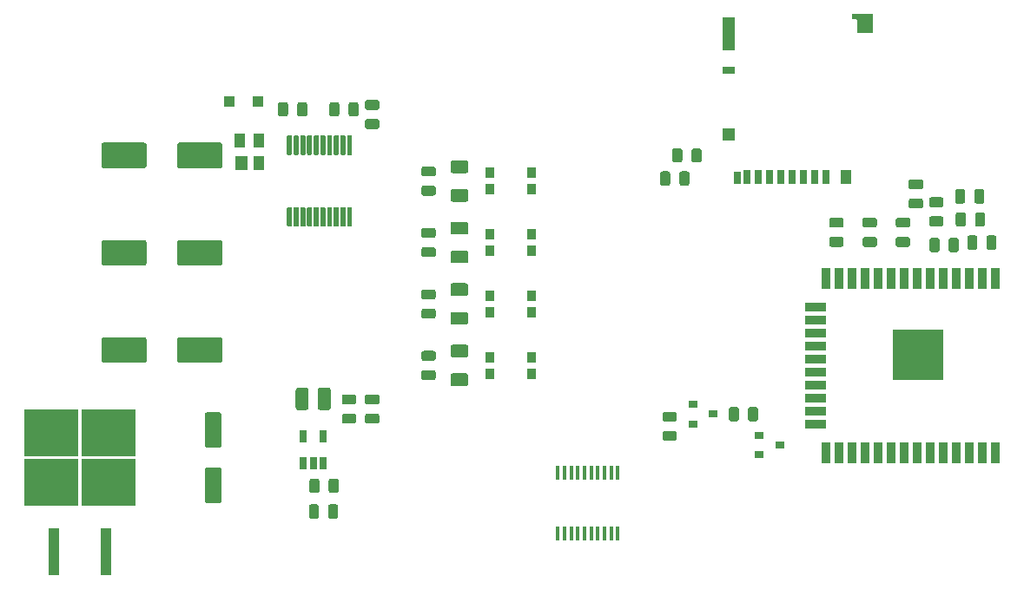
<source format=gtp>
G04 #@! TF.GenerationSoftware,KiCad,Pcbnew,5.1.5-1.fc30*
G04 #@! TF.CreationDate,2020-01-13T20:30:00-05:00*
G04 #@! TF.ProjectId,dot,646f742e-6b69-4636-9164-5f7063625858,rev?*
G04 #@! TF.SameCoordinates,Original*
G04 #@! TF.FileFunction,Paste,Top*
G04 #@! TF.FilePolarity,Positive*
%FSLAX46Y46*%
G04 Gerber Fmt 4.6, Leading zero omitted, Abs format (unit mm)*
G04 Created by KiCad (PCBNEW 5.1.5-1.fc30) date 2020-01-13 20:30:00*
%MOMM*%
%LPD*%
G04 APERTURE LIST*
%ADD10C,0.100000*%
%ADD11R,1.100000X1.100000*%
%ADD12R,1.200000X1.400000*%
%ADD13R,1.000000X1.400000*%
%ADD14R,1.100000X4.600000*%
%ADD15R,5.250000X4.550000*%
%ADD16R,0.900000X0.800000*%
%ADD17R,0.900000X1.000000*%
%ADD18R,5.000000X5.000000*%
%ADD19R,0.900000X2.000000*%
%ADD20R,2.000000X0.900000*%
%ADD21R,0.650000X1.220000*%
%ADD22R,0.700000X1.400000*%
%ADD23R,1.500000X1.900000*%
%ADD24R,1.200000X1.200000*%
%ADD25R,1.200000X3.200000*%
%ADD26R,0.700000X1.200000*%
%ADD27R,0.500000X0.500000*%
%ADD28R,1.200000X0.800000*%
%ADD29R,0.450000X1.450000*%
G04 APERTURE END LIST*
D10*
G36*
X146955142Y-79801174D02*
G01*
X146978803Y-79804684D01*
X147002007Y-79810496D01*
X147024529Y-79818554D01*
X147046153Y-79828782D01*
X147066670Y-79841079D01*
X147085883Y-79855329D01*
X147103607Y-79871393D01*
X147119671Y-79889117D01*
X147133921Y-79908330D01*
X147146218Y-79928847D01*
X147156446Y-79950471D01*
X147164504Y-79972993D01*
X147170316Y-79996197D01*
X147173826Y-80019858D01*
X147175000Y-80043750D01*
X147175000Y-80956250D01*
X147173826Y-80980142D01*
X147170316Y-81003803D01*
X147164504Y-81027007D01*
X147156446Y-81049529D01*
X147146218Y-81071153D01*
X147133921Y-81091670D01*
X147119671Y-81110883D01*
X147103607Y-81128607D01*
X147085883Y-81144671D01*
X147066670Y-81158921D01*
X147046153Y-81171218D01*
X147024529Y-81181446D01*
X147002007Y-81189504D01*
X146978803Y-81195316D01*
X146955142Y-81198826D01*
X146931250Y-81200000D01*
X146443750Y-81200000D01*
X146419858Y-81198826D01*
X146396197Y-81195316D01*
X146372993Y-81189504D01*
X146350471Y-81181446D01*
X146328847Y-81171218D01*
X146308330Y-81158921D01*
X146289117Y-81144671D01*
X146271393Y-81128607D01*
X146255329Y-81110883D01*
X146241079Y-81091670D01*
X146228782Y-81071153D01*
X146218554Y-81049529D01*
X146210496Y-81027007D01*
X146204684Y-81003803D01*
X146201174Y-80980142D01*
X146200000Y-80956250D01*
X146200000Y-80043750D01*
X146201174Y-80019858D01*
X146204684Y-79996197D01*
X146210496Y-79972993D01*
X146218554Y-79950471D01*
X146228782Y-79928847D01*
X146241079Y-79908330D01*
X146255329Y-79889117D01*
X146271393Y-79871393D01*
X146289117Y-79855329D01*
X146308330Y-79841079D01*
X146328847Y-79828782D01*
X146350471Y-79818554D01*
X146372993Y-79810496D01*
X146396197Y-79804684D01*
X146419858Y-79801174D01*
X146443750Y-79800000D01*
X146931250Y-79800000D01*
X146955142Y-79801174D01*
G37*
G36*
X145080142Y-79801174D02*
G01*
X145103803Y-79804684D01*
X145127007Y-79810496D01*
X145149529Y-79818554D01*
X145171153Y-79828782D01*
X145191670Y-79841079D01*
X145210883Y-79855329D01*
X145228607Y-79871393D01*
X145244671Y-79889117D01*
X145258921Y-79908330D01*
X145271218Y-79928847D01*
X145281446Y-79950471D01*
X145289504Y-79972993D01*
X145295316Y-79996197D01*
X145298826Y-80019858D01*
X145300000Y-80043750D01*
X145300000Y-80956250D01*
X145298826Y-80980142D01*
X145295316Y-81003803D01*
X145289504Y-81027007D01*
X145281446Y-81049529D01*
X145271218Y-81071153D01*
X145258921Y-81091670D01*
X145244671Y-81110883D01*
X145228607Y-81128607D01*
X145210883Y-81144671D01*
X145191670Y-81158921D01*
X145171153Y-81171218D01*
X145149529Y-81181446D01*
X145127007Y-81189504D01*
X145103803Y-81195316D01*
X145080142Y-81198826D01*
X145056250Y-81200000D01*
X144568750Y-81200000D01*
X144544858Y-81198826D01*
X144521197Y-81195316D01*
X144497993Y-81189504D01*
X144475471Y-81181446D01*
X144453847Y-81171218D01*
X144433330Y-81158921D01*
X144414117Y-81144671D01*
X144396393Y-81128607D01*
X144380329Y-81110883D01*
X144366079Y-81091670D01*
X144353782Y-81071153D01*
X144343554Y-81049529D01*
X144335496Y-81027007D01*
X144329684Y-81003803D01*
X144326174Y-80980142D01*
X144325000Y-80956250D01*
X144325000Y-80043750D01*
X144326174Y-80019858D01*
X144329684Y-79996197D01*
X144335496Y-79972993D01*
X144343554Y-79950471D01*
X144353782Y-79928847D01*
X144366079Y-79908330D01*
X144380329Y-79889117D01*
X144396393Y-79871393D01*
X144414117Y-79855329D01*
X144433330Y-79841079D01*
X144453847Y-79828782D01*
X144475471Y-79818554D01*
X144497993Y-79810496D01*
X144521197Y-79804684D01*
X144544858Y-79801174D01*
X144568750Y-79800000D01*
X145056250Y-79800000D01*
X145080142Y-79801174D01*
G37*
G36*
X65274504Y-75251204D02*
G01*
X65298773Y-75254804D01*
X65322571Y-75260765D01*
X65345671Y-75269030D01*
X65367849Y-75279520D01*
X65388893Y-75292133D01*
X65408598Y-75306747D01*
X65426777Y-75323223D01*
X65443253Y-75341402D01*
X65457867Y-75361107D01*
X65470480Y-75382151D01*
X65480970Y-75404329D01*
X65489235Y-75427429D01*
X65495196Y-75451227D01*
X65498796Y-75475496D01*
X65500000Y-75500000D01*
X65500000Y-77500000D01*
X65498796Y-77524504D01*
X65495196Y-77548773D01*
X65489235Y-77572571D01*
X65480970Y-77595671D01*
X65470480Y-77617849D01*
X65457867Y-77638893D01*
X65443253Y-77658598D01*
X65426777Y-77676777D01*
X65408598Y-77693253D01*
X65388893Y-77707867D01*
X65367849Y-77720480D01*
X65345671Y-77730970D01*
X65322571Y-77739235D01*
X65298773Y-77745196D01*
X65274504Y-77748796D01*
X65250000Y-77750000D01*
X61350000Y-77750000D01*
X61325496Y-77748796D01*
X61301227Y-77745196D01*
X61277429Y-77739235D01*
X61254329Y-77730970D01*
X61232151Y-77720480D01*
X61211107Y-77707867D01*
X61191402Y-77693253D01*
X61173223Y-77676777D01*
X61156747Y-77658598D01*
X61142133Y-77638893D01*
X61129520Y-77617849D01*
X61119030Y-77595671D01*
X61110765Y-77572571D01*
X61104804Y-77548773D01*
X61101204Y-77524504D01*
X61100000Y-77500000D01*
X61100000Y-75500000D01*
X61101204Y-75475496D01*
X61104804Y-75451227D01*
X61110765Y-75427429D01*
X61119030Y-75404329D01*
X61129520Y-75382151D01*
X61142133Y-75361107D01*
X61156747Y-75341402D01*
X61173223Y-75323223D01*
X61191402Y-75306747D01*
X61211107Y-75292133D01*
X61232151Y-75279520D01*
X61254329Y-75269030D01*
X61277429Y-75260765D01*
X61301227Y-75254804D01*
X61325496Y-75251204D01*
X61350000Y-75250000D01*
X65250000Y-75250000D01*
X65274504Y-75251204D01*
G37*
G36*
X72674504Y-75251204D02*
G01*
X72698773Y-75254804D01*
X72722571Y-75260765D01*
X72745671Y-75269030D01*
X72767849Y-75279520D01*
X72788893Y-75292133D01*
X72808598Y-75306747D01*
X72826777Y-75323223D01*
X72843253Y-75341402D01*
X72857867Y-75361107D01*
X72870480Y-75382151D01*
X72880970Y-75404329D01*
X72889235Y-75427429D01*
X72895196Y-75451227D01*
X72898796Y-75475496D01*
X72900000Y-75500000D01*
X72900000Y-77500000D01*
X72898796Y-77524504D01*
X72895196Y-77548773D01*
X72889235Y-77572571D01*
X72880970Y-77595671D01*
X72870480Y-77617849D01*
X72857867Y-77638893D01*
X72843253Y-77658598D01*
X72826777Y-77676777D01*
X72808598Y-77693253D01*
X72788893Y-77707867D01*
X72767849Y-77720480D01*
X72745671Y-77730970D01*
X72722571Y-77739235D01*
X72698773Y-77745196D01*
X72674504Y-77748796D01*
X72650000Y-77750000D01*
X68750000Y-77750000D01*
X68725496Y-77748796D01*
X68701227Y-77745196D01*
X68677429Y-77739235D01*
X68654329Y-77730970D01*
X68632151Y-77720480D01*
X68611107Y-77707867D01*
X68591402Y-77693253D01*
X68573223Y-77676777D01*
X68556747Y-77658598D01*
X68542133Y-77638893D01*
X68529520Y-77617849D01*
X68519030Y-77595671D01*
X68510765Y-77572571D01*
X68504804Y-77548773D01*
X68501204Y-77524504D01*
X68500000Y-77500000D01*
X68500000Y-75500000D01*
X68501204Y-75475496D01*
X68504804Y-75451227D01*
X68510765Y-75427429D01*
X68519030Y-75404329D01*
X68529520Y-75382151D01*
X68542133Y-75361107D01*
X68556747Y-75341402D01*
X68573223Y-75323223D01*
X68591402Y-75306747D01*
X68611107Y-75292133D01*
X68632151Y-75279520D01*
X68654329Y-75269030D01*
X68677429Y-75260765D01*
X68701227Y-75254804D01*
X68725496Y-75251204D01*
X68750000Y-75250000D01*
X72650000Y-75250000D01*
X72674504Y-75251204D01*
G37*
G36*
X145142642Y-82051174D02*
G01*
X145166303Y-82054684D01*
X145189507Y-82060496D01*
X145212029Y-82068554D01*
X145233653Y-82078782D01*
X145254170Y-82091079D01*
X145273383Y-82105329D01*
X145291107Y-82121393D01*
X145307171Y-82139117D01*
X145321421Y-82158330D01*
X145333718Y-82178847D01*
X145343946Y-82200471D01*
X145352004Y-82222993D01*
X145357816Y-82246197D01*
X145361326Y-82269858D01*
X145362500Y-82293750D01*
X145362500Y-83206250D01*
X145361326Y-83230142D01*
X145357816Y-83253803D01*
X145352004Y-83277007D01*
X145343946Y-83299529D01*
X145333718Y-83321153D01*
X145321421Y-83341670D01*
X145307171Y-83360883D01*
X145291107Y-83378607D01*
X145273383Y-83394671D01*
X145254170Y-83408921D01*
X145233653Y-83421218D01*
X145212029Y-83431446D01*
X145189507Y-83439504D01*
X145166303Y-83445316D01*
X145142642Y-83448826D01*
X145118750Y-83450000D01*
X144631250Y-83450000D01*
X144607358Y-83448826D01*
X144583697Y-83445316D01*
X144560493Y-83439504D01*
X144537971Y-83431446D01*
X144516347Y-83421218D01*
X144495830Y-83408921D01*
X144476617Y-83394671D01*
X144458893Y-83378607D01*
X144442829Y-83360883D01*
X144428579Y-83341670D01*
X144416282Y-83321153D01*
X144406054Y-83299529D01*
X144397996Y-83277007D01*
X144392184Y-83253803D01*
X144388674Y-83230142D01*
X144387500Y-83206250D01*
X144387500Y-82293750D01*
X144388674Y-82269858D01*
X144392184Y-82246197D01*
X144397996Y-82222993D01*
X144406054Y-82200471D01*
X144416282Y-82178847D01*
X144428579Y-82158330D01*
X144442829Y-82139117D01*
X144458893Y-82121393D01*
X144476617Y-82105329D01*
X144495830Y-82091079D01*
X144516347Y-82078782D01*
X144537971Y-82068554D01*
X144560493Y-82060496D01*
X144583697Y-82054684D01*
X144607358Y-82051174D01*
X144631250Y-82050000D01*
X145118750Y-82050000D01*
X145142642Y-82051174D01*
G37*
G36*
X147017642Y-82051174D02*
G01*
X147041303Y-82054684D01*
X147064507Y-82060496D01*
X147087029Y-82068554D01*
X147108653Y-82078782D01*
X147129170Y-82091079D01*
X147148383Y-82105329D01*
X147166107Y-82121393D01*
X147182171Y-82139117D01*
X147196421Y-82158330D01*
X147208718Y-82178847D01*
X147218946Y-82200471D01*
X147227004Y-82222993D01*
X147232816Y-82246197D01*
X147236326Y-82269858D01*
X147237500Y-82293750D01*
X147237500Y-83206250D01*
X147236326Y-83230142D01*
X147232816Y-83253803D01*
X147227004Y-83277007D01*
X147218946Y-83299529D01*
X147208718Y-83321153D01*
X147196421Y-83341670D01*
X147182171Y-83360883D01*
X147166107Y-83378607D01*
X147148383Y-83394671D01*
X147129170Y-83408921D01*
X147108653Y-83421218D01*
X147087029Y-83431446D01*
X147064507Y-83439504D01*
X147041303Y-83445316D01*
X147017642Y-83448826D01*
X146993750Y-83450000D01*
X146506250Y-83450000D01*
X146482358Y-83448826D01*
X146458697Y-83445316D01*
X146435493Y-83439504D01*
X146412971Y-83431446D01*
X146391347Y-83421218D01*
X146370830Y-83408921D01*
X146351617Y-83394671D01*
X146333893Y-83378607D01*
X146317829Y-83360883D01*
X146303579Y-83341670D01*
X146291282Y-83321153D01*
X146281054Y-83299529D01*
X146272996Y-83277007D01*
X146267184Y-83253803D01*
X146263674Y-83230142D01*
X146262500Y-83206250D01*
X146262500Y-82293750D01*
X146263674Y-82269858D01*
X146267184Y-82246197D01*
X146272996Y-82222993D01*
X146281054Y-82200471D01*
X146291282Y-82178847D01*
X146303579Y-82158330D01*
X146317829Y-82139117D01*
X146333893Y-82121393D01*
X146351617Y-82105329D01*
X146370830Y-82091079D01*
X146391347Y-82078782D01*
X146412971Y-82068554D01*
X146435493Y-82060496D01*
X146458697Y-82054684D01*
X146482358Y-82051174D01*
X146506250Y-82050000D01*
X146993750Y-82050000D01*
X147017642Y-82051174D01*
G37*
G36*
X146267642Y-84301174D02*
G01*
X146291303Y-84304684D01*
X146314507Y-84310496D01*
X146337029Y-84318554D01*
X146358653Y-84328782D01*
X146379170Y-84341079D01*
X146398383Y-84355329D01*
X146416107Y-84371393D01*
X146432171Y-84389117D01*
X146446421Y-84408330D01*
X146458718Y-84428847D01*
X146468946Y-84450471D01*
X146477004Y-84472993D01*
X146482816Y-84496197D01*
X146486326Y-84519858D01*
X146487500Y-84543750D01*
X146487500Y-85456250D01*
X146486326Y-85480142D01*
X146482816Y-85503803D01*
X146477004Y-85527007D01*
X146468946Y-85549529D01*
X146458718Y-85571153D01*
X146446421Y-85591670D01*
X146432171Y-85610883D01*
X146416107Y-85628607D01*
X146398383Y-85644671D01*
X146379170Y-85658921D01*
X146358653Y-85671218D01*
X146337029Y-85681446D01*
X146314507Y-85689504D01*
X146291303Y-85695316D01*
X146267642Y-85698826D01*
X146243750Y-85700000D01*
X145756250Y-85700000D01*
X145732358Y-85698826D01*
X145708697Y-85695316D01*
X145685493Y-85689504D01*
X145662971Y-85681446D01*
X145641347Y-85671218D01*
X145620830Y-85658921D01*
X145601617Y-85644671D01*
X145583893Y-85628607D01*
X145567829Y-85610883D01*
X145553579Y-85591670D01*
X145541282Y-85571153D01*
X145531054Y-85549529D01*
X145522996Y-85527007D01*
X145517184Y-85503803D01*
X145513674Y-85480142D01*
X145512500Y-85456250D01*
X145512500Y-84543750D01*
X145513674Y-84519858D01*
X145517184Y-84496197D01*
X145522996Y-84472993D01*
X145531054Y-84450471D01*
X145541282Y-84428847D01*
X145553579Y-84408330D01*
X145567829Y-84389117D01*
X145583893Y-84371393D01*
X145601617Y-84355329D01*
X145620830Y-84341079D01*
X145641347Y-84328782D01*
X145662971Y-84318554D01*
X145685493Y-84310496D01*
X145708697Y-84304684D01*
X145732358Y-84301174D01*
X145756250Y-84300000D01*
X146243750Y-84300000D01*
X146267642Y-84301174D01*
G37*
G36*
X148142642Y-84301174D02*
G01*
X148166303Y-84304684D01*
X148189507Y-84310496D01*
X148212029Y-84318554D01*
X148233653Y-84328782D01*
X148254170Y-84341079D01*
X148273383Y-84355329D01*
X148291107Y-84371393D01*
X148307171Y-84389117D01*
X148321421Y-84408330D01*
X148333718Y-84428847D01*
X148343946Y-84450471D01*
X148352004Y-84472993D01*
X148357816Y-84496197D01*
X148361326Y-84519858D01*
X148362500Y-84543750D01*
X148362500Y-85456250D01*
X148361326Y-85480142D01*
X148357816Y-85503803D01*
X148352004Y-85527007D01*
X148343946Y-85549529D01*
X148333718Y-85571153D01*
X148321421Y-85591670D01*
X148307171Y-85610883D01*
X148291107Y-85628607D01*
X148273383Y-85644671D01*
X148254170Y-85658921D01*
X148233653Y-85671218D01*
X148212029Y-85681446D01*
X148189507Y-85689504D01*
X148166303Y-85695316D01*
X148142642Y-85698826D01*
X148118750Y-85700000D01*
X147631250Y-85700000D01*
X147607358Y-85698826D01*
X147583697Y-85695316D01*
X147560493Y-85689504D01*
X147537971Y-85681446D01*
X147516347Y-85671218D01*
X147495830Y-85658921D01*
X147476617Y-85644671D01*
X147458893Y-85628607D01*
X147442829Y-85610883D01*
X147428579Y-85591670D01*
X147416282Y-85571153D01*
X147406054Y-85549529D01*
X147397996Y-85527007D01*
X147392184Y-85503803D01*
X147388674Y-85480142D01*
X147387500Y-85456250D01*
X147387500Y-84543750D01*
X147388674Y-84519858D01*
X147392184Y-84496197D01*
X147397996Y-84472993D01*
X147406054Y-84450471D01*
X147416282Y-84428847D01*
X147428579Y-84408330D01*
X147442829Y-84389117D01*
X147458893Y-84371393D01*
X147476617Y-84355329D01*
X147495830Y-84341079D01*
X147516347Y-84328782D01*
X147537971Y-84318554D01*
X147560493Y-84310496D01*
X147583697Y-84304684D01*
X147607358Y-84301174D01*
X147631250Y-84300000D01*
X148118750Y-84300000D01*
X148142642Y-84301174D01*
G37*
G36*
X65274504Y-84751204D02*
G01*
X65298773Y-84754804D01*
X65322571Y-84760765D01*
X65345671Y-84769030D01*
X65367849Y-84779520D01*
X65388893Y-84792133D01*
X65408598Y-84806747D01*
X65426777Y-84823223D01*
X65443253Y-84841402D01*
X65457867Y-84861107D01*
X65470480Y-84882151D01*
X65480970Y-84904329D01*
X65489235Y-84927429D01*
X65495196Y-84951227D01*
X65498796Y-84975496D01*
X65500000Y-85000000D01*
X65500000Y-87000000D01*
X65498796Y-87024504D01*
X65495196Y-87048773D01*
X65489235Y-87072571D01*
X65480970Y-87095671D01*
X65470480Y-87117849D01*
X65457867Y-87138893D01*
X65443253Y-87158598D01*
X65426777Y-87176777D01*
X65408598Y-87193253D01*
X65388893Y-87207867D01*
X65367849Y-87220480D01*
X65345671Y-87230970D01*
X65322571Y-87239235D01*
X65298773Y-87245196D01*
X65274504Y-87248796D01*
X65250000Y-87250000D01*
X61350000Y-87250000D01*
X61325496Y-87248796D01*
X61301227Y-87245196D01*
X61277429Y-87239235D01*
X61254329Y-87230970D01*
X61232151Y-87220480D01*
X61211107Y-87207867D01*
X61191402Y-87193253D01*
X61173223Y-87176777D01*
X61156747Y-87158598D01*
X61142133Y-87138893D01*
X61129520Y-87117849D01*
X61119030Y-87095671D01*
X61110765Y-87072571D01*
X61104804Y-87048773D01*
X61101204Y-87024504D01*
X61100000Y-87000000D01*
X61100000Y-85000000D01*
X61101204Y-84975496D01*
X61104804Y-84951227D01*
X61110765Y-84927429D01*
X61119030Y-84904329D01*
X61129520Y-84882151D01*
X61142133Y-84861107D01*
X61156747Y-84841402D01*
X61173223Y-84823223D01*
X61191402Y-84806747D01*
X61211107Y-84792133D01*
X61232151Y-84779520D01*
X61254329Y-84769030D01*
X61277429Y-84760765D01*
X61301227Y-84754804D01*
X61325496Y-84751204D01*
X61350000Y-84750000D01*
X65250000Y-84750000D01*
X65274504Y-84751204D01*
G37*
G36*
X72674504Y-84751204D02*
G01*
X72698773Y-84754804D01*
X72722571Y-84760765D01*
X72745671Y-84769030D01*
X72767849Y-84779520D01*
X72788893Y-84792133D01*
X72808598Y-84806747D01*
X72826777Y-84823223D01*
X72843253Y-84841402D01*
X72857867Y-84861107D01*
X72870480Y-84882151D01*
X72880970Y-84904329D01*
X72889235Y-84927429D01*
X72895196Y-84951227D01*
X72898796Y-84975496D01*
X72900000Y-85000000D01*
X72900000Y-87000000D01*
X72898796Y-87024504D01*
X72895196Y-87048773D01*
X72889235Y-87072571D01*
X72880970Y-87095671D01*
X72870480Y-87117849D01*
X72857867Y-87138893D01*
X72843253Y-87158598D01*
X72826777Y-87176777D01*
X72808598Y-87193253D01*
X72788893Y-87207867D01*
X72767849Y-87220480D01*
X72745671Y-87230970D01*
X72722571Y-87239235D01*
X72698773Y-87245196D01*
X72674504Y-87248796D01*
X72650000Y-87250000D01*
X68750000Y-87250000D01*
X68725496Y-87248796D01*
X68701227Y-87245196D01*
X68677429Y-87239235D01*
X68654329Y-87230970D01*
X68632151Y-87220480D01*
X68611107Y-87207867D01*
X68591402Y-87193253D01*
X68573223Y-87176777D01*
X68556747Y-87158598D01*
X68542133Y-87138893D01*
X68529520Y-87117849D01*
X68519030Y-87095671D01*
X68510765Y-87072571D01*
X68504804Y-87048773D01*
X68501204Y-87024504D01*
X68500000Y-87000000D01*
X68500000Y-85000000D01*
X68501204Y-84975496D01*
X68504804Y-84951227D01*
X68510765Y-84927429D01*
X68519030Y-84904329D01*
X68529520Y-84882151D01*
X68542133Y-84861107D01*
X68556747Y-84841402D01*
X68573223Y-84823223D01*
X68591402Y-84806747D01*
X68611107Y-84792133D01*
X68632151Y-84779520D01*
X68654329Y-84769030D01*
X68677429Y-84760765D01*
X68701227Y-84754804D01*
X68725496Y-84751204D01*
X68750000Y-84750000D01*
X72650000Y-84750000D01*
X72674504Y-84751204D01*
G37*
G36*
X72674504Y-94251204D02*
G01*
X72698773Y-94254804D01*
X72722571Y-94260765D01*
X72745671Y-94269030D01*
X72767849Y-94279520D01*
X72788893Y-94292133D01*
X72808598Y-94306747D01*
X72826777Y-94323223D01*
X72843253Y-94341402D01*
X72857867Y-94361107D01*
X72870480Y-94382151D01*
X72880970Y-94404329D01*
X72889235Y-94427429D01*
X72895196Y-94451227D01*
X72898796Y-94475496D01*
X72900000Y-94500000D01*
X72900000Y-96500000D01*
X72898796Y-96524504D01*
X72895196Y-96548773D01*
X72889235Y-96572571D01*
X72880970Y-96595671D01*
X72870480Y-96617849D01*
X72857867Y-96638893D01*
X72843253Y-96658598D01*
X72826777Y-96676777D01*
X72808598Y-96693253D01*
X72788893Y-96707867D01*
X72767849Y-96720480D01*
X72745671Y-96730970D01*
X72722571Y-96739235D01*
X72698773Y-96745196D01*
X72674504Y-96748796D01*
X72650000Y-96750000D01*
X68750000Y-96750000D01*
X68725496Y-96748796D01*
X68701227Y-96745196D01*
X68677429Y-96739235D01*
X68654329Y-96730970D01*
X68632151Y-96720480D01*
X68611107Y-96707867D01*
X68591402Y-96693253D01*
X68573223Y-96676777D01*
X68556747Y-96658598D01*
X68542133Y-96638893D01*
X68529520Y-96617849D01*
X68519030Y-96595671D01*
X68510765Y-96572571D01*
X68504804Y-96548773D01*
X68501204Y-96524504D01*
X68500000Y-96500000D01*
X68500000Y-94500000D01*
X68501204Y-94475496D01*
X68504804Y-94451227D01*
X68510765Y-94427429D01*
X68519030Y-94404329D01*
X68529520Y-94382151D01*
X68542133Y-94361107D01*
X68556747Y-94341402D01*
X68573223Y-94323223D01*
X68591402Y-94306747D01*
X68611107Y-94292133D01*
X68632151Y-94279520D01*
X68654329Y-94269030D01*
X68677429Y-94260765D01*
X68701227Y-94254804D01*
X68725496Y-94251204D01*
X68750000Y-94250000D01*
X72650000Y-94250000D01*
X72674504Y-94251204D01*
G37*
G36*
X65274504Y-94251204D02*
G01*
X65298773Y-94254804D01*
X65322571Y-94260765D01*
X65345671Y-94269030D01*
X65367849Y-94279520D01*
X65388893Y-94292133D01*
X65408598Y-94306747D01*
X65426777Y-94323223D01*
X65443253Y-94341402D01*
X65457867Y-94361107D01*
X65470480Y-94382151D01*
X65480970Y-94404329D01*
X65489235Y-94427429D01*
X65495196Y-94451227D01*
X65498796Y-94475496D01*
X65500000Y-94500000D01*
X65500000Y-96500000D01*
X65498796Y-96524504D01*
X65495196Y-96548773D01*
X65489235Y-96572571D01*
X65480970Y-96595671D01*
X65470480Y-96617849D01*
X65457867Y-96638893D01*
X65443253Y-96658598D01*
X65426777Y-96676777D01*
X65408598Y-96693253D01*
X65388893Y-96707867D01*
X65367849Y-96720480D01*
X65345671Y-96730970D01*
X65322571Y-96739235D01*
X65298773Y-96745196D01*
X65274504Y-96748796D01*
X65250000Y-96750000D01*
X61350000Y-96750000D01*
X61325496Y-96748796D01*
X61301227Y-96745196D01*
X61277429Y-96739235D01*
X61254329Y-96730970D01*
X61232151Y-96720480D01*
X61211107Y-96707867D01*
X61191402Y-96693253D01*
X61173223Y-96676777D01*
X61156747Y-96658598D01*
X61142133Y-96638893D01*
X61129520Y-96617849D01*
X61119030Y-96595671D01*
X61110765Y-96572571D01*
X61104804Y-96548773D01*
X61101204Y-96524504D01*
X61100000Y-96500000D01*
X61100000Y-94500000D01*
X61101204Y-94475496D01*
X61104804Y-94451227D01*
X61110765Y-94427429D01*
X61119030Y-94404329D01*
X61129520Y-94382151D01*
X61142133Y-94361107D01*
X61156747Y-94341402D01*
X61173223Y-94323223D01*
X61191402Y-94306747D01*
X61211107Y-94292133D01*
X61232151Y-94279520D01*
X61254329Y-94269030D01*
X61277429Y-94260765D01*
X61301227Y-94254804D01*
X61325496Y-94251204D01*
X61350000Y-94250000D01*
X65250000Y-94250000D01*
X65274504Y-94251204D01*
G37*
G36*
X72574504Y-106951204D02*
G01*
X72598773Y-106954804D01*
X72622571Y-106960765D01*
X72645671Y-106969030D01*
X72667849Y-106979520D01*
X72688893Y-106992133D01*
X72708598Y-107006747D01*
X72726777Y-107023223D01*
X72743253Y-107041402D01*
X72757867Y-107061107D01*
X72770480Y-107082151D01*
X72780970Y-107104329D01*
X72789235Y-107127429D01*
X72795196Y-107151227D01*
X72798796Y-107175496D01*
X72800000Y-107200000D01*
X72800000Y-110200000D01*
X72798796Y-110224504D01*
X72795196Y-110248773D01*
X72789235Y-110272571D01*
X72780970Y-110295671D01*
X72770480Y-110317849D01*
X72757867Y-110338893D01*
X72743253Y-110358598D01*
X72726777Y-110376777D01*
X72708598Y-110393253D01*
X72688893Y-110407867D01*
X72667849Y-110420480D01*
X72645671Y-110430970D01*
X72622571Y-110439235D01*
X72598773Y-110445196D01*
X72574504Y-110448796D01*
X72550000Y-110450000D01*
X71450000Y-110450000D01*
X71425496Y-110448796D01*
X71401227Y-110445196D01*
X71377429Y-110439235D01*
X71354329Y-110430970D01*
X71332151Y-110420480D01*
X71311107Y-110407867D01*
X71291402Y-110393253D01*
X71273223Y-110376777D01*
X71256747Y-110358598D01*
X71242133Y-110338893D01*
X71229520Y-110317849D01*
X71219030Y-110295671D01*
X71210765Y-110272571D01*
X71204804Y-110248773D01*
X71201204Y-110224504D01*
X71200000Y-110200000D01*
X71200000Y-107200000D01*
X71201204Y-107175496D01*
X71204804Y-107151227D01*
X71210765Y-107127429D01*
X71219030Y-107104329D01*
X71229520Y-107082151D01*
X71242133Y-107061107D01*
X71256747Y-107041402D01*
X71273223Y-107023223D01*
X71291402Y-107006747D01*
X71311107Y-106992133D01*
X71332151Y-106979520D01*
X71354329Y-106969030D01*
X71377429Y-106960765D01*
X71401227Y-106954804D01*
X71425496Y-106951204D01*
X71450000Y-106950000D01*
X72550000Y-106950000D01*
X72574504Y-106951204D01*
G37*
G36*
X72574504Y-101551204D02*
G01*
X72598773Y-101554804D01*
X72622571Y-101560765D01*
X72645671Y-101569030D01*
X72667849Y-101579520D01*
X72688893Y-101592133D01*
X72708598Y-101606747D01*
X72726777Y-101623223D01*
X72743253Y-101641402D01*
X72757867Y-101661107D01*
X72770480Y-101682151D01*
X72780970Y-101704329D01*
X72789235Y-101727429D01*
X72795196Y-101751227D01*
X72798796Y-101775496D01*
X72800000Y-101800000D01*
X72800000Y-104800000D01*
X72798796Y-104824504D01*
X72795196Y-104848773D01*
X72789235Y-104872571D01*
X72780970Y-104895671D01*
X72770480Y-104917849D01*
X72757867Y-104938893D01*
X72743253Y-104958598D01*
X72726777Y-104976777D01*
X72708598Y-104993253D01*
X72688893Y-105007867D01*
X72667849Y-105020480D01*
X72645671Y-105030970D01*
X72622571Y-105039235D01*
X72598773Y-105045196D01*
X72574504Y-105048796D01*
X72550000Y-105050000D01*
X71450000Y-105050000D01*
X71425496Y-105048796D01*
X71401227Y-105045196D01*
X71377429Y-105039235D01*
X71354329Y-105030970D01*
X71332151Y-105020480D01*
X71311107Y-105007867D01*
X71291402Y-104993253D01*
X71273223Y-104976777D01*
X71256747Y-104958598D01*
X71242133Y-104938893D01*
X71229520Y-104917849D01*
X71219030Y-104895671D01*
X71210765Y-104872571D01*
X71204804Y-104848773D01*
X71201204Y-104824504D01*
X71200000Y-104800000D01*
X71200000Y-101800000D01*
X71201204Y-101775496D01*
X71204804Y-101751227D01*
X71210765Y-101727429D01*
X71219030Y-101704329D01*
X71229520Y-101682151D01*
X71242133Y-101661107D01*
X71256747Y-101641402D01*
X71273223Y-101623223D01*
X71291402Y-101606747D01*
X71311107Y-101592133D01*
X71332151Y-101579520D01*
X71354329Y-101569030D01*
X71377429Y-101560765D01*
X71401227Y-101554804D01*
X71425496Y-101551204D01*
X71450000Y-101550000D01*
X72550000Y-101550000D01*
X72574504Y-101551204D01*
G37*
G36*
X83955142Y-110551174D02*
G01*
X83978803Y-110554684D01*
X84002007Y-110560496D01*
X84024529Y-110568554D01*
X84046153Y-110578782D01*
X84066670Y-110591079D01*
X84085883Y-110605329D01*
X84103607Y-110621393D01*
X84119671Y-110639117D01*
X84133921Y-110658330D01*
X84146218Y-110678847D01*
X84156446Y-110700471D01*
X84164504Y-110722993D01*
X84170316Y-110746197D01*
X84173826Y-110769858D01*
X84175000Y-110793750D01*
X84175000Y-111706250D01*
X84173826Y-111730142D01*
X84170316Y-111753803D01*
X84164504Y-111777007D01*
X84156446Y-111799529D01*
X84146218Y-111821153D01*
X84133921Y-111841670D01*
X84119671Y-111860883D01*
X84103607Y-111878607D01*
X84085883Y-111894671D01*
X84066670Y-111908921D01*
X84046153Y-111921218D01*
X84024529Y-111931446D01*
X84002007Y-111939504D01*
X83978803Y-111945316D01*
X83955142Y-111948826D01*
X83931250Y-111950000D01*
X83443750Y-111950000D01*
X83419858Y-111948826D01*
X83396197Y-111945316D01*
X83372993Y-111939504D01*
X83350471Y-111931446D01*
X83328847Y-111921218D01*
X83308330Y-111908921D01*
X83289117Y-111894671D01*
X83271393Y-111878607D01*
X83255329Y-111860883D01*
X83241079Y-111841670D01*
X83228782Y-111821153D01*
X83218554Y-111799529D01*
X83210496Y-111777007D01*
X83204684Y-111753803D01*
X83201174Y-111730142D01*
X83200000Y-111706250D01*
X83200000Y-110793750D01*
X83201174Y-110769858D01*
X83204684Y-110746197D01*
X83210496Y-110722993D01*
X83218554Y-110700471D01*
X83228782Y-110678847D01*
X83241079Y-110658330D01*
X83255329Y-110639117D01*
X83271393Y-110621393D01*
X83289117Y-110605329D01*
X83308330Y-110591079D01*
X83328847Y-110578782D01*
X83350471Y-110568554D01*
X83372993Y-110560496D01*
X83396197Y-110554684D01*
X83419858Y-110551174D01*
X83443750Y-110550000D01*
X83931250Y-110550000D01*
X83955142Y-110551174D01*
G37*
G36*
X82080142Y-110551174D02*
G01*
X82103803Y-110554684D01*
X82127007Y-110560496D01*
X82149529Y-110568554D01*
X82171153Y-110578782D01*
X82191670Y-110591079D01*
X82210883Y-110605329D01*
X82228607Y-110621393D01*
X82244671Y-110639117D01*
X82258921Y-110658330D01*
X82271218Y-110678847D01*
X82281446Y-110700471D01*
X82289504Y-110722993D01*
X82295316Y-110746197D01*
X82298826Y-110769858D01*
X82300000Y-110793750D01*
X82300000Y-111706250D01*
X82298826Y-111730142D01*
X82295316Y-111753803D01*
X82289504Y-111777007D01*
X82281446Y-111799529D01*
X82271218Y-111821153D01*
X82258921Y-111841670D01*
X82244671Y-111860883D01*
X82228607Y-111878607D01*
X82210883Y-111894671D01*
X82191670Y-111908921D01*
X82171153Y-111921218D01*
X82149529Y-111931446D01*
X82127007Y-111939504D01*
X82103803Y-111945316D01*
X82080142Y-111948826D01*
X82056250Y-111950000D01*
X81568750Y-111950000D01*
X81544858Y-111948826D01*
X81521197Y-111945316D01*
X81497993Y-111939504D01*
X81475471Y-111931446D01*
X81453847Y-111921218D01*
X81433330Y-111908921D01*
X81414117Y-111894671D01*
X81396393Y-111878607D01*
X81380329Y-111860883D01*
X81366079Y-111841670D01*
X81353782Y-111821153D01*
X81343554Y-111799529D01*
X81335496Y-111777007D01*
X81329684Y-111753803D01*
X81326174Y-111730142D01*
X81325000Y-111706250D01*
X81325000Y-110793750D01*
X81326174Y-110769858D01*
X81329684Y-110746197D01*
X81335496Y-110722993D01*
X81343554Y-110700471D01*
X81353782Y-110678847D01*
X81366079Y-110658330D01*
X81380329Y-110639117D01*
X81396393Y-110621393D01*
X81414117Y-110605329D01*
X81433330Y-110591079D01*
X81453847Y-110578782D01*
X81475471Y-110568554D01*
X81497993Y-110560496D01*
X81521197Y-110554684D01*
X81544858Y-110551174D01*
X81568750Y-110550000D01*
X82056250Y-110550000D01*
X82080142Y-110551174D01*
G37*
G36*
X82142642Y-108051174D02*
G01*
X82166303Y-108054684D01*
X82189507Y-108060496D01*
X82212029Y-108068554D01*
X82233653Y-108078782D01*
X82254170Y-108091079D01*
X82273383Y-108105329D01*
X82291107Y-108121393D01*
X82307171Y-108139117D01*
X82321421Y-108158330D01*
X82333718Y-108178847D01*
X82343946Y-108200471D01*
X82352004Y-108222993D01*
X82357816Y-108246197D01*
X82361326Y-108269858D01*
X82362500Y-108293750D01*
X82362500Y-109206250D01*
X82361326Y-109230142D01*
X82357816Y-109253803D01*
X82352004Y-109277007D01*
X82343946Y-109299529D01*
X82333718Y-109321153D01*
X82321421Y-109341670D01*
X82307171Y-109360883D01*
X82291107Y-109378607D01*
X82273383Y-109394671D01*
X82254170Y-109408921D01*
X82233653Y-109421218D01*
X82212029Y-109431446D01*
X82189507Y-109439504D01*
X82166303Y-109445316D01*
X82142642Y-109448826D01*
X82118750Y-109450000D01*
X81631250Y-109450000D01*
X81607358Y-109448826D01*
X81583697Y-109445316D01*
X81560493Y-109439504D01*
X81537971Y-109431446D01*
X81516347Y-109421218D01*
X81495830Y-109408921D01*
X81476617Y-109394671D01*
X81458893Y-109378607D01*
X81442829Y-109360883D01*
X81428579Y-109341670D01*
X81416282Y-109321153D01*
X81406054Y-109299529D01*
X81397996Y-109277007D01*
X81392184Y-109253803D01*
X81388674Y-109230142D01*
X81387500Y-109206250D01*
X81387500Y-108293750D01*
X81388674Y-108269858D01*
X81392184Y-108246197D01*
X81397996Y-108222993D01*
X81406054Y-108200471D01*
X81416282Y-108178847D01*
X81428579Y-108158330D01*
X81442829Y-108139117D01*
X81458893Y-108121393D01*
X81476617Y-108105329D01*
X81495830Y-108091079D01*
X81516347Y-108078782D01*
X81537971Y-108068554D01*
X81560493Y-108060496D01*
X81583697Y-108054684D01*
X81607358Y-108051174D01*
X81631250Y-108050000D01*
X82118750Y-108050000D01*
X82142642Y-108051174D01*
G37*
G36*
X84017642Y-108051174D02*
G01*
X84041303Y-108054684D01*
X84064507Y-108060496D01*
X84087029Y-108068554D01*
X84108653Y-108078782D01*
X84129170Y-108091079D01*
X84148383Y-108105329D01*
X84166107Y-108121393D01*
X84182171Y-108139117D01*
X84196421Y-108158330D01*
X84208718Y-108178847D01*
X84218946Y-108200471D01*
X84227004Y-108222993D01*
X84232816Y-108246197D01*
X84236326Y-108269858D01*
X84237500Y-108293750D01*
X84237500Y-109206250D01*
X84236326Y-109230142D01*
X84232816Y-109253803D01*
X84227004Y-109277007D01*
X84218946Y-109299529D01*
X84208718Y-109321153D01*
X84196421Y-109341670D01*
X84182171Y-109360883D01*
X84166107Y-109378607D01*
X84148383Y-109394671D01*
X84129170Y-109408921D01*
X84108653Y-109421218D01*
X84087029Y-109431446D01*
X84064507Y-109439504D01*
X84041303Y-109445316D01*
X84017642Y-109448826D01*
X83993750Y-109450000D01*
X83506250Y-109450000D01*
X83482358Y-109448826D01*
X83458697Y-109445316D01*
X83435493Y-109439504D01*
X83412971Y-109431446D01*
X83391347Y-109421218D01*
X83370830Y-109408921D01*
X83351617Y-109394671D01*
X83333893Y-109378607D01*
X83317829Y-109360883D01*
X83303579Y-109341670D01*
X83291282Y-109321153D01*
X83281054Y-109299529D01*
X83272996Y-109277007D01*
X83267184Y-109253803D01*
X83263674Y-109230142D01*
X83262500Y-109206250D01*
X83262500Y-108293750D01*
X83263674Y-108269858D01*
X83267184Y-108246197D01*
X83272996Y-108222993D01*
X83281054Y-108200471D01*
X83291282Y-108178847D01*
X83303579Y-108158330D01*
X83317829Y-108139117D01*
X83333893Y-108121393D01*
X83351617Y-108105329D01*
X83370830Y-108091079D01*
X83391347Y-108078782D01*
X83412971Y-108068554D01*
X83435493Y-108060496D01*
X83458697Y-108054684D01*
X83482358Y-108051174D01*
X83506250Y-108050000D01*
X83993750Y-108050000D01*
X84017642Y-108051174D01*
G37*
G36*
X85730142Y-99826174D02*
G01*
X85753803Y-99829684D01*
X85777007Y-99835496D01*
X85799529Y-99843554D01*
X85821153Y-99853782D01*
X85841670Y-99866079D01*
X85860883Y-99880329D01*
X85878607Y-99896393D01*
X85894671Y-99914117D01*
X85908921Y-99933330D01*
X85921218Y-99953847D01*
X85931446Y-99975471D01*
X85939504Y-99997993D01*
X85945316Y-100021197D01*
X85948826Y-100044858D01*
X85950000Y-100068750D01*
X85950000Y-100556250D01*
X85948826Y-100580142D01*
X85945316Y-100603803D01*
X85939504Y-100627007D01*
X85931446Y-100649529D01*
X85921218Y-100671153D01*
X85908921Y-100691670D01*
X85894671Y-100710883D01*
X85878607Y-100728607D01*
X85860883Y-100744671D01*
X85841670Y-100758921D01*
X85821153Y-100771218D01*
X85799529Y-100781446D01*
X85777007Y-100789504D01*
X85753803Y-100795316D01*
X85730142Y-100798826D01*
X85706250Y-100800000D01*
X84793750Y-100800000D01*
X84769858Y-100798826D01*
X84746197Y-100795316D01*
X84722993Y-100789504D01*
X84700471Y-100781446D01*
X84678847Y-100771218D01*
X84658330Y-100758921D01*
X84639117Y-100744671D01*
X84621393Y-100728607D01*
X84605329Y-100710883D01*
X84591079Y-100691670D01*
X84578782Y-100671153D01*
X84568554Y-100649529D01*
X84560496Y-100627007D01*
X84554684Y-100603803D01*
X84551174Y-100580142D01*
X84550000Y-100556250D01*
X84550000Y-100068750D01*
X84551174Y-100044858D01*
X84554684Y-100021197D01*
X84560496Y-99997993D01*
X84568554Y-99975471D01*
X84578782Y-99953847D01*
X84591079Y-99933330D01*
X84605329Y-99914117D01*
X84621393Y-99896393D01*
X84639117Y-99880329D01*
X84658330Y-99866079D01*
X84678847Y-99853782D01*
X84700471Y-99843554D01*
X84722993Y-99835496D01*
X84746197Y-99829684D01*
X84769858Y-99826174D01*
X84793750Y-99825000D01*
X85706250Y-99825000D01*
X85730142Y-99826174D01*
G37*
G36*
X85730142Y-101701174D02*
G01*
X85753803Y-101704684D01*
X85777007Y-101710496D01*
X85799529Y-101718554D01*
X85821153Y-101728782D01*
X85841670Y-101741079D01*
X85860883Y-101755329D01*
X85878607Y-101771393D01*
X85894671Y-101789117D01*
X85908921Y-101808330D01*
X85921218Y-101828847D01*
X85931446Y-101850471D01*
X85939504Y-101872993D01*
X85945316Y-101896197D01*
X85948826Y-101919858D01*
X85950000Y-101943750D01*
X85950000Y-102431250D01*
X85948826Y-102455142D01*
X85945316Y-102478803D01*
X85939504Y-102502007D01*
X85931446Y-102524529D01*
X85921218Y-102546153D01*
X85908921Y-102566670D01*
X85894671Y-102585883D01*
X85878607Y-102603607D01*
X85860883Y-102619671D01*
X85841670Y-102633921D01*
X85821153Y-102646218D01*
X85799529Y-102656446D01*
X85777007Y-102664504D01*
X85753803Y-102670316D01*
X85730142Y-102673826D01*
X85706250Y-102675000D01*
X84793750Y-102675000D01*
X84769858Y-102673826D01*
X84746197Y-102670316D01*
X84722993Y-102664504D01*
X84700471Y-102656446D01*
X84678847Y-102646218D01*
X84658330Y-102633921D01*
X84639117Y-102619671D01*
X84621393Y-102603607D01*
X84605329Y-102585883D01*
X84591079Y-102566670D01*
X84578782Y-102546153D01*
X84568554Y-102524529D01*
X84560496Y-102502007D01*
X84554684Y-102478803D01*
X84551174Y-102455142D01*
X84550000Y-102431250D01*
X84550000Y-101943750D01*
X84551174Y-101919858D01*
X84554684Y-101896197D01*
X84560496Y-101872993D01*
X84568554Y-101850471D01*
X84578782Y-101828847D01*
X84591079Y-101808330D01*
X84605329Y-101789117D01*
X84621393Y-101771393D01*
X84639117Y-101755329D01*
X84658330Y-101741079D01*
X84678847Y-101728782D01*
X84700471Y-101718554D01*
X84722993Y-101710496D01*
X84746197Y-101704684D01*
X84769858Y-101701174D01*
X84793750Y-101700000D01*
X85706250Y-101700000D01*
X85730142Y-101701174D01*
G37*
G36*
X87980142Y-101701174D02*
G01*
X88003803Y-101704684D01*
X88027007Y-101710496D01*
X88049529Y-101718554D01*
X88071153Y-101728782D01*
X88091670Y-101741079D01*
X88110883Y-101755329D01*
X88128607Y-101771393D01*
X88144671Y-101789117D01*
X88158921Y-101808330D01*
X88171218Y-101828847D01*
X88181446Y-101850471D01*
X88189504Y-101872993D01*
X88195316Y-101896197D01*
X88198826Y-101919858D01*
X88200000Y-101943750D01*
X88200000Y-102431250D01*
X88198826Y-102455142D01*
X88195316Y-102478803D01*
X88189504Y-102502007D01*
X88181446Y-102524529D01*
X88171218Y-102546153D01*
X88158921Y-102566670D01*
X88144671Y-102585883D01*
X88128607Y-102603607D01*
X88110883Y-102619671D01*
X88091670Y-102633921D01*
X88071153Y-102646218D01*
X88049529Y-102656446D01*
X88027007Y-102664504D01*
X88003803Y-102670316D01*
X87980142Y-102673826D01*
X87956250Y-102675000D01*
X87043750Y-102675000D01*
X87019858Y-102673826D01*
X86996197Y-102670316D01*
X86972993Y-102664504D01*
X86950471Y-102656446D01*
X86928847Y-102646218D01*
X86908330Y-102633921D01*
X86889117Y-102619671D01*
X86871393Y-102603607D01*
X86855329Y-102585883D01*
X86841079Y-102566670D01*
X86828782Y-102546153D01*
X86818554Y-102524529D01*
X86810496Y-102502007D01*
X86804684Y-102478803D01*
X86801174Y-102455142D01*
X86800000Y-102431250D01*
X86800000Y-101943750D01*
X86801174Y-101919858D01*
X86804684Y-101896197D01*
X86810496Y-101872993D01*
X86818554Y-101850471D01*
X86828782Y-101828847D01*
X86841079Y-101808330D01*
X86855329Y-101789117D01*
X86871393Y-101771393D01*
X86889117Y-101755329D01*
X86908330Y-101741079D01*
X86928847Y-101728782D01*
X86950471Y-101718554D01*
X86972993Y-101710496D01*
X86996197Y-101704684D01*
X87019858Y-101701174D01*
X87043750Y-101700000D01*
X87956250Y-101700000D01*
X87980142Y-101701174D01*
G37*
G36*
X87980142Y-99826174D02*
G01*
X88003803Y-99829684D01*
X88027007Y-99835496D01*
X88049529Y-99843554D01*
X88071153Y-99853782D01*
X88091670Y-99866079D01*
X88110883Y-99880329D01*
X88128607Y-99896393D01*
X88144671Y-99914117D01*
X88158921Y-99933330D01*
X88171218Y-99953847D01*
X88181446Y-99975471D01*
X88189504Y-99997993D01*
X88195316Y-100021197D01*
X88198826Y-100044858D01*
X88200000Y-100068750D01*
X88200000Y-100556250D01*
X88198826Y-100580142D01*
X88195316Y-100603803D01*
X88189504Y-100627007D01*
X88181446Y-100649529D01*
X88171218Y-100671153D01*
X88158921Y-100691670D01*
X88144671Y-100710883D01*
X88128607Y-100728607D01*
X88110883Y-100744671D01*
X88091670Y-100758921D01*
X88071153Y-100771218D01*
X88049529Y-100781446D01*
X88027007Y-100789504D01*
X88003803Y-100795316D01*
X87980142Y-100798826D01*
X87956250Y-100800000D01*
X87043750Y-100800000D01*
X87019858Y-100798826D01*
X86996197Y-100795316D01*
X86972993Y-100789504D01*
X86950471Y-100781446D01*
X86928847Y-100771218D01*
X86908330Y-100758921D01*
X86889117Y-100744671D01*
X86871393Y-100728607D01*
X86855329Y-100710883D01*
X86841079Y-100691670D01*
X86828782Y-100671153D01*
X86818554Y-100649529D01*
X86810496Y-100627007D01*
X86804684Y-100603803D01*
X86801174Y-100580142D01*
X86800000Y-100556250D01*
X86800000Y-100068750D01*
X86801174Y-100044858D01*
X86804684Y-100021197D01*
X86810496Y-99997993D01*
X86818554Y-99975471D01*
X86828782Y-99953847D01*
X86841079Y-99933330D01*
X86855329Y-99914117D01*
X86871393Y-99896393D01*
X86889117Y-99880329D01*
X86908330Y-99866079D01*
X86928847Y-99853782D01*
X86950471Y-99843554D01*
X86972993Y-99835496D01*
X86996197Y-99829684D01*
X87019858Y-99826174D01*
X87043750Y-99825000D01*
X87956250Y-99825000D01*
X87980142Y-99826174D01*
G37*
G36*
X87980142Y-71076174D02*
G01*
X88003803Y-71079684D01*
X88027007Y-71085496D01*
X88049529Y-71093554D01*
X88071153Y-71103782D01*
X88091670Y-71116079D01*
X88110883Y-71130329D01*
X88128607Y-71146393D01*
X88144671Y-71164117D01*
X88158921Y-71183330D01*
X88171218Y-71203847D01*
X88181446Y-71225471D01*
X88189504Y-71247993D01*
X88195316Y-71271197D01*
X88198826Y-71294858D01*
X88200000Y-71318750D01*
X88200000Y-71806250D01*
X88198826Y-71830142D01*
X88195316Y-71853803D01*
X88189504Y-71877007D01*
X88181446Y-71899529D01*
X88171218Y-71921153D01*
X88158921Y-71941670D01*
X88144671Y-71960883D01*
X88128607Y-71978607D01*
X88110883Y-71994671D01*
X88091670Y-72008921D01*
X88071153Y-72021218D01*
X88049529Y-72031446D01*
X88027007Y-72039504D01*
X88003803Y-72045316D01*
X87980142Y-72048826D01*
X87956250Y-72050000D01*
X87043750Y-72050000D01*
X87019858Y-72048826D01*
X86996197Y-72045316D01*
X86972993Y-72039504D01*
X86950471Y-72031446D01*
X86928847Y-72021218D01*
X86908330Y-72008921D01*
X86889117Y-71994671D01*
X86871393Y-71978607D01*
X86855329Y-71960883D01*
X86841079Y-71941670D01*
X86828782Y-71921153D01*
X86818554Y-71899529D01*
X86810496Y-71877007D01*
X86804684Y-71853803D01*
X86801174Y-71830142D01*
X86800000Y-71806250D01*
X86800000Y-71318750D01*
X86801174Y-71294858D01*
X86804684Y-71271197D01*
X86810496Y-71247993D01*
X86818554Y-71225471D01*
X86828782Y-71203847D01*
X86841079Y-71183330D01*
X86855329Y-71164117D01*
X86871393Y-71146393D01*
X86889117Y-71130329D01*
X86908330Y-71116079D01*
X86928847Y-71103782D01*
X86950471Y-71093554D01*
X86972993Y-71085496D01*
X86996197Y-71079684D01*
X87019858Y-71076174D01*
X87043750Y-71075000D01*
X87956250Y-71075000D01*
X87980142Y-71076174D01*
G37*
G36*
X87980142Y-72951174D02*
G01*
X88003803Y-72954684D01*
X88027007Y-72960496D01*
X88049529Y-72968554D01*
X88071153Y-72978782D01*
X88091670Y-72991079D01*
X88110883Y-73005329D01*
X88128607Y-73021393D01*
X88144671Y-73039117D01*
X88158921Y-73058330D01*
X88171218Y-73078847D01*
X88181446Y-73100471D01*
X88189504Y-73122993D01*
X88195316Y-73146197D01*
X88198826Y-73169858D01*
X88200000Y-73193750D01*
X88200000Y-73681250D01*
X88198826Y-73705142D01*
X88195316Y-73728803D01*
X88189504Y-73752007D01*
X88181446Y-73774529D01*
X88171218Y-73796153D01*
X88158921Y-73816670D01*
X88144671Y-73835883D01*
X88128607Y-73853607D01*
X88110883Y-73869671D01*
X88091670Y-73883921D01*
X88071153Y-73896218D01*
X88049529Y-73906446D01*
X88027007Y-73914504D01*
X88003803Y-73920316D01*
X87980142Y-73923826D01*
X87956250Y-73925000D01*
X87043750Y-73925000D01*
X87019858Y-73923826D01*
X86996197Y-73920316D01*
X86972993Y-73914504D01*
X86950471Y-73906446D01*
X86928847Y-73896218D01*
X86908330Y-73883921D01*
X86889117Y-73869671D01*
X86871393Y-73853607D01*
X86855329Y-73835883D01*
X86841079Y-73816670D01*
X86828782Y-73796153D01*
X86818554Y-73774529D01*
X86810496Y-73752007D01*
X86804684Y-73728803D01*
X86801174Y-73705142D01*
X86800000Y-73681250D01*
X86800000Y-73193750D01*
X86801174Y-73169858D01*
X86804684Y-73146197D01*
X86810496Y-73122993D01*
X86818554Y-73100471D01*
X86828782Y-73078847D01*
X86841079Y-73058330D01*
X86855329Y-73039117D01*
X86871393Y-73021393D01*
X86889117Y-73005329D01*
X86908330Y-72991079D01*
X86928847Y-72978782D01*
X86950471Y-72968554D01*
X86972993Y-72960496D01*
X86996197Y-72954684D01*
X87019858Y-72951174D01*
X87043750Y-72950000D01*
X87956250Y-72950000D01*
X87980142Y-72951174D01*
G37*
D11*
X73600000Y-71250000D03*
X76400000Y-71250000D03*
D12*
X74750000Y-77250000D03*
D13*
X76470000Y-77250000D03*
X76470000Y-75050000D03*
X74570000Y-75050000D03*
D10*
G36*
X96649504Y-79776204D02*
G01*
X96673773Y-79779804D01*
X96697571Y-79785765D01*
X96720671Y-79794030D01*
X96742849Y-79804520D01*
X96763893Y-79817133D01*
X96783598Y-79831747D01*
X96801777Y-79848223D01*
X96818253Y-79866402D01*
X96832867Y-79886107D01*
X96845480Y-79907151D01*
X96855970Y-79929329D01*
X96864235Y-79952429D01*
X96870196Y-79976227D01*
X96873796Y-80000496D01*
X96875000Y-80025000D01*
X96875000Y-80775000D01*
X96873796Y-80799504D01*
X96870196Y-80823773D01*
X96864235Y-80847571D01*
X96855970Y-80870671D01*
X96845480Y-80892849D01*
X96832867Y-80913893D01*
X96818253Y-80933598D01*
X96801777Y-80951777D01*
X96783598Y-80968253D01*
X96763893Y-80982867D01*
X96742849Y-80995480D01*
X96720671Y-81005970D01*
X96697571Y-81014235D01*
X96673773Y-81020196D01*
X96649504Y-81023796D01*
X96625000Y-81025000D01*
X95375000Y-81025000D01*
X95350496Y-81023796D01*
X95326227Y-81020196D01*
X95302429Y-81014235D01*
X95279329Y-81005970D01*
X95257151Y-80995480D01*
X95236107Y-80982867D01*
X95216402Y-80968253D01*
X95198223Y-80951777D01*
X95181747Y-80933598D01*
X95167133Y-80913893D01*
X95154520Y-80892849D01*
X95144030Y-80870671D01*
X95135765Y-80847571D01*
X95129804Y-80823773D01*
X95126204Y-80799504D01*
X95125000Y-80775000D01*
X95125000Y-80025000D01*
X95126204Y-80000496D01*
X95129804Y-79976227D01*
X95135765Y-79952429D01*
X95144030Y-79929329D01*
X95154520Y-79907151D01*
X95167133Y-79886107D01*
X95181747Y-79866402D01*
X95198223Y-79848223D01*
X95216402Y-79831747D01*
X95236107Y-79817133D01*
X95257151Y-79804520D01*
X95279329Y-79794030D01*
X95302429Y-79785765D01*
X95326227Y-79779804D01*
X95350496Y-79776204D01*
X95375000Y-79775000D01*
X96625000Y-79775000D01*
X96649504Y-79776204D01*
G37*
G36*
X96649504Y-76976204D02*
G01*
X96673773Y-76979804D01*
X96697571Y-76985765D01*
X96720671Y-76994030D01*
X96742849Y-77004520D01*
X96763893Y-77017133D01*
X96783598Y-77031747D01*
X96801777Y-77048223D01*
X96818253Y-77066402D01*
X96832867Y-77086107D01*
X96845480Y-77107151D01*
X96855970Y-77129329D01*
X96864235Y-77152429D01*
X96870196Y-77176227D01*
X96873796Y-77200496D01*
X96875000Y-77225000D01*
X96875000Y-77975000D01*
X96873796Y-77999504D01*
X96870196Y-78023773D01*
X96864235Y-78047571D01*
X96855970Y-78070671D01*
X96845480Y-78092849D01*
X96832867Y-78113893D01*
X96818253Y-78133598D01*
X96801777Y-78151777D01*
X96783598Y-78168253D01*
X96763893Y-78182867D01*
X96742849Y-78195480D01*
X96720671Y-78205970D01*
X96697571Y-78214235D01*
X96673773Y-78220196D01*
X96649504Y-78223796D01*
X96625000Y-78225000D01*
X95375000Y-78225000D01*
X95350496Y-78223796D01*
X95326227Y-78220196D01*
X95302429Y-78214235D01*
X95279329Y-78205970D01*
X95257151Y-78195480D01*
X95236107Y-78182867D01*
X95216402Y-78168253D01*
X95198223Y-78151777D01*
X95181747Y-78133598D01*
X95167133Y-78113893D01*
X95154520Y-78092849D01*
X95144030Y-78070671D01*
X95135765Y-78047571D01*
X95129804Y-78023773D01*
X95126204Y-77999504D01*
X95125000Y-77975000D01*
X95125000Y-77225000D01*
X95126204Y-77200496D01*
X95129804Y-77176227D01*
X95135765Y-77152429D01*
X95144030Y-77129329D01*
X95154520Y-77107151D01*
X95167133Y-77086107D01*
X95181747Y-77066402D01*
X95198223Y-77048223D01*
X95216402Y-77031747D01*
X95236107Y-77017133D01*
X95257151Y-77004520D01*
X95279329Y-76994030D01*
X95302429Y-76985765D01*
X95326227Y-76979804D01*
X95350496Y-76976204D01*
X95375000Y-76975000D01*
X96625000Y-76975000D01*
X96649504Y-76976204D01*
G37*
G36*
X96649504Y-85776204D02*
G01*
X96673773Y-85779804D01*
X96697571Y-85785765D01*
X96720671Y-85794030D01*
X96742849Y-85804520D01*
X96763893Y-85817133D01*
X96783598Y-85831747D01*
X96801777Y-85848223D01*
X96818253Y-85866402D01*
X96832867Y-85886107D01*
X96845480Y-85907151D01*
X96855970Y-85929329D01*
X96864235Y-85952429D01*
X96870196Y-85976227D01*
X96873796Y-86000496D01*
X96875000Y-86025000D01*
X96875000Y-86775000D01*
X96873796Y-86799504D01*
X96870196Y-86823773D01*
X96864235Y-86847571D01*
X96855970Y-86870671D01*
X96845480Y-86892849D01*
X96832867Y-86913893D01*
X96818253Y-86933598D01*
X96801777Y-86951777D01*
X96783598Y-86968253D01*
X96763893Y-86982867D01*
X96742849Y-86995480D01*
X96720671Y-87005970D01*
X96697571Y-87014235D01*
X96673773Y-87020196D01*
X96649504Y-87023796D01*
X96625000Y-87025000D01*
X95375000Y-87025000D01*
X95350496Y-87023796D01*
X95326227Y-87020196D01*
X95302429Y-87014235D01*
X95279329Y-87005970D01*
X95257151Y-86995480D01*
X95236107Y-86982867D01*
X95216402Y-86968253D01*
X95198223Y-86951777D01*
X95181747Y-86933598D01*
X95167133Y-86913893D01*
X95154520Y-86892849D01*
X95144030Y-86870671D01*
X95135765Y-86847571D01*
X95129804Y-86823773D01*
X95126204Y-86799504D01*
X95125000Y-86775000D01*
X95125000Y-86025000D01*
X95126204Y-86000496D01*
X95129804Y-85976227D01*
X95135765Y-85952429D01*
X95144030Y-85929329D01*
X95154520Y-85907151D01*
X95167133Y-85886107D01*
X95181747Y-85866402D01*
X95198223Y-85848223D01*
X95216402Y-85831747D01*
X95236107Y-85817133D01*
X95257151Y-85804520D01*
X95279329Y-85794030D01*
X95302429Y-85785765D01*
X95326227Y-85779804D01*
X95350496Y-85776204D01*
X95375000Y-85775000D01*
X96625000Y-85775000D01*
X96649504Y-85776204D01*
G37*
G36*
X96649504Y-82976204D02*
G01*
X96673773Y-82979804D01*
X96697571Y-82985765D01*
X96720671Y-82994030D01*
X96742849Y-83004520D01*
X96763893Y-83017133D01*
X96783598Y-83031747D01*
X96801777Y-83048223D01*
X96818253Y-83066402D01*
X96832867Y-83086107D01*
X96845480Y-83107151D01*
X96855970Y-83129329D01*
X96864235Y-83152429D01*
X96870196Y-83176227D01*
X96873796Y-83200496D01*
X96875000Y-83225000D01*
X96875000Y-83975000D01*
X96873796Y-83999504D01*
X96870196Y-84023773D01*
X96864235Y-84047571D01*
X96855970Y-84070671D01*
X96845480Y-84092849D01*
X96832867Y-84113893D01*
X96818253Y-84133598D01*
X96801777Y-84151777D01*
X96783598Y-84168253D01*
X96763893Y-84182867D01*
X96742849Y-84195480D01*
X96720671Y-84205970D01*
X96697571Y-84214235D01*
X96673773Y-84220196D01*
X96649504Y-84223796D01*
X96625000Y-84225000D01*
X95375000Y-84225000D01*
X95350496Y-84223796D01*
X95326227Y-84220196D01*
X95302429Y-84214235D01*
X95279329Y-84205970D01*
X95257151Y-84195480D01*
X95236107Y-84182867D01*
X95216402Y-84168253D01*
X95198223Y-84151777D01*
X95181747Y-84133598D01*
X95167133Y-84113893D01*
X95154520Y-84092849D01*
X95144030Y-84070671D01*
X95135765Y-84047571D01*
X95129804Y-84023773D01*
X95126204Y-83999504D01*
X95125000Y-83975000D01*
X95125000Y-83225000D01*
X95126204Y-83200496D01*
X95129804Y-83176227D01*
X95135765Y-83152429D01*
X95144030Y-83129329D01*
X95154520Y-83107151D01*
X95167133Y-83086107D01*
X95181747Y-83066402D01*
X95198223Y-83048223D01*
X95216402Y-83031747D01*
X95236107Y-83017133D01*
X95257151Y-83004520D01*
X95279329Y-82994030D01*
X95302429Y-82985765D01*
X95326227Y-82979804D01*
X95350496Y-82976204D01*
X95375000Y-82975000D01*
X96625000Y-82975000D01*
X96649504Y-82976204D01*
G37*
G36*
X96649504Y-88976204D02*
G01*
X96673773Y-88979804D01*
X96697571Y-88985765D01*
X96720671Y-88994030D01*
X96742849Y-89004520D01*
X96763893Y-89017133D01*
X96783598Y-89031747D01*
X96801777Y-89048223D01*
X96818253Y-89066402D01*
X96832867Y-89086107D01*
X96845480Y-89107151D01*
X96855970Y-89129329D01*
X96864235Y-89152429D01*
X96870196Y-89176227D01*
X96873796Y-89200496D01*
X96875000Y-89225000D01*
X96875000Y-89975000D01*
X96873796Y-89999504D01*
X96870196Y-90023773D01*
X96864235Y-90047571D01*
X96855970Y-90070671D01*
X96845480Y-90092849D01*
X96832867Y-90113893D01*
X96818253Y-90133598D01*
X96801777Y-90151777D01*
X96783598Y-90168253D01*
X96763893Y-90182867D01*
X96742849Y-90195480D01*
X96720671Y-90205970D01*
X96697571Y-90214235D01*
X96673773Y-90220196D01*
X96649504Y-90223796D01*
X96625000Y-90225000D01*
X95375000Y-90225000D01*
X95350496Y-90223796D01*
X95326227Y-90220196D01*
X95302429Y-90214235D01*
X95279329Y-90205970D01*
X95257151Y-90195480D01*
X95236107Y-90182867D01*
X95216402Y-90168253D01*
X95198223Y-90151777D01*
X95181747Y-90133598D01*
X95167133Y-90113893D01*
X95154520Y-90092849D01*
X95144030Y-90070671D01*
X95135765Y-90047571D01*
X95129804Y-90023773D01*
X95126204Y-89999504D01*
X95125000Y-89975000D01*
X95125000Y-89225000D01*
X95126204Y-89200496D01*
X95129804Y-89176227D01*
X95135765Y-89152429D01*
X95144030Y-89129329D01*
X95154520Y-89107151D01*
X95167133Y-89086107D01*
X95181747Y-89066402D01*
X95198223Y-89048223D01*
X95216402Y-89031747D01*
X95236107Y-89017133D01*
X95257151Y-89004520D01*
X95279329Y-88994030D01*
X95302429Y-88985765D01*
X95326227Y-88979804D01*
X95350496Y-88976204D01*
X95375000Y-88975000D01*
X96625000Y-88975000D01*
X96649504Y-88976204D01*
G37*
G36*
X96649504Y-91776204D02*
G01*
X96673773Y-91779804D01*
X96697571Y-91785765D01*
X96720671Y-91794030D01*
X96742849Y-91804520D01*
X96763893Y-91817133D01*
X96783598Y-91831747D01*
X96801777Y-91848223D01*
X96818253Y-91866402D01*
X96832867Y-91886107D01*
X96845480Y-91907151D01*
X96855970Y-91929329D01*
X96864235Y-91952429D01*
X96870196Y-91976227D01*
X96873796Y-92000496D01*
X96875000Y-92025000D01*
X96875000Y-92775000D01*
X96873796Y-92799504D01*
X96870196Y-92823773D01*
X96864235Y-92847571D01*
X96855970Y-92870671D01*
X96845480Y-92892849D01*
X96832867Y-92913893D01*
X96818253Y-92933598D01*
X96801777Y-92951777D01*
X96783598Y-92968253D01*
X96763893Y-92982867D01*
X96742849Y-92995480D01*
X96720671Y-93005970D01*
X96697571Y-93014235D01*
X96673773Y-93020196D01*
X96649504Y-93023796D01*
X96625000Y-93025000D01*
X95375000Y-93025000D01*
X95350496Y-93023796D01*
X95326227Y-93020196D01*
X95302429Y-93014235D01*
X95279329Y-93005970D01*
X95257151Y-92995480D01*
X95236107Y-92982867D01*
X95216402Y-92968253D01*
X95198223Y-92951777D01*
X95181747Y-92933598D01*
X95167133Y-92913893D01*
X95154520Y-92892849D01*
X95144030Y-92870671D01*
X95135765Y-92847571D01*
X95129804Y-92823773D01*
X95126204Y-92799504D01*
X95125000Y-92775000D01*
X95125000Y-92025000D01*
X95126204Y-92000496D01*
X95129804Y-91976227D01*
X95135765Y-91952429D01*
X95144030Y-91929329D01*
X95154520Y-91907151D01*
X95167133Y-91886107D01*
X95181747Y-91866402D01*
X95198223Y-91848223D01*
X95216402Y-91831747D01*
X95236107Y-91817133D01*
X95257151Y-91804520D01*
X95279329Y-91794030D01*
X95302429Y-91785765D01*
X95326227Y-91779804D01*
X95350496Y-91776204D01*
X95375000Y-91775000D01*
X96625000Y-91775000D01*
X96649504Y-91776204D01*
G37*
G36*
X96649504Y-97776204D02*
G01*
X96673773Y-97779804D01*
X96697571Y-97785765D01*
X96720671Y-97794030D01*
X96742849Y-97804520D01*
X96763893Y-97817133D01*
X96783598Y-97831747D01*
X96801777Y-97848223D01*
X96818253Y-97866402D01*
X96832867Y-97886107D01*
X96845480Y-97907151D01*
X96855970Y-97929329D01*
X96864235Y-97952429D01*
X96870196Y-97976227D01*
X96873796Y-98000496D01*
X96875000Y-98025000D01*
X96875000Y-98775000D01*
X96873796Y-98799504D01*
X96870196Y-98823773D01*
X96864235Y-98847571D01*
X96855970Y-98870671D01*
X96845480Y-98892849D01*
X96832867Y-98913893D01*
X96818253Y-98933598D01*
X96801777Y-98951777D01*
X96783598Y-98968253D01*
X96763893Y-98982867D01*
X96742849Y-98995480D01*
X96720671Y-99005970D01*
X96697571Y-99014235D01*
X96673773Y-99020196D01*
X96649504Y-99023796D01*
X96625000Y-99025000D01*
X95375000Y-99025000D01*
X95350496Y-99023796D01*
X95326227Y-99020196D01*
X95302429Y-99014235D01*
X95279329Y-99005970D01*
X95257151Y-98995480D01*
X95236107Y-98982867D01*
X95216402Y-98968253D01*
X95198223Y-98951777D01*
X95181747Y-98933598D01*
X95167133Y-98913893D01*
X95154520Y-98892849D01*
X95144030Y-98870671D01*
X95135765Y-98847571D01*
X95129804Y-98823773D01*
X95126204Y-98799504D01*
X95125000Y-98775000D01*
X95125000Y-98025000D01*
X95126204Y-98000496D01*
X95129804Y-97976227D01*
X95135765Y-97952429D01*
X95144030Y-97929329D01*
X95154520Y-97907151D01*
X95167133Y-97886107D01*
X95181747Y-97866402D01*
X95198223Y-97848223D01*
X95216402Y-97831747D01*
X95236107Y-97817133D01*
X95257151Y-97804520D01*
X95279329Y-97794030D01*
X95302429Y-97785765D01*
X95326227Y-97779804D01*
X95350496Y-97776204D01*
X95375000Y-97775000D01*
X96625000Y-97775000D01*
X96649504Y-97776204D01*
G37*
G36*
X96649504Y-94976204D02*
G01*
X96673773Y-94979804D01*
X96697571Y-94985765D01*
X96720671Y-94994030D01*
X96742849Y-95004520D01*
X96763893Y-95017133D01*
X96783598Y-95031747D01*
X96801777Y-95048223D01*
X96818253Y-95066402D01*
X96832867Y-95086107D01*
X96845480Y-95107151D01*
X96855970Y-95129329D01*
X96864235Y-95152429D01*
X96870196Y-95176227D01*
X96873796Y-95200496D01*
X96875000Y-95225000D01*
X96875000Y-95975000D01*
X96873796Y-95999504D01*
X96870196Y-96023773D01*
X96864235Y-96047571D01*
X96855970Y-96070671D01*
X96845480Y-96092849D01*
X96832867Y-96113893D01*
X96818253Y-96133598D01*
X96801777Y-96151777D01*
X96783598Y-96168253D01*
X96763893Y-96182867D01*
X96742849Y-96195480D01*
X96720671Y-96205970D01*
X96697571Y-96214235D01*
X96673773Y-96220196D01*
X96649504Y-96223796D01*
X96625000Y-96225000D01*
X95375000Y-96225000D01*
X95350496Y-96223796D01*
X95326227Y-96220196D01*
X95302429Y-96214235D01*
X95279329Y-96205970D01*
X95257151Y-96195480D01*
X95236107Y-96182867D01*
X95216402Y-96168253D01*
X95198223Y-96151777D01*
X95181747Y-96133598D01*
X95167133Y-96113893D01*
X95154520Y-96092849D01*
X95144030Y-96070671D01*
X95135765Y-96047571D01*
X95129804Y-96023773D01*
X95126204Y-95999504D01*
X95125000Y-95975000D01*
X95125000Y-95225000D01*
X95126204Y-95200496D01*
X95129804Y-95176227D01*
X95135765Y-95152429D01*
X95144030Y-95129329D01*
X95154520Y-95107151D01*
X95167133Y-95086107D01*
X95181747Y-95066402D01*
X95198223Y-95048223D01*
X95216402Y-95031747D01*
X95236107Y-95017133D01*
X95257151Y-95004520D01*
X95279329Y-94994030D01*
X95302429Y-94985765D01*
X95326227Y-94979804D01*
X95350496Y-94976204D01*
X95375000Y-94975000D01*
X96625000Y-94975000D01*
X96649504Y-94976204D01*
G37*
G36*
X81074504Y-99151204D02*
G01*
X81098773Y-99154804D01*
X81122571Y-99160765D01*
X81145671Y-99169030D01*
X81167849Y-99179520D01*
X81188893Y-99192133D01*
X81208598Y-99206747D01*
X81226777Y-99223223D01*
X81243253Y-99241402D01*
X81257867Y-99261107D01*
X81270480Y-99282151D01*
X81280970Y-99304329D01*
X81289235Y-99327429D01*
X81295196Y-99351227D01*
X81298796Y-99375496D01*
X81300000Y-99400000D01*
X81300000Y-101100000D01*
X81298796Y-101124504D01*
X81295196Y-101148773D01*
X81289235Y-101172571D01*
X81280970Y-101195671D01*
X81270480Y-101217849D01*
X81257867Y-101238893D01*
X81243253Y-101258598D01*
X81226777Y-101276777D01*
X81208598Y-101293253D01*
X81188893Y-101307867D01*
X81167849Y-101320480D01*
X81145671Y-101330970D01*
X81122571Y-101339235D01*
X81098773Y-101345196D01*
X81074504Y-101348796D01*
X81050000Y-101350000D01*
X80300000Y-101350000D01*
X80275496Y-101348796D01*
X80251227Y-101345196D01*
X80227429Y-101339235D01*
X80204329Y-101330970D01*
X80182151Y-101320480D01*
X80161107Y-101307867D01*
X80141402Y-101293253D01*
X80123223Y-101276777D01*
X80106747Y-101258598D01*
X80092133Y-101238893D01*
X80079520Y-101217849D01*
X80069030Y-101195671D01*
X80060765Y-101172571D01*
X80054804Y-101148773D01*
X80051204Y-101124504D01*
X80050000Y-101100000D01*
X80050000Y-99400000D01*
X80051204Y-99375496D01*
X80054804Y-99351227D01*
X80060765Y-99327429D01*
X80069030Y-99304329D01*
X80079520Y-99282151D01*
X80092133Y-99261107D01*
X80106747Y-99241402D01*
X80123223Y-99223223D01*
X80141402Y-99206747D01*
X80161107Y-99192133D01*
X80182151Y-99179520D01*
X80204329Y-99169030D01*
X80227429Y-99160765D01*
X80251227Y-99154804D01*
X80275496Y-99151204D01*
X80300000Y-99150000D01*
X81050000Y-99150000D01*
X81074504Y-99151204D01*
G37*
G36*
X83224504Y-99151204D02*
G01*
X83248773Y-99154804D01*
X83272571Y-99160765D01*
X83295671Y-99169030D01*
X83317849Y-99179520D01*
X83338893Y-99192133D01*
X83358598Y-99206747D01*
X83376777Y-99223223D01*
X83393253Y-99241402D01*
X83407867Y-99261107D01*
X83420480Y-99282151D01*
X83430970Y-99304329D01*
X83439235Y-99327429D01*
X83445196Y-99351227D01*
X83448796Y-99375496D01*
X83450000Y-99400000D01*
X83450000Y-101100000D01*
X83448796Y-101124504D01*
X83445196Y-101148773D01*
X83439235Y-101172571D01*
X83430970Y-101195671D01*
X83420480Y-101217849D01*
X83407867Y-101238893D01*
X83393253Y-101258598D01*
X83376777Y-101276777D01*
X83358598Y-101293253D01*
X83338893Y-101307867D01*
X83317849Y-101320480D01*
X83295671Y-101330970D01*
X83272571Y-101339235D01*
X83248773Y-101345196D01*
X83224504Y-101348796D01*
X83200000Y-101350000D01*
X82450000Y-101350000D01*
X82425496Y-101348796D01*
X82401227Y-101345196D01*
X82377429Y-101339235D01*
X82354329Y-101330970D01*
X82332151Y-101320480D01*
X82311107Y-101307867D01*
X82291402Y-101293253D01*
X82273223Y-101276777D01*
X82256747Y-101258598D01*
X82242133Y-101238893D01*
X82229520Y-101217849D01*
X82219030Y-101195671D01*
X82210765Y-101172571D01*
X82204804Y-101148773D01*
X82201204Y-101124504D01*
X82200000Y-101100000D01*
X82200000Y-99400000D01*
X82201204Y-99375496D01*
X82204804Y-99351227D01*
X82210765Y-99327429D01*
X82219030Y-99304329D01*
X82229520Y-99282151D01*
X82242133Y-99261107D01*
X82256747Y-99241402D01*
X82273223Y-99223223D01*
X82291402Y-99206747D01*
X82311107Y-99192133D01*
X82332151Y-99179520D01*
X82354329Y-99169030D01*
X82377429Y-99160765D01*
X82401227Y-99154804D01*
X82425496Y-99151204D01*
X82450000Y-99150000D01*
X83200000Y-99150000D01*
X83224504Y-99151204D01*
G37*
D14*
X56460000Y-115150000D03*
X61540000Y-115150000D03*
D15*
X61775000Y-103575000D03*
X56225000Y-108425000D03*
X56225000Y-103575000D03*
X61775000Y-108425000D03*
D16*
X127250000Y-104750000D03*
X125250000Y-105700000D03*
X125250000Y-103800000D03*
X118750000Y-100800000D03*
X118750000Y-102700000D03*
X120750000Y-101750000D03*
D10*
G36*
X140980142Y-78826174D02*
G01*
X141003803Y-78829684D01*
X141027007Y-78835496D01*
X141049529Y-78843554D01*
X141071153Y-78853782D01*
X141091670Y-78866079D01*
X141110883Y-78880329D01*
X141128607Y-78896393D01*
X141144671Y-78914117D01*
X141158921Y-78933330D01*
X141171218Y-78953847D01*
X141181446Y-78975471D01*
X141189504Y-78997993D01*
X141195316Y-79021197D01*
X141198826Y-79044858D01*
X141200000Y-79068750D01*
X141200000Y-79556250D01*
X141198826Y-79580142D01*
X141195316Y-79603803D01*
X141189504Y-79627007D01*
X141181446Y-79649529D01*
X141171218Y-79671153D01*
X141158921Y-79691670D01*
X141144671Y-79710883D01*
X141128607Y-79728607D01*
X141110883Y-79744671D01*
X141091670Y-79758921D01*
X141071153Y-79771218D01*
X141049529Y-79781446D01*
X141027007Y-79789504D01*
X141003803Y-79795316D01*
X140980142Y-79798826D01*
X140956250Y-79800000D01*
X140043750Y-79800000D01*
X140019858Y-79798826D01*
X139996197Y-79795316D01*
X139972993Y-79789504D01*
X139950471Y-79781446D01*
X139928847Y-79771218D01*
X139908330Y-79758921D01*
X139889117Y-79744671D01*
X139871393Y-79728607D01*
X139855329Y-79710883D01*
X139841079Y-79691670D01*
X139828782Y-79671153D01*
X139818554Y-79649529D01*
X139810496Y-79627007D01*
X139804684Y-79603803D01*
X139801174Y-79580142D01*
X139800000Y-79556250D01*
X139800000Y-79068750D01*
X139801174Y-79044858D01*
X139804684Y-79021197D01*
X139810496Y-78997993D01*
X139818554Y-78975471D01*
X139828782Y-78953847D01*
X139841079Y-78933330D01*
X139855329Y-78914117D01*
X139871393Y-78896393D01*
X139889117Y-78880329D01*
X139908330Y-78866079D01*
X139928847Y-78853782D01*
X139950471Y-78843554D01*
X139972993Y-78835496D01*
X139996197Y-78829684D01*
X140019858Y-78826174D01*
X140043750Y-78825000D01*
X140956250Y-78825000D01*
X140980142Y-78826174D01*
G37*
G36*
X140980142Y-80701174D02*
G01*
X141003803Y-80704684D01*
X141027007Y-80710496D01*
X141049529Y-80718554D01*
X141071153Y-80728782D01*
X141091670Y-80741079D01*
X141110883Y-80755329D01*
X141128607Y-80771393D01*
X141144671Y-80789117D01*
X141158921Y-80808330D01*
X141171218Y-80828847D01*
X141181446Y-80850471D01*
X141189504Y-80872993D01*
X141195316Y-80896197D01*
X141198826Y-80919858D01*
X141200000Y-80943750D01*
X141200000Y-81431250D01*
X141198826Y-81455142D01*
X141195316Y-81478803D01*
X141189504Y-81502007D01*
X141181446Y-81524529D01*
X141171218Y-81546153D01*
X141158921Y-81566670D01*
X141144671Y-81585883D01*
X141128607Y-81603607D01*
X141110883Y-81619671D01*
X141091670Y-81633921D01*
X141071153Y-81646218D01*
X141049529Y-81656446D01*
X141027007Y-81664504D01*
X141003803Y-81670316D01*
X140980142Y-81673826D01*
X140956250Y-81675000D01*
X140043750Y-81675000D01*
X140019858Y-81673826D01*
X139996197Y-81670316D01*
X139972993Y-81664504D01*
X139950471Y-81656446D01*
X139928847Y-81646218D01*
X139908330Y-81633921D01*
X139889117Y-81619671D01*
X139871393Y-81603607D01*
X139855329Y-81585883D01*
X139841079Y-81566670D01*
X139828782Y-81546153D01*
X139818554Y-81524529D01*
X139810496Y-81502007D01*
X139804684Y-81478803D01*
X139801174Y-81455142D01*
X139800000Y-81431250D01*
X139800000Y-80943750D01*
X139801174Y-80919858D01*
X139804684Y-80896197D01*
X139810496Y-80872993D01*
X139818554Y-80850471D01*
X139828782Y-80828847D01*
X139841079Y-80808330D01*
X139855329Y-80789117D01*
X139871393Y-80771393D01*
X139889117Y-80755329D01*
X139908330Y-80741079D01*
X139928847Y-80728782D01*
X139950471Y-80718554D01*
X139972993Y-80710496D01*
X139996197Y-80704684D01*
X140019858Y-80701174D01*
X140043750Y-80700000D01*
X140956250Y-80700000D01*
X140980142Y-80701174D01*
G37*
G36*
X142580142Y-84551174D02*
G01*
X142603803Y-84554684D01*
X142627007Y-84560496D01*
X142649529Y-84568554D01*
X142671153Y-84578782D01*
X142691670Y-84591079D01*
X142710883Y-84605329D01*
X142728607Y-84621393D01*
X142744671Y-84639117D01*
X142758921Y-84658330D01*
X142771218Y-84678847D01*
X142781446Y-84700471D01*
X142789504Y-84722993D01*
X142795316Y-84746197D01*
X142798826Y-84769858D01*
X142800000Y-84793750D01*
X142800000Y-85706250D01*
X142798826Y-85730142D01*
X142795316Y-85753803D01*
X142789504Y-85777007D01*
X142781446Y-85799529D01*
X142771218Y-85821153D01*
X142758921Y-85841670D01*
X142744671Y-85860883D01*
X142728607Y-85878607D01*
X142710883Y-85894671D01*
X142691670Y-85908921D01*
X142671153Y-85921218D01*
X142649529Y-85931446D01*
X142627007Y-85939504D01*
X142603803Y-85945316D01*
X142580142Y-85948826D01*
X142556250Y-85950000D01*
X142068750Y-85950000D01*
X142044858Y-85948826D01*
X142021197Y-85945316D01*
X141997993Y-85939504D01*
X141975471Y-85931446D01*
X141953847Y-85921218D01*
X141933330Y-85908921D01*
X141914117Y-85894671D01*
X141896393Y-85878607D01*
X141880329Y-85860883D01*
X141866079Y-85841670D01*
X141853782Y-85821153D01*
X141843554Y-85799529D01*
X141835496Y-85777007D01*
X141829684Y-85753803D01*
X141826174Y-85730142D01*
X141825000Y-85706250D01*
X141825000Y-84793750D01*
X141826174Y-84769858D01*
X141829684Y-84746197D01*
X141835496Y-84722993D01*
X141843554Y-84700471D01*
X141853782Y-84678847D01*
X141866079Y-84658330D01*
X141880329Y-84639117D01*
X141896393Y-84621393D01*
X141914117Y-84605329D01*
X141933330Y-84591079D01*
X141953847Y-84578782D01*
X141975471Y-84568554D01*
X141997993Y-84560496D01*
X142021197Y-84554684D01*
X142044858Y-84551174D01*
X142068750Y-84550000D01*
X142556250Y-84550000D01*
X142580142Y-84551174D01*
G37*
G36*
X144455142Y-84551174D02*
G01*
X144478803Y-84554684D01*
X144502007Y-84560496D01*
X144524529Y-84568554D01*
X144546153Y-84578782D01*
X144566670Y-84591079D01*
X144585883Y-84605329D01*
X144603607Y-84621393D01*
X144619671Y-84639117D01*
X144633921Y-84658330D01*
X144646218Y-84678847D01*
X144656446Y-84700471D01*
X144664504Y-84722993D01*
X144670316Y-84746197D01*
X144673826Y-84769858D01*
X144675000Y-84793750D01*
X144675000Y-85706250D01*
X144673826Y-85730142D01*
X144670316Y-85753803D01*
X144664504Y-85777007D01*
X144656446Y-85799529D01*
X144646218Y-85821153D01*
X144633921Y-85841670D01*
X144619671Y-85860883D01*
X144603607Y-85878607D01*
X144585883Y-85894671D01*
X144566670Y-85908921D01*
X144546153Y-85921218D01*
X144524529Y-85931446D01*
X144502007Y-85939504D01*
X144478803Y-85945316D01*
X144455142Y-85948826D01*
X144431250Y-85950000D01*
X143943750Y-85950000D01*
X143919858Y-85948826D01*
X143896197Y-85945316D01*
X143872993Y-85939504D01*
X143850471Y-85931446D01*
X143828847Y-85921218D01*
X143808330Y-85908921D01*
X143789117Y-85894671D01*
X143771393Y-85878607D01*
X143755329Y-85860883D01*
X143741079Y-85841670D01*
X143728782Y-85821153D01*
X143718554Y-85799529D01*
X143710496Y-85777007D01*
X143704684Y-85753803D01*
X143701174Y-85730142D01*
X143700000Y-85706250D01*
X143700000Y-84793750D01*
X143701174Y-84769858D01*
X143704684Y-84746197D01*
X143710496Y-84722993D01*
X143718554Y-84700471D01*
X143728782Y-84678847D01*
X143741079Y-84658330D01*
X143755329Y-84639117D01*
X143771393Y-84621393D01*
X143789117Y-84605329D01*
X143808330Y-84591079D01*
X143828847Y-84578782D01*
X143850471Y-84568554D01*
X143872993Y-84560496D01*
X143896197Y-84554684D01*
X143919858Y-84551174D01*
X143943750Y-84550000D01*
X144431250Y-84550000D01*
X144455142Y-84551174D01*
G37*
G36*
X142980142Y-82451174D02*
G01*
X143003803Y-82454684D01*
X143027007Y-82460496D01*
X143049529Y-82468554D01*
X143071153Y-82478782D01*
X143091670Y-82491079D01*
X143110883Y-82505329D01*
X143128607Y-82521393D01*
X143144671Y-82539117D01*
X143158921Y-82558330D01*
X143171218Y-82578847D01*
X143181446Y-82600471D01*
X143189504Y-82622993D01*
X143195316Y-82646197D01*
X143198826Y-82669858D01*
X143200000Y-82693750D01*
X143200000Y-83181250D01*
X143198826Y-83205142D01*
X143195316Y-83228803D01*
X143189504Y-83252007D01*
X143181446Y-83274529D01*
X143171218Y-83296153D01*
X143158921Y-83316670D01*
X143144671Y-83335883D01*
X143128607Y-83353607D01*
X143110883Y-83369671D01*
X143091670Y-83383921D01*
X143071153Y-83396218D01*
X143049529Y-83406446D01*
X143027007Y-83414504D01*
X143003803Y-83420316D01*
X142980142Y-83423826D01*
X142956250Y-83425000D01*
X142043750Y-83425000D01*
X142019858Y-83423826D01*
X141996197Y-83420316D01*
X141972993Y-83414504D01*
X141950471Y-83406446D01*
X141928847Y-83396218D01*
X141908330Y-83383921D01*
X141889117Y-83369671D01*
X141871393Y-83353607D01*
X141855329Y-83335883D01*
X141841079Y-83316670D01*
X141828782Y-83296153D01*
X141818554Y-83274529D01*
X141810496Y-83252007D01*
X141804684Y-83228803D01*
X141801174Y-83205142D01*
X141800000Y-83181250D01*
X141800000Y-82693750D01*
X141801174Y-82669858D01*
X141804684Y-82646197D01*
X141810496Y-82622993D01*
X141818554Y-82600471D01*
X141828782Y-82578847D01*
X141841079Y-82558330D01*
X141855329Y-82539117D01*
X141871393Y-82521393D01*
X141889117Y-82505329D01*
X141908330Y-82491079D01*
X141928847Y-82478782D01*
X141950471Y-82468554D01*
X141972993Y-82460496D01*
X141996197Y-82454684D01*
X142019858Y-82451174D01*
X142043750Y-82450000D01*
X142956250Y-82450000D01*
X142980142Y-82451174D01*
G37*
G36*
X142980142Y-80576174D02*
G01*
X143003803Y-80579684D01*
X143027007Y-80585496D01*
X143049529Y-80593554D01*
X143071153Y-80603782D01*
X143091670Y-80616079D01*
X143110883Y-80630329D01*
X143128607Y-80646393D01*
X143144671Y-80664117D01*
X143158921Y-80683330D01*
X143171218Y-80703847D01*
X143181446Y-80725471D01*
X143189504Y-80747993D01*
X143195316Y-80771197D01*
X143198826Y-80794858D01*
X143200000Y-80818750D01*
X143200000Y-81306250D01*
X143198826Y-81330142D01*
X143195316Y-81353803D01*
X143189504Y-81377007D01*
X143181446Y-81399529D01*
X143171218Y-81421153D01*
X143158921Y-81441670D01*
X143144671Y-81460883D01*
X143128607Y-81478607D01*
X143110883Y-81494671D01*
X143091670Y-81508921D01*
X143071153Y-81521218D01*
X143049529Y-81531446D01*
X143027007Y-81539504D01*
X143003803Y-81545316D01*
X142980142Y-81548826D01*
X142956250Y-81550000D01*
X142043750Y-81550000D01*
X142019858Y-81548826D01*
X141996197Y-81545316D01*
X141972993Y-81539504D01*
X141950471Y-81531446D01*
X141928847Y-81521218D01*
X141908330Y-81508921D01*
X141889117Y-81494671D01*
X141871393Y-81478607D01*
X141855329Y-81460883D01*
X141841079Y-81441670D01*
X141828782Y-81421153D01*
X141818554Y-81399529D01*
X141810496Y-81377007D01*
X141804684Y-81353803D01*
X141801174Y-81330142D01*
X141800000Y-81306250D01*
X141800000Y-80818750D01*
X141801174Y-80794858D01*
X141804684Y-80771197D01*
X141810496Y-80747993D01*
X141818554Y-80725471D01*
X141828782Y-80703847D01*
X141841079Y-80683330D01*
X141855329Y-80664117D01*
X141871393Y-80646393D01*
X141889117Y-80630329D01*
X141908330Y-80616079D01*
X141928847Y-80603782D01*
X141950471Y-80593554D01*
X141972993Y-80585496D01*
X141996197Y-80579684D01*
X142019858Y-80576174D01*
X142043750Y-80575000D01*
X142956250Y-80575000D01*
X142980142Y-80576174D01*
G37*
G36*
X85955142Y-71301174D02*
G01*
X85978803Y-71304684D01*
X86002007Y-71310496D01*
X86024529Y-71318554D01*
X86046153Y-71328782D01*
X86066670Y-71341079D01*
X86085883Y-71355329D01*
X86103607Y-71371393D01*
X86119671Y-71389117D01*
X86133921Y-71408330D01*
X86146218Y-71428847D01*
X86156446Y-71450471D01*
X86164504Y-71472993D01*
X86170316Y-71496197D01*
X86173826Y-71519858D01*
X86175000Y-71543750D01*
X86175000Y-72456250D01*
X86173826Y-72480142D01*
X86170316Y-72503803D01*
X86164504Y-72527007D01*
X86156446Y-72549529D01*
X86146218Y-72571153D01*
X86133921Y-72591670D01*
X86119671Y-72610883D01*
X86103607Y-72628607D01*
X86085883Y-72644671D01*
X86066670Y-72658921D01*
X86046153Y-72671218D01*
X86024529Y-72681446D01*
X86002007Y-72689504D01*
X85978803Y-72695316D01*
X85955142Y-72698826D01*
X85931250Y-72700000D01*
X85443750Y-72700000D01*
X85419858Y-72698826D01*
X85396197Y-72695316D01*
X85372993Y-72689504D01*
X85350471Y-72681446D01*
X85328847Y-72671218D01*
X85308330Y-72658921D01*
X85289117Y-72644671D01*
X85271393Y-72628607D01*
X85255329Y-72610883D01*
X85241079Y-72591670D01*
X85228782Y-72571153D01*
X85218554Y-72549529D01*
X85210496Y-72527007D01*
X85204684Y-72503803D01*
X85201174Y-72480142D01*
X85200000Y-72456250D01*
X85200000Y-71543750D01*
X85201174Y-71519858D01*
X85204684Y-71496197D01*
X85210496Y-71472993D01*
X85218554Y-71450471D01*
X85228782Y-71428847D01*
X85241079Y-71408330D01*
X85255329Y-71389117D01*
X85271393Y-71371393D01*
X85289117Y-71355329D01*
X85308330Y-71341079D01*
X85328847Y-71328782D01*
X85350471Y-71318554D01*
X85372993Y-71310496D01*
X85396197Y-71304684D01*
X85419858Y-71301174D01*
X85443750Y-71300000D01*
X85931250Y-71300000D01*
X85955142Y-71301174D01*
G37*
G36*
X84080142Y-71301174D02*
G01*
X84103803Y-71304684D01*
X84127007Y-71310496D01*
X84149529Y-71318554D01*
X84171153Y-71328782D01*
X84191670Y-71341079D01*
X84210883Y-71355329D01*
X84228607Y-71371393D01*
X84244671Y-71389117D01*
X84258921Y-71408330D01*
X84271218Y-71428847D01*
X84281446Y-71450471D01*
X84289504Y-71472993D01*
X84295316Y-71496197D01*
X84298826Y-71519858D01*
X84300000Y-71543750D01*
X84300000Y-72456250D01*
X84298826Y-72480142D01*
X84295316Y-72503803D01*
X84289504Y-72527007D01*
X84281446Y-72549529D01*
X84271218Y-72571153D01*
X84258921Y-72591670D01*
X84244671Y-72610883D01*
X84228607Y-72628607D01*
X84210883Y-72644671D01*
X84191670Y-72658921D01*
X84171153Y-72671218D01*
X84149529Y-72681446D01*
X84127007Y-72689504D01*
X84103803Y-72695316D01*
X84080142Y-72698826D01*
X84056250Y-72700000D01*
X83568750Y-72700000D01*
X83544858Y-72698826D01*
X83521197Y-72695316D01*
X83497993Y-72689504D01*
X83475471Y-72681446D01*
X83453847Y-72671218D01*
X83433330Y-72658921D01*
X83414117Y-72644671D01*
X83396393Y-72628607D01*
X83380329Y-72610883D01*
X83366079Y-72591670D01*
X83353782Y-72571153D01*
X83343554Y-72549529D01*
X83335496Y-72527007D01*
X83329684Y-72503803D01*
X83326174Y-72480142D01*
X83325000Y-72456250D01*
X83325000Y-71543750D01*
X83326174Y-71519858D01*
X83329684Y-71496197D01*
X83335496Y-71472993D01*
X83343554Y-71450471D01*
X83353782Y-71428847D01*
X83366079Y-71408330D01*
X83380329Y-71389117D01*
X83396393Y-71371393D01*
X83414117Y-71355329D01*
X83433330Y-71341079D01*
X83453847Y-71328782D01*
X83475471Y-71318554D01*
X83497993Y-71310496D01*
X83521197Y-71304684D01*
X83544858Y-71301174D01*
X83568750Y-71300000D01*
X84056250Y-71300000D01*
X84080142Y-71301174D01*
G37*
G36*
X79080142Y-71301174D02*
G01*
X79103803Y-71304684D01*
X79127007Y-71310496D01*
X79149529Y-71318554D01*
X79171153Y-71328782D01*
X79191670Y-71341079D01*
X79210883Y-71355329D01*
X79228607Y-71371393D01*
X79244671Y-71389117D01*
X79258921Y-71408330D01*
X79271218Y-71428847D01*
X79281446Y-71450471D01*
X79289504Y-71472993D01*
X79295316Y-71496197D01*
X79298826Y-71519858D01*
X79300000Y-71543750D01*
X79300000Y-72456250D01*
X79298826Y-72480142D01*
X79295316Y-72503803D01*
X79289504Y-72527007D01*
X79281446Y-72549529D01*
X79271218Y-72571153D01*
X79258921Y-72591670D01*
X79244671Y-72610883D01*
X79228607Y-72628607D01*
X79210883Y-72644671D01*
X79191670Y-72658921D01*
X79171153Y-72671218D01*
X79149529Y-72681446D01*
X79127007Y-72689504D01*
X79103803Y-72695316D01*
X79080142Y-72698826D01*
X79056250Y-72700000D01*
X78568750Y-72700000D01*
X78544858Y-72698826D01*
X78521197Y-72695316D01*
X78497993Y-72689504D01*
X78475471Y-72681446D01*
X78453847Y-72671218D01*
X78433330Y-72658921D01*
X78414117Y-72644671D01*
X78396393Y-72628607D01*
X78380329Y-72610883D01*
X78366079Y-72591670D01*
X78353782Y-72571153D01*
X78343554Y-72549529D01*
X78335496Y-72527007D01*
X78329684Y-72503803D01*
X78326174Y-72480142D01*
X78325000Y-72456250D01*
X78325000Y-71543750D01*
X78326174Y-71519858D01*
X78329684Y-71496197D01*
X78335496Y-71472993D01*
X78343554Y-71450471D01*
X78353782Y-71428847D01*
X78366079Y-71408330D01*
X78380329Y-71389117D01*
X78396393Y-71371393D01*
X78414117Y-71355329D01*
X78433330Y-71341079D01*
X78453847Y-71328782D01*
X78475471Y-71318554D01*
X78497993Y-71310496D01*
X78521197Y-71304684D01*
X78544858Y-71301174D01*
X78568750Y-71300000D01*
X79056250Y-71300000D01*
X79080142Y-71301174D01*
G37*
G36*
X80955142Y-71301174D02*
G01*
X80978803Y-71304684D01*
X81002007Y-71310496D01*
X81024529Y-71318554D01*
X81046153Y-71328782D01*
X81066670Y-71341079D01*
X81085883Y-71355329D01*
X81103607Y-71371393D01*
X81119671Y-71389117D01*
X81133921Y-71408330D01*
X81146218Y-71428847D01*
X81156446Y-71450471D01*
X81164504Y-71472993D01*
X81170316Y-71496197D01*
X81173826Y-71519858D01*
X81175000Y-71543750D01*
X81175000Y-72456250D01*
X81173826Y-72480142D01*
X81170316Y-72503803D01*
X81164504Y-72527007D01*
X81156446Y-72549529D01*
X81146218Y-72571153D01*
X81133921Y-72591670D01*
X81119671Y-72610883D01*
X81103607Y-72628607D01*
X81085883Y-72644671D01*
X81066670Y-72658921D01*
X81046153Y-72671218D01*
X81024529Y-72681446D01*
X81002007Y-72689504D01*
X80978803Y-72695316D01*
X80955142Y-72698826D01*
X80931250Y-72700000D01*
X80443750Y-72700000D01*
X80419858Y-72698826D01*
X80396197Y-72695316D01*
X80372993Y-72689504D01*
X80350471Y-72681446D01*
X80328847Y-72671218D01*
X80308330Y-72658921D01*
X80289117Y-72644671D01*
X80271393Y-72628607D01*
X80255329Y-72610883D01*
X80241079Y-72591670D01*
X80228782Y-72571153D01*
X80218554Y-72549529D01*
X80210496Y-72527007D01*
X80204684Y-72503803D01*
X80201174Y-72480142D01*
X80200000Y-72456250D01*
X80200000Y-71543750D01*
X80201174Y-71519858D01*
X80204684Y-71496197D01*
X80210496Y-71472993D01*
X80218554Y-71450471D01*
X80228782Y-71428847D01*
X80241079Y-71408330D01*
X80255329Y-71389117D01*
X80271393Y-71371393D01*
X80289117Y-71355329D01*
X80308330Y-71341079D01*
X80328847Y-71328782D01*
X80350471Y-71318554D01*
X80372993Y-71310496D01*
X80396197Y-71304684D01*
X80419858Y-71301174D01*
X80443750Y-71300000D01*
X80931250Y-71300000D01*
X80955142Y-71301174D01*
G37*
G36*
X123017642Y-101051174D02*
G01*
X123041303Y-101054684D01*
X123064507Y-101060496D01*
X123087029Y-101068554D01*
X123108653Y-101078782D01*
X123129170Y-101091079D01*
X123148383Y-101105329D01*
X123166107Y-101121393D01*
X123182171Y-101139117D01*
X123196421Y-101158330D01*
X123208718Y-101178847D01*
X123218946Y-101200471D01*
X123227004Y-101222993D01*
X123232816Y-101246197D01*
X123236326Y-101269858D01*
X123237500Y-101293750D01*
X123237500Y-102206250D01*
X123236326Y-102230142D01*
X123232816Y-102253803D01*
X123227004Y-102277007D01*
X123218946Y-102299529D01*
X123208718Y-102321153D01*
X123196421Y-102341670D01*
X123182171Y-102360883D01*
X123166107Y-102378607D01*
X123148383Y-102394671D01*
X123129170Y-102408921D01*
X123108653Y-102421218D01*
X123087029Y-102431446D01*
X123064507Y-102439504D01*
X123041303Y-102445316D01*
X123017642Y-102448826D01*
X122993750Y-102450000D01*
X122506250Y-102450000D01*
X122482358Y-102448826D01*
X122458697Y-102445316D01*
X122435493Y-102439504D01*
X122412971Y-102431446D01*
X122391347Y-102421218D01*
X122370830Y-102408921D01*
X122351617Y-102394671D01*
X122333893Y-102378607D01*
X122317829Y-102360883D01*
X122303579Y-102341670D01*
X122291282Y-102321153D01*
X122281054Y-102299529D01*
X122272996Y-102277007D01*
X122267184Y-102253803D01*
X122263674Y-102230142D01*
X122262500Y-102206250D01*
X122262500Y-101293750D01*
X122263674Y-101269858D01*
X122267184Y-101246197D01*
X122272996Y-101222993D01*
X122281054Y-101200471D01*
X122291282Y-101178847D01*
X122303579Y-101158330D01*
X122317829Y-101139117D01*
X122333893Y-101121393D01*
X122351617Y-101105329D01*
X122370830Y-101091079D01*
X122391347Y-101078782D01*
X122412971Y-101068554D01*
X122435493Y-101060496D01*
X122458697Y-101054684D01*
X122482358Y-101051174D01*
X122506250Y-101050000D01*
X122993750Y-101050000D01*
X123017642Y-101051174D01*
G37*
G36*
X124892642Y-101051174D02*
G01*
X124916303Y-101054684D01*
X124939507Y-101060496D01*
X124962029Y-101068554D01*
X124983653Y-101078782D01*
X125004170Y-101091079D01*
X125023383Y-101105329D01*
X125041107Y-101121393D01*
X125057171Y-101139117D01*
X125071421Y-101158330D01*
X125083718Y-101178847D01*
X125093946Y-101200471D01*
X125102004Y-101222993D01*
X125107816Y-101246197D01*
X125111326Y-101269858D01*
X125112500Y-101293750D01*
X125112500Y-102206250D01*
X125111326Y-102230142D01*
X125107816Y-102253803D01*
X125102004Y-102277007D01*
X125093946Y-102299529D01*
X125083718Y-102321153D01*
X125071421Y-102341670D01*
X125057171Y-102360883D01*
X125041107Y-102378607D01*
X125023383Y-102394671D01*
X125004170Y-102408921D01*
X124983653Y-102421218D01*
X124962029Y-102431446D01*
X124939507Y-102439504D01*
X124916303Y-102445316D01*
X124892642Y-102448826D01*
X124868750Y-102450000D01*
X124381250Y-102450000D01*
X124357358Y-102448826D01*
X124333697Y-102445316D01*
X124310493Y-102439504D01*
X124287971Y-102431446D01*
X124266347Y-102421218D01*
X124245830Y-102408921D01*
X124226617Y-102394671D01*
X124208893Y-102378607D01*
X124192829Y-102360883D01*
X124178579Y-102341670D01*
X124166282Y-102321153D01*
X124156054Y-102299529D01*
X124147996Y-102277007D01*
X124142184Y-102253803D01*
X124138674Y-102230142D01*
X124137500Y-102206250D01*
X124137500Y-101293750D01*
X124138674Y-101269858D01*
X124142184Y-101246197D01*
X124147996Y-101222993D01*
X124156054Y-101200471D01*
X124166282Y-101178847D01*
X124178579Y-101158330D01*
X124192829Y-101139117D01*
X124208893Y-101121393D01*
X124226617Y-101105329D01*
X124245830Y-101091079D01*
X124266347Y-101078782D01*
X124287971Y-101068554D01*
X124310493Y-101060496D01*
X124333697Y-101054684D01*
X124357358Y-101051174D01*
X124381250Y-101050000D01*
X124868750Y-101050000D01*
X124892642Y-101051174D01*
G37*
G36*
X116980142Y-103388674D02*
G01*
X117003803Y-103392184D01*
X117027007Y-103397996D01*
X117049529Y-103406054D01*
X117071153Y-103416282D01*
X117091670Y-103428579D01*
X117110883Y-103442829D01*
X117128607Y-103458893D01*
X117144671Y-103476617D01*
X117158921Y-103495830D01*
X117171218Y-103516347D01*
X117181446Y-103537971D01*
X117189504Y-103560493D01*
X117195316Y-103583697D01*
X117198826Y-103607358D01*
X117200000Y-103631250D01*
X117200000Y-104118750D01*
X117198826Y-104142642D01*
X117195316Y-104166303D01*
X117189504Y-104189507D01*
X117181446Y-104212029D01*
X117171218Y-104233653D01*
X117158921Y-104254170D01*
X117144671Y-104273383D01*
X117128607Y-104291107D01*
X117110883Y-104307171D01*
X117091670Y-104321421D01*
X117071153Y-104333718D01*
X117049529Y-104343946D01*
X117027007Y-104352004D01*
X117003803Y-104357816D01*
X116980142Y-104361326D01*
X116956250Y-104362500D01*
X116043750Y-104362500D01*
X116019858Y-104361326D01*
X115996197Y-104357816D01*
X115972993Y-104352004D01*
X115950471Y-104343946D01*
X115928847Y-104333718D01*
X115908330Y-104321421D01*
X115889117Y-104307171D01*
X115871393Y-104291107D01*
X115855329Y-104273383D01*
X115841079Y-104254170D01*
X115828782Y-104233653D01*
X115818554Y-104212029D01*
X115810496Y-104189507D01*
X115804684Y-104166303D01*
X115801174Y-104142642D01*
X115800000Y-104118750D01*
X115800000Y-103631250D01*
X115801174Y-103607358D01*
X115804684Y-103583697D01*
X115810496Y-103560493D01*
X115818554Y-103537971D01*
X115828782Y-103516347D01*
X115841079Y-103495830D01*
X115855329Y-103476617D01*
X115871393Y-103458893D01*
X115889117Y-103442829D01*
X115908330Y-103428579D01*
X115928847Y-103416282D01*
X115950471Y-103406054D01*
X115972993Y-103397996D01*
X115996197Y-103392184D01*
X116019858Y-103388674D01*
X116043750Y-103387500D01*
X116956250Y-103387500D01*
X116980142Y-103388674D01*
G37*
G36*
X116980142Y-101513674D02*
G01*
X117003803Y-101517184D01*
X117027007Y-101522996D01*
X117049529Y-101531054D01*
X117071153Y-101541282D01*
X117091670Y-101553579D01*
X117110883Y-101567829D01*
X117128607Y-101583893D01*
X117144671Y-101601617D01*
X117158921Y-101620830D01*
X117171218Y-101641347D01*
X117181446Y-101662971D01*
X117189504Y-101685493D01*
X117195316Y-101708697D01*
X117198826Y-101732358D01*
X117200000Y-101756250D01*
X117200000Y-102243750D01*
X117198826Y-102267642D01*
X117195316Y-102291303D01*
X117189504Y-102314507D01*
X117181446Y-102337029D01*
X117171218Y-102358653D01*
X117158921Y-102379170D01*
X117144671Y-102398383D01*
X117128607Y-102416107D01*
X117110883Y-102432171D01*
X117091670Y-102446421D01*
X117071153Y-102458718D01*
X117049529Y-102468946D01*
X117027007Y-102477004D01*
X117003803Y-102482816D01*
X116980142Y-102486326D01*
X116956250Y-102487500D01*
X116043750Y-102487500D01*
X116019858Y-102486326D01*
X115996197Y-102482816D01*
X115972993Y-102477004D01*
X115950471Y-102468946D01*
X115928847Y-102458718D01*
X115908330Y-102446421D01*
X115889117Y-102432171D01*
X115871393Y-102416107D01*
X115855329Y-102398383D01*
X115841079Y-102379170D01*
X115828782Y-102358653D01*
X115818554Y-102337029D01*
X115810496Y-102314507D01*
X115804684Y-102291303D01*
X115801174Y-102267642D01*
X115800000Y-102243750D01*
X115800000Y-101756250D01*
X115801174Y-101732358D01*
X115804684Y-101708697D01*
X115810496Y-101685493D01*
X115818554Y-101662971D01*
X115828782Y-101641347D01*
X115841079Y-101620830D01*
X115855329Y-101601617D01*
X115871393Y-101583893D01*
X115889117Y-101567829D01*
X115908330Y-101553579D01*
X115928847Y-101541282D01*
X115950471Y-101531054D01*
X115972993Y-101522996D01*
X115996197Y-101517184D01*
X116019858Y-101513674D01*
X116043750Y-101512500D01*
X116956250Y-101512500D01*
X116980142Y-101513674D01*
G37*
G36*
X119392642Y-75801174D02*
G01*
X119416303Y-75804684D01*
X119439507Y-75810496D01*
X119462029Y-75818554D01*
X119483653Y-75828782D01*
X119504170Y-75841079D01*
X119523383Y-75855329D01*
X119541107Y-75871393D01*
X119557171Y-75889117D01*
X119571421Y-75908330D01*
X119583718Y-75928847D01*
X119593946Y-75950471D01*
X119602004Y-75972993D01*
X119607816Y-75996197D01*
X119611326Y-76019858D01*
X119612500Y-76043750D01*
X119612500Y-76956250D01*
X119611326Y-76980142D01*
X119607816Y-77003803D01*
X119602004Y-77027007D01*
X119593946Y-77049529D01*
X119583718Y-77071153D01*
X119571421Y-77091670D01*
X119557171Y-77110883D01*
X119541107Y-77128607D01*
X119523383Y-77144671D01*
X119504170Y-77158921D01*
X119483653Y-77171218D01*
X119462029Y-77181446D01*
X119439507Y-77189504D01*
X119416303Y-77195316D01*
X119392642Y-77198826D01*
X119368750Y-77200000D01*
X118881250Y-77200000D01*
X118857358Y-77198826D01*
X118833697Y-77195316D01*
X118810493Y-77189504D01*
X118787971Y-77181446D01*
X118766347Y-77171218D01*
X118745830Y-77158921D01*
X118726617Y-77144671D01*
X118708893Y-77128607D01*
X118692829Y-77110883D01*
X118678579Y-77091670D01*
X118666282Y-77071153D01*
X118656054Y-77049529D01*
X118647996Y-77027007D01*
X118642184Y-77003803D01*
X118638674Y-76980142D01*
X118637500Y-76956250D01*
X118637500Y-76043750D01*
X118638674Y-76019858D01*
X118642184Y-75996197D01*
X118647996Y-75972993D01*
X118656054Y-75950471D01*
X118666282Y-75928847D01*
X118678579Y-75908330D01*
X118692829Y-75889117D01*
X118708893Y-75871393D01*
X118726617Y-75855329D01*
X118745830Y-75841079D01*
X118766347Y-75828782D01*
X118787971Y-75818554D01*
X118810493Y-75810496D01*
X118833697Y-75804684D01*
X118857358Y-75801174D01*
X118881250Y-75800000D01*
X119368750Y-75800000D01*
X119392642Y-75801174D01*
G37*
G36*
X117517642Y-75801174D02*
G01*
X117541303Y-75804684D01*
X117564507Y-75810496D01*
X117587029Y-75818554D01*
X117608653Y-75828782D01*
X117629170Y-75841079D01*
X117648383Y-75855329D01*
X117666107Y-75871393D01*
X117682171Y-75889117D01*
X117696421Y-75908330D01*
X117708718Y-75928847D01*
X117718946Y-75950471D01*
X117727004Y-75972993D01*
X117732816Y-75996197D01*
X117736326Y-76019858D01*
X117737500Y-76043750D01*
X117737500Y-76956250D01*
X117736326Y-76980142D01*
X117732816Y-77003803D01*
X117727004Y-77027007D01*
X117718946Y-77049529D01*
X117708718Y-77071153D01*
X117696421Y-77091670D01*
X117682171Y-77110883D01*
X117666107Y-77128607D01*
X117648383Y-77144671D01*
X117629170Y-77158921D01*
X117608653Y-77171218D01*
X117587029Y-77181446D01*
X117564507Y-77189504D01*
X117541303Y-77195316D01*
X117517642Y-77198826D01*
X117493750Y-77200000D01*
X117006250Y-77200000D01*
X116982358Y-77198826D01*
X116958697Y-77195316D01*
X116935493Y-77189504D01*
X116912971Y-77181446D01*
X116891347Y-77171218D01*
X116870830Y-77158921D01*
X116851617Y-77144671D01*
X116833893Y-77128607D01*
X116817829Y-77110883D01*
X116803579Y-77091670D01*
X116791282Y-77071153D01*
X116781054Y-77049529D01*
X116772996Y-77027007D01*
X116767184Y-77003803D01*
X116763674Y-76980142D01*
X116762500Y-76956250D01*
X116762500Y-76043750D01*
X116763674Y-76019858D01*
X116767184Y-75996197D01*
X116772996Y-75972993D01*
X116781054Y-75950471D01*
X116791282Y-75928847D01*
X116803579Y-75908330D01*
X116817829Y-75889117D01*
X116833893Y-75871393D01*
X116851617Y-75855329D01*
X116870830Y-75841079D01*
X116891347Y-75828782D01*
X116912971Y-75818554D01*
X116935493Y-75810496D01*
X116958697Y-75804684D01*
X116982358Y-75801174D01*
X117006250Y-75800000D01*
X117493750Y-75800000D01*
X117517642Y-75801174D01*
G37*
G36*
X93480142Y-77576174D02*
G01*
X93503803Y-77579684D01*
X93527007Y-77585496D01*
X93549529Y-77593554D01*
X93571153Y-77603782D01*
X93591670Y-77616079D01*
X93610883Y-77630329D01*
X93628607Y-77646393D01*
X93644671Y-77664117D01*
X93658921Y-77683330D01*
X93671218Y-77703847D01*
X93681446Y-77725471D01*
X93689504Y-77747993D01*
X93695316Y-77771197D01*
X93698826Y-77794858D01*
X93700000Y-77818750D01*
X93700000Y-78306250D01*
X93698826Y-78330142D01*
X93695316Y-78353803D01*
X93689504Y-78377007D01*
X93681446Y-78399529D01*
X93671218Y-78421153D01*
X93658921Y-78441670D01*
X93644671Y-78460883D01*
X93628607Y-78478607D01*
X93610883Y-78494671D01*
X93591670Y-78508921D01*
X93571153Y-78521218D01*
X93549529Y-78531446D01*
X93527007Y-78539504D01*
X93503803Y-78545316D01*
X93480142Y-78548826D01*
X93456250Y-78550000D01*
X92543750Y-78550000D01*
X92519858Y-78548826D01*
X92496197Y-78545316D01*
X92472993Y-78539504D01*
X92450471Y-78531446D01*
X92428847Y-78521218D01*
X92408330Y-78508921D01*
X92389117Y-78494671D01*
X92371393Y-78478607D01*
X92355329Y-78460883D01*
X92341079Y-78441670D01*
X92328782Y-78421153D01*
X92318554Y-78399529D01*
X92310496Y-78377007D01*
X92304684Y-78353803D01*
X92301174Y-78330142D01*
X92300000Y-78306250D01*
X92300000Y-77818750D01*
X92301174Y-77794858D01*
X92304684Y-77771197D01*
X92310496Y-77747993D01*
X92318554Y-77725471D01*
X92328782Y-77703847D01*
X92341079Y-77683330D01*
X92355329Y-77664117D01*
X92371393Y-77646393D01*
X92389117Y-77630329D01*
X92408330Y-77616079D01*
X92428847Y-77603782D01*
X92450471Y-77593554D01*
X92472993Y-77585496D01*
X92496197Y-77579684D01*
X92519858Y-77576174D01*
X92543750Y-77575000D01*
X93456250Y-77575000D01*
X93480142Y-77576174D01*
G37*
G36*
X93480142Y-79451174D02*
G01*
X93503803Y-79454684D01*
X93527007Y-79460496D01*
X93549529Y-79468554D01*
X93571153Y-79478782D01*
X93591670Y-79491079D01*
X93610883Y-79505329D01*
X93628607Y-79521393D01*
X93644671Y-79539117D01*
X93658921Y-79558330D01*
X93671218Y-79578847D01*
X93681446Y-79600471D01*
X93689504Y-79622993D01*
X93695316Y-79646197D01*
X93698826Y-79669858D01*
X93700000Y-79693750D01*
X93700000Y-80181250D01*
X93698826Y-80205142D01*
X93695316Y-80228803D01*
X93689504Y-80252007D01*
X93681446Y-80274529D01*
X93671218Y-80296153D01*
X93658921Y-80316670D01*
X93644671Y-80335883D01*
X93628607Y-80353607D01*
X93610883Y-80369671D01*
X93591670Y-80383921D01*
X93571153Y-80396218D01*
X93549529Y-80406446D01*
X93527007Y-80414504D01*
X93503803Y-80420316D01*
X93480142Y-80423826D01*
X93456250Y-80425000D01*
X92543750Y-80425000D01*
X92519858Y-80423826D01*
X92496197Y-80420316D01*
X92472993Y-80414504D01*
X92450471Y-80406446D01*
X92428847Y-80396218D01*
X92408330Y-80383921D01*
X92389117Y-80369671D01*
X92371393Y-80353607D01*
X92355329Y-80335883D01*
X92341079Y-80316670D01*
X92328782Y-80296153D01*
X92318554Y-80274529D01*
X92310496Y-80252007D01*
X92304684Y-80228803D01*
X92301174Y-80205142D01*
X92300000Y-80181250D01*
X92300000Y-79693750D01*
X92301174Y-79669858D01*
X92304684Y-79646197D01*
X92310496Y-79622993D01*
X92318554Y-79600471D01*
X92328782Y-79578847D01*
X92341079Y-79558330D01*
X92355329Y-79539117D01*
X92371393Y-79521393D01*
X92389117Y-79505329D01*
X92408330Y-79491079D01*
X92428847Y-79478782D01*
X92450471Y-79468554D01*
X92472993Y-79460496D01*
X92496197Y-79454684D01*
X92519858Y-79451174D01*
X92543750Y-79450000D01*
X93456250Y-79450000D01*
X93480142Y-79451174D01*
G37*
G36*
X136480142Y-82576174D02*
G01*
X136503803Y-82579684D01*
X136527007Y-82585496D01*
X136549529Y-82593554D01*
X136571153Y-82603782D01*
X136591670Y-82616079D01*
X136610883Y-82630329D01*
X136628607Y-82646393D01*
X136644671Y-82664117D01*
X136658921Y-82683330D01*
X136671218Y-82703847D01*
X136681446Y-82725471D01*
X136689504Y-82747993D01*
X136695316Y-82771197D01*
X136698826Y-82794858D01*
X136700000Y-82818750D01*
X136700000Y-83306250D01*
X136698826Y-83330142D01*
X136695316Y-83353803D01*
X136689504Y-83377007D01*
X136681446Y-83399529D01*
X136671218Y-83421153D01*
X136658921Y-83441670D01*
X136644671Y-83460883D01*
X136628607Y-83478607D01*
X136610883Y-83494671D01*
X136591670Y-83508921D01*
X136571153Y-83521218D01*
X136549529Y-83531446D01*
X136527007Y-83539504D01*
X136503803Y-83545316D01*
X136480142Y-83548826D01*
X136456250Y-83550000D01*
X135543750Y-83550000D01*
X135519858Y-83548826D01*
X135496197Y-83545316D01*
X135472993Y-83539504D01*
X135450471Y-83531446D01*
X135428847Y-83521218D01*
X135408330Y-83508921D01*
X135389117Y-83494671D01*
X135371393Y-83478607D01*
X135355329Y-83460883D01*
X135341079Y-83441670D01*
X135328782Y-83421153D01*
X135318554Y-83399529D01*
X135310496Y-83377007D01*
X135304684Y-83353803D01*
X135301174Y-83330142D01*
X135300000Y-83306250D01*
X135300000Y-82818750D01*
X135301174Y-82794858D01*
X135304684Y-82771197D01*
X135310496Y-82747993D01*
X135318554Y-82725471D01*
X135328782Y-82703847D01*
X135341079Y-82683330D01*
X135355329Y-82664117D01*
X135371393Y-82646393D01*
X135389117Y-82630329D01*
X135408330Y-82616079D01*
X135428847Y-82603782D01*
X135450471Y-82593554D01*
X135472993Y-82585496D01*
X135496197Y-82579684D01*
X135519858Y-82576174D01*
X135543750Y-82575000D01*
X136456250Y-82575000D01*
X136480142Y-82576174D01*
G37*
G36*
X136480142Y-84451174D02*
G01*
X136503803Y-84454684D01*
X136527007Y-84460496D01*
X136549529Y-84468554D01*
X136571153Y-84478782D01*
X136591670Y-84491079D01*
X136610883Y-84505329D01*
X136628607Y-84521393D01*
X136644671Y-84539117D01*
X136658921Y-84558330D01*
X136671218Y-84578847D01*
X136681446Y-84600471D01*
X136689504Y-84622993D01*
X136695316Y-84646197D01*
X136698826Y-84669858D01*
X136700000Y-84693750D01*
X136700000Y-85181250D01*
X136698826Y-85205142D01*
X136695316Y-85228803D01*
X136689504Y-85252007D01*
X136681446Y-85274529D01*
X136671218Y-85296153D01*
X136658921Y-85316670D01*
X136644671Y-85335883D01*
X136628607Y-85353607D01*
X136610883Y-85369671D01*
X136591670Y-85383921D01*
X136571153Y-85396218D01*
X136549529Y-85406446D01*
X136527007Y-85414504D01*
X136503803Y-85420316D01*
X136480142Y-85423826D01*
X136456250Y-85425000D01*
X135543750Y-85425000D01*
X135519858Y-85423826D01*
X135496197Y-85420316D01*
X135472993Y-85414504D01*
X135450471Y-85406446D01*
X135428847Y-85396218D01*
X135408330Y-85383921D01*
X135389117Y-85369671D01*
X135371393Y-85353607D01*
X135355329Y-85335883D01*
X135341079Y-85316670D01*
X135328782Y-85296153D01*
X135318554Y-85274529D01*
X135310496Y-85252007D01*
X135304684Y-85228803D01*
X135301174Y-85205142D01*
X135300000Y-85181250D01*
X135300000Y-84693750D01*
X135301174Y-84669858D01*
X135304684Y-84646197D01*
X135310496Y-84622993D01*
X135318554Y-84600471D01*
X135328782Y-84578847D01*
X135341079Y-84558330D01*
X135355329Y-84539117D01*
X135371393Y-84521393D01*
X135389117Y-84505329D01*
X135408330Y-84491079D01*
X135428847Y-84478782D01*
X135450471Y-84468554D01*
X135472993Y-84460496D01*
X135496197Y-84454684D01*
X135519858Y-84451174D01*
X135543750Y-84450000D01*
X136456250Y-84450000D01*
X136480142Y-84451174D01*
G37*
G36*
X93480142Y-83576174D02*
G01*
X93503803Y-83579684D01*
X93527007Y-83585496D01*
X93549529Y-83593554D01*
X93571153Y-83603782D01*
X93591670Y-83616079D01*
X93610883Y-83630329D01*
X93628607Y-83646393D01*
X93644671Y-83664117D01*
X93658921Y-83683330D01*
X93671218Y-83703847D01*
X93681446Y-83725471D01*
X93689504Y-83747993D01*
X93695316Y-83771197D01*
X93698826Y-83794858D01*
X93700000Y-83818750D01*
X93700000Y-84306250D01*
X93698826Y-84330142D01*
X93695316Y-84353803D01*
X93689504Y-84377007D01*
X93681446Y-84399529D01*
X93671218Y-84421153D01*
X93658921Y-84441670D01*
X93644671Y-84460883D01*
X93628607Y-84478607D01*
X93610883Y-84494671D01*
X93591670Y-84508921D01*
X93571153Y-84521218D01*
X93549529Y-84531446D01*
X93527007Y-84539504D01*
X93503803Y-84545316D01*
X93480142Y-84548826D01*
X93456250Y-84550000D01*
X92543750Y-84550000D01*
X92519858Y-84548826D01*
X92496197Y-84545316D01*
X92472993Y-84539504D01*
X92450471Y-84531446D01*
X92428847Y-84521218D01*
X92408330Y-84508921D01*
X92389117Y-84494671D01*
X92371393Y-84478607D01*
X92355329Y-84460883D01*
X92341079Y-84441670D01*
X92328782Y-84421153D01*
X92318554Y-84399529D01*
X92310496Y-84377007D01*
X92304684Y-84353803D01*
X92301174Y-84330142D01*
X92300000Y-84306250D01*
X92300000Y-83818750D01*
X92301174Y-83794858D01*
X92304684Y-83771197D01*
X92310496Y-83747993D01*
X92318554Y-83725471D01*
X92328782Y-83703847D01*
X92341079Y-83683330D01*
X92355329Y-83664117D01*
X92371393Y-83646393D01*
X92389117Y-83630329D01*
X92408330Y-83616079D01*
X92428847Y-83603782D01*
X92450471Y-83593554D01*
X92472993Y-83585496D01*
X92496197Y-83579684D01*
X92519858Y-83576174D01*
X92543750Y-83575000D01*
X93456250Y-83575000D01*
X93480142Y-83576174D01*
G37*
G36*
X93480142Y-85451174D02*
G01*
X93503803Y-85454684D01*
X93527007Y-85460496D01*
X93549529Y-85468554D01*
X93571153Y-85478782D01*
X93591670Y-85491079D01*
X93610883Y-85505329D01*
X93628607Y-85521393D01*
X93644671Y-85539117D01*
X93658921Y-85558330D01*
X93671218Y-85578847D01*
X93681446Y-85600471D01*
X93689504Y-85622993D01*
X93695316Y-85646197D01*
X93698826Y-85669858D01*
X93700000Y-85693750D01*
X93700000Y-86181250D01*
X93698826Y-86205142D01*
X93695316Y-86228803D01*
X93689504Y-86252007D01*
X93681446Y-86274529D01*
X93671218Y-86296153D01*
X93658921Y-86316670D01*
X93644671Y-86335883D01*
X93628607Y-86353607D01*
X93610883Y-86369671D01*
X93591670Y-86383921D01*
X93571153Y-86396218D01*
X93549529Y-86406446D01*
X93527007Y-86414504D01*
X93503803Y-86420316D01*
X93480142Y-86423826D01*
X93456250Y-86425000D01*
X92543750Y-86425000D01*
X92519858Y-86423826D01*
X92496197Y-86420316D01*
X92472993Y-86414504D01*
X92450471Y-86406446D01*
X92428847Y-86396218D01*
X92408330Y-86383921D01*
X92389117Y-86369671D01*
X92371393Y-86353607D01*
X92355329Y-86335883D01*
X92341079Y-86316670D01*
X92328782Y-86296153D01*
X92318554Y-86274529D01*
X92310496Y-86252007D01*
X92304684Y-86228803D01*
X92301174Y-86205142D01*
X92300000Y-86181250D01*
X92300000Y-85693750D01*
X92301174Y-85669858D01*
X92304684Y-85646197D01*
X92310496Y-85622993D01*
X92318554Y-85600471D01*
X92328782Y-85578847D01*
X92341079Y-85558330D01*
X92355329Y-85539117D01*
X92371393Y-85521393D01*
X92389117Y-85505329D01*
X92408330Y-85491079D01*
X92428847Y-85478782D01*
X92450471Y-85468554D01*
X92472993Y-85460496D01*
X92496197Y-85454684D01*
X92519858Y-85451174D01*
X92543750Y-85450000D01*
X93456250Y-85450000D01*
X93480142Y-85451174D01*
G37*
G36*
X133230142Y-84451174D02*
G01*
X133253803Y-84454684D01*
X133277007Y-84460496D01*
X133299529Y-84468554D01*
X133321153Y-84478782D01*
X133341670Y-84491079D01*
X133360883Y-84505329D01*
X133378607Y-84521393D01*
X133394671Y-84539117D01*
X133408921Y-84558330D01*
X133421218Y-84578847D01*
X133431446Y-84600471D01*
X133439504Y-84622993D01*
X133445316Y-84646197D01*
X133448826Y-84669858D01*
X133450000Y-84693750D01*
X133450000Y-85181250D01*
X133448826Y-85205142D01*
X133445316Y-85228803D01*
X133439504Y-85252007D01*
X133431446Y-85274529D01*
X133421218Y-85296153D01*
X133408921Y-85316670D01*
X133394671Y-85335883D01*
X133378607Y-85353607D01*
X133360883Y-85369671D01*
X133341670Y-85383921D01*
X133321153Y-85396218D01*
X133299529Y-85406446D01*
X133277007Y-85414504D01*
X133253803Y-85420316D01*
X133230142Y-85423826D01*
X133206250Y-85425000D01*
X132293750Y-85425000D01*
X132269858Y-85423826D01*
X132246197Y-85420316D01*
X132222993Y-85414504D01*
X132200471Y-85406446D01*
X132178847Y-85396218D01*
X132158330Y-85383921D01*
X132139117Y-85369671D01*
X132121393Y-85353607D01*
X132105329Y-85335883D01*
X132091079Y-85316670D01*
X132078782Y-85296153D01*
X132068554Y-85274529D01*
X132060496Y-85252007D01*
X132054684Y-85228803D01*
X132051174Y-85205142D01*
X132050000Y-85181250D01*
X132050000Y-84693750D01*
X132051174Y-84669858D01*
X132054684Y-84646197D01*
X132060496Y-84622993D01*
X132068554Y-84600471D01*
X132078782Y-84578847D01*
X132091079Y-84558330D01*
X132105329Y-84539117D01*
X132121393Y-84521393D01*
X132139117Y-84505329D01*
X132158330Y-84491079D01*
X132178847Y-84478782D01*
X132200471Y-84468554D01*
X132222993Y-84460496D01*
X132246197Y-84454684D01*
X132269858Y-84451174D01*
X132293750Y-84450000D01*
X133206250Y-84450000D01*
X133230142Y-84451174D01*
G37*
G36*
X133230142Y-82576174D02*
G01*
X133253803Y-82579684D01*
X133277007Y-82585496D01*
X133299529Y-82593554D01*
X133321153Y-82603782D01*
X133341670Y-82616079D01*
X133360883Y-82630329D01*
X133378607Y-82646393D01*
X133394671Y-82664117D01*
X133408921Y-82683330D01*
X133421218Y-82703847D01*
X133431446Y-82725471D01*
X133439504Y-82747993D01*
X133445316Y-82771197D01*
X133448826Y-82794858D01*
X133450000Y-82818750D01*
X133450000Y-83306250D01*
X133448826Y-83330142D01*
X133445316Y-83353803D01*
X133439504Y-83377007D01*
X133431446Y-83399529D01*
X133421218Y-83421153D01*
X133408921Y-83441670D01*
X133394671Y-83460883D01*
X133378607Y-83478607D01*
X133360883Y-83494671D01*
X133341670Y-83508921D01*
X133321153Y-83521218D01*
X133299529Y-83531446D01*
X133277007Y-83539504D01*
X133253803Y-83545316D01*
X133230142Y-83548826D01*
X133206250Y-83550000D01*
X132293750Y-83550000D01*
X132269858Y-83548826D01*
X132246197Y-83545316D01*
X132222993Y-83539504D01*
X132200471Y-83531446D01*
X132178847Y-83521218D01*
X132158330Y-83508921D01*
X132139117Y-83494671D01*
X132121393Y-83478607D01*
X132105329Y-83460883D01*
X132091079Y-83441670D01*
X132078782Y-83421153D01*
X132068554Y-83399529D01*
X132060496Y-83377007D01*
X132054684Y-83353803D01*
X132051174Y-83330142D01*
X132050000Y-83306250D01*
X132050000Y-82818750D01*
X132051174Y-82794858D01*
X132054684Y-82771197D01*
X132060496Y-82747993D01*
X132068554Y-82725471D01*
X132078782Y-82703847D01*
X132091079Y-82683330D01*
X132105329Y-82664117D01*
X132121393Y-82646393D01*
X132139117Y-82630329D01*
X132158330Y-82616079D01*
X132178847Y-82603782D01*
X132200471Y-82593554D01*
X132222993Y-82585496D01*
X132246197Y-82579684D01*
X132269858Y-82576174D01*
X132293750Y-82575000D01*
X133206250Y-82575000D01*
X133230142Y-82576174D01*
G37*
G36*
X139730142Y-82576174D02*
G01*
X139753803Y-82579684D01*
X139777007Y-82585496D01*
X139799529Y-82593554D01*
X139821153Y-82603782D01*
X139841670Y-82616079D01*
X139860883Y-82630329D01*
X139878607Y-82646393D01*
X139894671Y-82664117D01*
X139908921Y-82683330D01*
X139921218Y-82703847D01*
X139931446Y-82725471D01*
X139939504Y-82747993D01*
X139945316Y-82771197D01*
X139948826Y-82794858D01*
X139950000Y-82818750D01*
X139950000Y-83306250D01*
X139948826Y-83330142D01*
X139945316Y-83353803D01*
X139939504Y-83377007D01*
X139931446Y-83399529D01*
X139921218Y-83421153D01*
X139908921Y-83441670D01*
X139894671Y-83460883D01*
X139878607Y-83478607D01*
X139860883Y-83494671D01*
X139841670Y-83508921D01*
X139821153Y-83521218D01*
X139799529Y-83531446D01*
X139777007Y-83539504D01*
X139753803Y-83545316D01*
X139730142Y-83548826D01*
X139706250Y-83550000D01*
X138793750Y-83550000D01*
X138769858Y-83548826D01*
X138746197Y-83545316D01*
X138722993Y-83539504D01*
X138700471Y-83531446D01*
X138678847Y-83521218D01*
X138658330Y-83508921D01*
X138639117Y-83494671D01*
X138621393Y-83478607D01*
X138605329Y-83460883D01*
X138591079Y-83441670D01*
X138578782Y-83421153D01*
X138568554Y-83399529D01*
X138560496Y-83377007D01*
X138554684Y-83353803D01*
X138551174Y-83330142D01*
X138550000Y-83306250D01*
X138550000Y-82818750D01*
X138551174Y-82794858D01*
X138554684Y-82771197D01*
X138560496Y-82747993D01*
X138568554Y-82725471D01*
X138578782Y-82703847D01*
X138591079Y-82683330D01*
X138605329Y-82664117D01*
X138621393Y-82646393D01*
X138639117Y-82630329D01*
X138658330Y-82616079D01*
X138678847Y-82603782D01*
X138700471Y-82593554D01*
X138722993Y-82585496D01*
X138746197Y-82579684D01*
X138769858Y-82576174D01*
X138793750Y-82575000D01*
X139706250Y-82575000D01*
X139730142Y-82576174D01*
G37*
G36*
X139730142Y-84451174D02*
G01*
X139753803Y-84454684D01*
X139777007Y-84460496D01*
X139799529Y-84468554D01*
X139821153Y-84478782D01*
X139841670Y-84491079D01*
X139860883Y-84505329D01*
X139878607Y-84521393D01*
X139894671Y-84539117D01*
X139908921Y-84558330D01*
X139921218Y-84578847D01*
X139931446Y-84600471D01*
X139939504Y-84622993D01*
X139945316Y-84646197D01*
X139948826Y-84669858D01*
X139950000Y-84693750D01*
X139950000Y-85181250D01*
X139948826Y-85205142D01*
X139945316Y-85228803D01*
X139939504Y-85252007D01*
X139931446Y-85274529D01*
X139921218Y-85296153D01*
X139908921Y-85316670D01*
X139894671Y-85335883D01*
X139878607Y-85353607D01*
X139860883Y-85369671D01*
X139841670Y-85383921D01*
X139821153Y-85396218D01*
X139799529Y-85406446D01*
X139777007Y-85414504D01*
X139753803Y-85420316D01*
X139730142Y-85423826D01*
X139706250Y-85425000D01*
X138793750Y-85425000D01*
X138769858Y-85423826D01*
X138746197Y-85420316D01*
X138722993Y-85414504D01*
X138700471Y-85406446D01*
X138678847Y-85396218D01*
X138658330Y-85383921D01*
X138639117Y-85369671D01*
X138621393Y-85353607D01*
X138605329Y-85335883D01*
X138591079Y-85316670D01*
X138578782Y-85296153D01*
X138568554Y-85274529D01*
X138560496Y-85252007D01*
X138554684Y-85228803D01*
X138551174Y-85205142D01*
X138550000Y-85181250D01*
X138550000Y-84693750D01*
X138551174Y-84669858D01*
X138554684Y-84646197D01*
X138560496Y-84622993D01*
X138568554Y-84600471D01*
X138578782Y-84578847D01*
X138591079Y-84558330D01*
X138605329Y-84539117D01*
X138621393Y-84521393D01*
X138639117Y-84505329D01*
X138658330Y-84491079D01*
X138678847Y-84478782D01*
X138700471Y-84468554D01*
X138722993Y-84460496D01*
X138746197Y-84454684D01*
X138769858Y-84451174D01*
X138793750Y-84450000D01*
X139706250Y-84450000D01*
X139730142Y-84451174D01*
G37*
G36*
X93480142Y-89576174D02*
G01*
X93503803Y-89579684D01*
X93527007Y-89585496D01*
X93549529Y-89593554D01*
X93571153Y-89603782D01*
X93591670Y-89616079D01*
X93610883Y-89630329D01*
X93628607Y-89646393D01*
X93644671Y-89664117D01*
X93658921Y-89683330D01*
X93671218Y-89703847D01*
X93681446Y-89725471D01*
X93689504Y-89747993D01*
X93695316Y-89771197D01*
X93698826Y-89794858D01*
X93700000Y-89818750D01*
X93700000Y-90306250D01*
X93698826Y-90330142D01*
X93695316Y-90353803D01*
X93689504Y-90377007D01*
X93681446Y-90399529D01*
X93671218Y-90421153D01*
X93658921Y-90441670D01*
X93644671Y-90460883D01*
X93628607Y-90478607D01*
X93610883Y-90494671D01*
X93591670Y-90508921D01*
X93571153Y-90521218D01*
X93549529Y-90531446D01*
X93527007Y-90539504D01*
X93503803Y-90545316D01*
X93480142Y-90548826D01*
X93456250Y-90550000D01*
X92543750Y-90550000D01*
X92519858Y-90548826D01*
X92496197Y-90545316D01*
X92472993Y-90539504D01*
X92450471Y-90531446D01*
X92428847Y-90521218D01*
X92408330Y-90508921D01*
X92389117Y-90494671D01*
X92371393Y-90478607D01*
X92355329Y-90460883D01*
X92341079Y-90441670D01*
X92328782Y-90421153D01*
X92318554Y-90399529D01*
X92310496Y-90377007D01*
X92304684Y-90353803D01*
X92301174Y-90330142D01*
X92300000Y-90306250D01*
X92300000Y-89818750D01*
X92301174Y-89794858D01*
X92304684Y-89771197D01*
X92310496Y-89747993D01*
X92318554Y-89725471D01*
X92328782Y-89703847D01*
X92341079Y-89683330D01*
X92355329Y-89664117D01*
X92371393Y-89646393D01*
X92389117Y-89630329D01*
X92408330Y-89616079D01*
X92428847Y-89603782D01*
X92450471Y-89593554D01*
X92472993Y-89585496D01*
X92496197Y-89579684D01*
X92519858Y-89576174D01*
X92543750Y-89575000D01*
X93456250Y-89575000D01*
X93480142Y-89576174D01*
G37*
G36*
X93480142Y-91451174D02*
G01*
X93503803Y-91454684D01*
X93527007Y-91460496D01*
X93549529Y-91468554D01*
X93571153Y-91478782D01*
X93591670Y-91491079D01*
X93610883Y-91505329D01*
X93628607Y-91521393D01*
X93644671Y-91539117D01*
X93658921Y-91558330D01*
X93671218Y-91578847D01*
X93681446Y-91600471D01*
X93689504Y-91622993D01*
X93695316Y-91646197D01*
X93698826Y-91669858D01*
X93700000Y-91693750D01*
X93700000Y-92181250D01*
X93698826Y-92205142D01*
X93695316Y-92228803D01*
X93689504Y-92252007D01*
X93681446Y-92274529D01*
X93671218Y-92296153D01*
X93658921Y-92316670D01*
X93644671Y-92335883D01*
X93628607Y-92353607D01*
X93610883Y-92369671D01*
X93591670Y-92383921D01*
X93571153Y-92396218D01*
X93549529Y-92406446D01*
X93527007Y-92414504D01*
X93503803Y-92420316D01*
X93480142Y-92423826D01*
X93456250Y-92425000D01*
X92543750Y-92425000D01*
X92519858Y-92423826D01*
X92496197Y-92420316D01*
X92472993Y-92414504D01*
X92450471Y-92406446D01*
X92428847Y-92396218D01*
X92408330Y-92383921D01*
X92389117Y-92369671D01*
X92371393Y-92353607D01*
X92355329Y-92335883D01*
X92341079Y-92316670D01*
X92328782Y-92296153D01*
X92318554Y-92274529D01*
X92310496Y-92252007D01*
X92304684Y-92228803D01*
X92301174Y-92205142D01*
X92300000Y-92181250D01*
X92300000Y-91693750D01*
X92301174Y-91669858D01*
X92304684Y-91646197D01*
X92310496Y-91622993D01*
X92318554Y-91600471D01*
X92328782Y-91578847D01*
X92341079Y-91558330D01*
X92355329Y-91539117D01*
X92371393Y-91521393D01*
X92389117Y-91505329D01*
X92408330Y-91491079D01*
X92428847Y-91478782D01*
X92450471Y-91468554D01*
X92472993Y-91460496D01*
X92496197Y-91454684D01*
X92519858Y-91451174D01*
X92543750Y-91450000D01*
X93456250Y-91450000D01*
X93480142Y-91451174D01*
G37*
G36*
X93480142Y-97451174D02*
G01*
X93503803Y-97454684D01*
X93527007Y-97460496D01*
X93549529Y-97468554D01*
X93571153Y-97478782D01*
X93591670Y-97491079D01*
X93610883Y-97505329D01*
X93628607Y-97521393D01*
X93644671Y-97539117D01*
X93658921Y-97558330D01*
X93671218Y-97578847D01*
X93681446Y-97600471D01*
X93689504Y-97622993D01*
X93695316Y-97646197D01*
X93698826Y-97669858D01*
X93700000Y-97693750D01*
X93700000Y-98181250D01*
X93698826Y-98205142D01*
X93695316Y-98228803D01*
X93689504Y-98252007D01*
X93681446Y-98274529D01*
X93671218Y-98296153D01*
X93658921Y-98316670D01*
X93644671Y-98335883D01*
X93628607Y-98353607D01*
X93610883Y-98369671D01*
X93591670Y-98383921D01*
X93571153Y-98396218D01*
X93549529Y-98406446D01*
X93527007Y-98414504D01*
X93503803Y-98420316D01*
X93480142Y-98423826D01*
X93456250Y-98425000D01*
X92543750Y-98425000D01*
X92519858Y-98423826D01*
X92496197Y-98420316D01*
X92472993Y-98414504D01*
X92450471Y-98406446D01*
X92428847Y-98396218D01*
X92408330Y-98383921D01*
X92389117Y-98369671D01*
X92371393Y-98353607D01*
X92355329Y-98335883D01*
X92341079Y-98316670D01*
X92328782Y-98296153D01*
X92318554Y-98274529D01*
X92310496Y-98252007D01*
X92304684Y-98228803D01*
X92301174Y-98205142D01*
X92300000Y-98181250D01*
X92300000Y-97693750D01*
X92301174Y-97669858D01*
X92304684Y-97646197D01*
X92310496Y-97622993D01*
X92318554Y-97600471D01*
X92328782Y-97578847D01*
X92341079Y-97558330D01*
X92355329Y-97539117D01*
X92371393Y-97521393D01*
X92389117Y-97505329D01*
X92408330Y-97491079D01*
X92428847Y-97478782D01*
X92450471Y-97468554D01*
X92472993Y-97460496D01*
X92496197Y-97454684D01*
X92519858Y-97451174D01*
X92543750Y-97450000D01*
X93456250Y-97450000D01*
X93480142Y-97451174D01*
G37*
G36*
X93480142Y-95576174D02*
G01*
X93503803Y-95579684D01*
X93527007Y-95585496D01*
X93549529Y-95593554D01*
X93571153Y-95603782D01*
X93591670Y-95616079D01*
X93610883Y-95630329D01*
X93628607Y-95646393D01*
X93644671Y-95664117D01*
X93658921Y-95683330D01*
X93671218Y-95703847D01*
X93681446Y-95725471D01*
X93689504Y-95747993D01*
X93695316Y-95771197D01*
X93698826Y-95794858D01*
X93700000Y-95818750D01*
X93700000Y-96306250D01*
X93698826Y-96330142D01*
X93695316Y-96353803D01*
X93689504Y-96377007D01*
X93681446Y-96399529D01*
X93671218Y-96421153D01*
X93658921Y-96441670D01*
X93644671Y-96460883D01*
X93628607Y-96478607D01*
X93610883Y-96494671D01*
X93591670Y-96508921D01*
X93571153Y-96521218D01*
X93549529Y-96531446D01*
X93527007Y-96539504D01*
X93503803Y-96545316D01*
X93480142Y-96548826D01*
X93456250Y-96550000D01*
X92543750Y-96550000D01*
X92519858Y-96548826D01*
X92496197Y-96545316D01*
X92472993Y-96539504D01*
X92450471Y-96531446D01*
X92428847Y-96521218D01*
X92408330Y-96508921D01*
X92389117Y-96494671D01*
X92371393Y-96478607D01*
X92355329Y-96460883D01*
X92341079Y-96441670D01*
X92328782Y-96421153D01*
X92318554Y-96399529D01*
X92310496Y-96377007D01*
X92304684Y-96353803D01*
X92301174Y-96330142D01*
X92300000Y-96306250D01*
X92300000Y-95818750D01*
X92301174Y-95794858D01*
X92304684Y-95771197D01*
X92310496Y-95747993D01*
X92318554Y-95725471D01*
X92328782Y-95703847D01*
X92341079Y-95683330D01*
X92355329Y-95664117D01*
X92371393Y-95646393D01*
X92389117Y-95630329D01*
X92408330Y-95616079D01*
X92428847Y-95603782D01*
X92450471Y-95593554D01*
X92472993Y-95585496D01*
X92496197Y-95579684D01*
X92519858Y-95576174D01*
X92543750Y-95575000D01*
X93456250Y-95575000D01*
X93480142Y-95576174D01*
G37*
D17*
X98950000Y-78200000D03*
X98950000Y-79800000D03*
X103050000Y-78200000D03*
X103050000Y-79800000D03*
X103050000Y-85800000D03*
X103050000Y-84200000D03*
X98950000Y-85800000D03*
X98950000Y-84200000D03*
X103050000Y-91800000D03*
X103050000Y-90200000D03*
X98950000Y-91800000D03*
X98950000Y-90200000D03*
X98950000Y-96200000D03*
X98950000Y-97800000D03*
X103050000Y-96200000D03*
X103050000Y-97800000D03*
D18*
X140755000Y-96000000D03*
D19*
X148255000Y-88500000D03*
X146985000Y-88500000D03*
X145715000Y-88500000D03*
X144445000Y-88500000D03*
X143175000Y-88500000D03*
X141905000Y-88500000D03*
X140635000Y-88500000D03*
X139365000Y-88500000D03*
X138095000Y-88500000D03*
X136825000Y-88500000D03*
X135555000Y-88500000D03*
X134285000Y-88500000D03*
X133015000Y-88500000D03*
X131745000Y-88500000D03*
D20*
X130745000Y-91285000D03*
X130745000Y-92555000D03*
X130745000Y-93825000D03*
X130745000Y-95095000D03*
X130745000Y-96365000D03*
X130745000Y-97635000D03*
X130745000Y-98905000D03*
X130745000Y-100175000D03*
X130745000Y-101445000D03*
X130745000Y-102715000D03*
D19*
X131745000Y-105500000D03*
X133015000Y-105500000D03*
X134285000Y-105500000D03*
X135555000Y-105500000D03*
X136825000Y-105500000D03*
X138095000Y-105500000D03*
X139365000Y-105500000D03*
X140635000Y-105500000D03*
X141905000Y-105500000D03*
X143175000Y-105500000D03*
X144445000Y-105500000D03*
X145715000Y-105500000D03*
X146985000Y-105500000D03*
X148255000Y-105500000D03*
D21*
X80800000Y-106560000D03*
X81750000Y-106560000D03*
X82700000Y-106560000D03*
X82700000Y-103940000D03*
X80800000Y-103940000D03*
D10*
G36*
X85437252Y-74550602D02*
G01*
X85449386Y-74552402D01*
X85461286Y-74555382D01*
X85472835Y-74559515D01*
X85483925Y-74564760D01*
X85494446Y-74571066D01*
X85504299Y-74578374D01*
X85513388Y-74586612D01*
X85521626Y-74595701D01*
X85528934Y-74605554D01*
X85535240Y-74616075D01*
X85540485Y-74627165D01*
X85544618Y-74638714D01*
X85547598Y-74650614D01*
X85549398Y-74662748D01*
X85550000Y-74675000D01*
X85550000Y-76325000D01*
X85549398Y-76337252D01*
X85547598Y-76349386D01*
X85544618Y-76361286D01*
X85540485Y-76372835D01*
X85535240Y-76383925D01*
X85528934Y-76394446D01*
X85521626Y-76404299D01*
X85513388Y-76413388D01*
X85504299Y-76421626D01*
X85494446Y-76428934D01*
X85483925Y-76435240D01*
X85472835Y-76440485D01*
X85461286Y-76444618D01*
X85449386Y-76447598D01*
X85437252Y-76449398D01*
X85425000Y-76450000D01*
X85175000Y-76450000D01*
X85162748Y-76449398D01*
X85150614Y-76447598D01*
X85138714Y-76444618D01*
X85127165Y-76440485D01*
X85116075Y-76435240D01*
X85105554Y-76428934D01*
X85095701Y-76421626D01*
X85086612Y-76413388D01*
X85078374Y-76404299D01*
X85071066Y-76394446D01*
X85064760Y-76383925D01*
X85059515Y-76372835D01*
X85055382Y-76361286D01*
X85052402Y-76349386D01*
X85050602Y-76337252D01*
X85050000Y-76325000D01*
X85050000Y-74675000D01*
X85050602Y-74662748D01*
X85052402Y-74650614D01*
X85055382Y-74638714D01*
X85059515Y-74627165D01*
X85064760Y-74616075D01*
X85071066Y-74605554D01*
X85078374Y-74595701D01*
X85086612Y-74586612D01*
X85095701Y-74578374D01*
X85105554Y-74571066D01*
X85116075Y-74564760D01*
X85127165Y-74559515D01*
X85138714Y-74555382D01*
X85150614Y-74552402D01*
X85162748Y-74550602D01*
X85175000Y-74550000D01*
X85425000Y-74550000D01*
X85437252Y-74550602D01*
G37*
G36*
X84787252Y-74550602D02*
G01*
X84799386Y-74552402D01*
X84811286Y-74555382D01*
X84822835Y-74559515D01*
X84833925Y-74564760D01*
X84844446Y-74571066D01*
X84854299Y-74578374D01*
X84863388Y-74586612D01*
X84871626Y-74595701D01*
X84878934Y-74605554D01*
X84885240Y-74616075D01*
X84890485Y-74627165D01*
X84894618Y-74638714D01*
X84897598Y-74650614D01*
X84899398Y-74662748D01*
X84900000Y-74675000D01*
X84900000Y-76325000D01*
X84899398Y-76337252D01*
X84897598Y-76349386D01*
X84894618Y-76361286D01*
X84890485Y-76372835D01*
X84885240Y-76383925D01*
X84878934Y-76394446D01*
X84871626Y-76404299D01*
X84863388Y-76413388D01*
X84854299Y-76421626D01*
X84844446Y-76428934D01*
X84833925Y-76435240D01*
X84822835Y-76440485D01*
X84811286Y-76444618D01*
X84799386Y-76447598D01*
X84787252Y-76449398D01*
X84775000Y-76450000D01*
X84525000Y-76450000D01*
X84512748Y-76449398D01*
X84500614Y-76447598D01*
X84488714Y-76444618D01*
X84477165Y-76440485D01*
X84466075Y-76435240D01*
X84455554Y-76428934D01*
X84445701Y-76421626D01*
X84436612Y-76413388D01*
X84428374Y-76404299D01*
X84421066Y-76394446D01*
X84414760Y-76383925D01*
X84409515Y-76372835D01*
X84405382Y-76361286D01*
X84402402Y-76349386D01*
X84400602Y-76337252D01*
X84400000Y-76325000D01*
X84400000Y-74675000D01*
X84400602Y-74662748D01*
X84402402Y-74650614D01*
X84405382Y-74638714D01*
X84409515Y-74627165D01*
X84414760Y-74616075D01*
X84421066Y-74605554D01*
X84428374Y-74595701D01*
X84436612Y-74586612D01*
X84445701Y-74578374D01*
X84455554Y-74571066D01*
X84466075Y-74564760D01*
X84477165Y-74559515D01*
X84488714Y-74555382D01*
X84500614Y-74552402D01*
X84512748Y-74550602D01*
X84525000Y-74550000D01*
X84775000Y-74550000D01*
X84787252Y-74550602D01*
G37*
G36*
X84137252Y-74550602D02*
G01*
X84149386Y-74552402D01*
X84161286Y-74555382D01*
X84172835Y-74559515D01*
X84183925Y-74564760D01*
X84194446Y-74571066D01*
X84204299Y-74578374D01*
X84213388Y-74586612D01*
X84221626Y-74595701D01*
X84228934Y-74605554D01*
X84235240Y-74616075D01*
X84240485Y-74627165D01*
X84244618Y-74638714D01*
X84247598Y-74650614D01*
X84249398Y-74662748D01*
X84250000Y-74675000D01*
X84250000Y-76325000D01*
X84249398Y-76337252D01*
X84247598Y-76349386D01*
X84244618Y-76361286D01*
X84240485Y-76372835D01*
X84235240Y-76383925D01*
X84228934Y-76394446D01*
X84221626Y-76404299D01*
X84213388Y-76413388D01*
X84204299Y-76421626D01*
X84194446Y-76428934D01*
X84183925Y-76435240D01*
X84172835Y-76440485D01*
X84161286Y-76444618D01*
X84149386Y-76447598D01*
X84137252Y-76449398D01*
X84125000Y-76450000D01*
X83875000Y-76450000D01*
X83862748Y-76449398D01*
X83850614Y-76447598D01*
X83838714Y-76444618D01*
X83827165Y-76440485D01*
X83816075Y-76435240D01*
X83805554Y-76428934D01*
X83795701Y-76421626D01*
X83786612Y-76413388D01*
X83778374Y-76404299D01*
X83771066Y-76394446D01*
X83764760Y-76383925D01*
X83759515Y-76372835D01*
X83755382Y-76361286D01*
X83752402Y-76349386D01*
X83750602Y-76337252D01*
X83750000Y-76325000D01*
X83750000Y-74675000D01*
X83750602Y-74662748D01*
X83752402Y-74650614D01*
X83755382Y-74638714D01*
X83759515Y-74627165D01*
X83764760Y-74616075D01*
X83771066Y-74605554D01*
X83778374Y-74595701D01*
X83786612Y-74586612D01*
X83795701Y-74578374D01*
X83805554Y-74571066D01*
X83816075Y-74564760D01*
X83827165Y-74559515D01*
X83838714Y-74555382D01*
X83850614Y-74552402D01*
X83862748Y-74550602D01*
X83875000Y-74550000D01*
X84125000Y-74550000D01*
X84137252Y-74550602D01*
G37*
G36*
X83487252Y-74550602D02*
G01*
X83499386Y-74552402D01*
X83511286Y-74555382D01*
X83522835Y-74559515D01*
X83533925Y-74564760D01*
X83544446Y-74571066D01*
X83554299Y-74578374D01*
X83563388Y-74586612D01*
X83571626Y-74595701D01*
X83578934Y-74605554D01*
X83585240Y-74616075D01*
X83590485Y-74627165D01*
X83594618Y-74638714D01*
X83597598Y-74650614D01*
X83599398Y-74662748D01*
X83600000Y-74675000D01*
X83600000Y-76325000D01*
X83599398Y-76337252D01*
X83597598Y-76349386D01*
X83594618Y-76361286D01*
X83590485Y-76372835D01*
X83585240Y-76383925D01*
X83578934Y-76394446D01*
X83571626Y-76404299D01*
X83563388Y-76413388D01*
X83554299Y-76421626D01*
X83544446Y-76428934D01*
X83533925Y-76435240D01*
X83522835Y-76440485D01*
X83511286Y-76444618D01*
X83499386Y-76447598D01*
X83487252Y-76449398D01*
X83475000Y-76450000D01*
X83225000Y-76450000D01*
X83212748Y-76449398D01*
X83200614Y-76447598D01*
X83188714Y-76444618D01*
X83177165Y-76440485D01*
X83166075Y-76435240D01*
X83155554Y-76428934D01*
X83145701Y-76421626D01*
X83136612Y-76413388D01*
X83128374Y-76404299D01*
X83121066Y-76394446D01*
X83114760Y-76383925D01*
X83109515Y-76372835D01*
X83105382Y-76361286D01*
X83102402Y-76349386D01*
X83100602Y-76337252D01*
X83100000Y-76325000D01*
X83100000Y-74675000D01*
X83100602Y-74662748D01*
X83102402Y-74650614D01*
X83105382Y-74638714D01*
X83109515Y-74627165D01*
X83114760Y-74616075D01*
X83121066Y-74605554D01*
X83128374Y-74595701D01*
X83136612Y-74586612D01*
X83145701Y-74578374D01*
X83155554Y-74571066D01*
X83166075Y-74564760D01*
X83177165Y-74559515D01*
X83188714Y-74555382D01*
X83200614Y-74552402D01*
X83212748Y-74550602D01*
X83225000Y-74550000D01*
X83475000Y-74550000D01*
X83487252Y-74550602D01*
G37*
G36*
X82837252Y-74550602D02*
G01*
X82849386Y-74552402D01*
X82861286Y-74555382D01*
X82872835Y-74559515D01*
X82883925Y-74564760D01*
X82894446Y-74571066D01*
X82904299Y-74578374D01*
X82913388Y-74586612D01*
X82921626Y-74595701D01*
X82928934Y-74605554D01*
X82935240Y-74616075D01*
X82940485Y-74627165D01*
X82944618Y-74638714D01*
X82947598Y-74650614D01*
X82949398Y-74662748D01*
X82950000Y-74675000D01*
X82950000Y-76325000D01*
X82949398Y-76337252D01*
X82947598Y-76349386D01*
X82944618Y-76361286D01*
X82940485Y-76372835D01*
X82935240Y-76383925D01*
X82928934Y-76394446D01*
X82921626Y-76404299D01*
X82913388Y-76413388D01*
X82904299Y-76421626D01*
X82894446Y-76428934D01*
X82883925Y-76435240D01*
X82872835Y-76440485D01*
X82861286Y-76444618D01*
X82849386Y-76447598D01*
X82837252Y-76449398D01*
X82825000Y-76450000D01*
X82575000Y-76450000D01*
X82562748Y-76449398D01*
X82550614Y-76447598D01*
X82538714Y-76444618D01*
X82527165Y-76440485D01*
X82516075Y-76435240D01*
X82505554Y-76428934D01*
X82495701Y-76421626D01*
X82486612Y-76413388D01*
X82478374Y-76404299D01*
X82471066Y-76394446D01*
X82464760Y-76383925D01*
X82459515Y-76372835D01*
X82455382Y-76361286D01*
X82452402Y-76349386D01*
X82450602Y-76337252D01*
X82450000Y-76325000D01*
X82450000Y-74675000D01*
X82450602Y-74662748D01*
X82452402Y-74650614D01*
X82455382Y-74638714D01*
X82459515Y-74627165D01*
X82464760Y-74616075D01*
X82471066Y-74605554D01*
X82478374Y-74595701D01*
X82486612Y-74586612D01*
X82495701Y-74578374D01*
X82505554Y-74571066D01*
X82516075Y-74564760D01*
X82527165Y-74559515D01*
X82538714Y-74555382D01*
X82550614Y-74552402D01*
X82562748Y-74550602D01*
X82575000Y-74550000D01*
X82825000Y-74550000D01*
X82837252Y-74550602D01*
G37*
G36*
X82187252Y-74550602D02*
G01*
X82199386Y-74552402D01*
X82211286Y-74555382D01*
X82222835Y-74559515D01*
X82233925Y-74564760D01*
X82244446Y-74571066D01*
X82254299Y-74578374D01*
X82263388Y-74586612D01*
X82271626Y-74595701D01*
X82278934Y-74605554D01*
X82285240Y-74616075D01*
X82290485Y-74627165D01*
X82294618Y-74638714D01*
X82297598Y-74650614D01*
X82299398Y-74662748D01*
X82300000Y-74675000D01*
X82300000Y-76325000D01*
X82299398Y-76337252D01*
X82297598Y-76349386D01*
X82294618Y-76361286D01*
X82290485Y-76372835D01*
X82285240Y-76383925D01*
X82278934Y-76394446D01*
X82271626Y-76404299D01*
X82263388Y-76413388D01*
X82254299Y-76421626D01*
X82244446Y-76428934D01*
X82233925Y-76435240D01*
X82222835Y-76440485D01*
X82211286Y-76444618D01*
X82199386Y-76447598D01*
X82187252Y-76449398D01*
X82175000Y-76450000D01*
X81925000Y-76450000D01*
X81912748Y-76449398D01*
X81900614Y-76447598D01*
X81888714Y-76444618D01*
X81877165Y-76440485D01*
X81866075Y-76435240D01*
X81855554Y-76428934D01*
X81845701Y-76421626D01*
X81836612Y-76413388D01*
X81828374Y-76404299D01*
X81821066Y-76394446D01*
X81814760Y-76383925D01*
X81809515Y-76372835D01*
X81805382Y-76361286D01*
X81802402Y-76349386D01*
X81800602Y-76337252D01*
X81800000Y-76325000D01*
X81800000Y-74675000D01*
X81800602Y-74662748D01*
X81802402Y-74650614D01*
X81805382Y-74638714D01*
X81809515Y-74627165D01*
X81814760Y-74616075D01*
X81821066Y-74605554D01*
X81828374Y-74595701D01*
X81836612Y-74586612D01*
X81845701Y-74578374D01*
X81855554Y-74571066D01*
X81866075Y-74564760D01*
X81877165Y-74559515D01*
X81888714Y-74555382D01*
X81900614Y-74552402D01*
X81912748Y-74550602D01*
X81925000Y-74550000D01*
X82175000Y-74550000D01*
X82187252Y-74550602D01*
G37*
G36*
X81537252Y-74550602D02*
G01*
X81549386Y-74552402D01*
X81561286Y-74555382D01*
X81572835Y-74559515D01*
X81583925Y-74564760D01*
X81594446Y-74571066D01*
X81604299Y-74578374D01*
X81613388Y-74586612D01*
X81621626Y-74595701D01*
X81628934Y-74605554D01*
X81635240Y-74616075D01*
X81640485Y-74627165D01*
X81644618Y-74638714D01*
X81647598Y-74650614D01*
X81649398Y-74662748D01*
X81650000Y-74675000D01*
X81650000Y-76325000D01*
X81649398Y-76337252D01*
X81647598Y-76349386D01*
X81644618Y-76361286D01*
X81640485Y-76372835D01*
X81635240Y-76383925D01*
X81628934Y-76394446D01*
X81621626Y-76404299D01*
X81613388Y-76413388D01*
X81604299Y-76421626D01*
X81594446Y-76428934D01*
X81583925Y-76435240D01*
X81572835Y-76440485D01*
X81561286Y-76444618D01*
X81549386Y-76447598D01*
X81537252Y-76449398D01*
X81525000Y-76450000D01*
X81275000Y-76450000D01*
X81262748Y-76449398D01*
X81250614Y-76447598D01*
X81238714Y-76444618D01*
X81227165Y-76440485D01*
X81216075Y-76435240D01*
X81205554Y-76428934D01*
X81195701Y-76421626D01*
X81186612Y-76413388D01*
X81178374Y-76404299D01*
X81171066Y-76394446D01*
X81164760Y-76383925D01*
X81159515Y-76372835D01*
X81155382Y-76361286D01*
X81152402Y-76349386D01*
X81150602Y-76337252D01*
X81150000Y-76325000D01*
X81150000Y-74675000D01*
X81150602Y-74662748D01*
X81152402Y-74650614D01*
X81155382Y-74638714D01*
X81159515Y-74627165D01*
X81164760Y-74616075D01*
X81171066Y-74605554D01*
X81178374Y-74595701D01*
X81186612Y-74586612D01*
X81195701Y-74578374D01*
X81205554Y-74571066D01*
X81216075Y-74564760D01*
X81227165Y-74559515D01*
X81238714Y-74555382D01*
X81250614Y-74552402D01*
X81262748Y-74550602D01*
X81275000Y-74550000D01*
X81525000Y-74550000D01*
X81537252Y-74550602D01*
G37*
G36*
X80887252Y-74550602D02*
G01*
X80899386Y-74552402D01*
X80911286Y-74555382D01*
X80922835Y-74559515D01*
X80933925Y-74564760D01*
X80944446Y-74571066D01*
X80954299Y-74578374D01*
X80963388Y-74586612D01*
X80971626Y-74595701D01*
X80978934Y-74605554D01*
X80985240Y-74616075D01*
X80990485Y-74627165D01*
X80994618Y-74638714D01*
X80997598Y-74650614D01*
X80999398Y-74662748D01*
X81000000Y-74675000D01*
X81000000Y-76325000D01*
X80999398Y-76337252D01*
X80997598Y-76349386D01*
X80994618Y-76361286D01*
X80990485Y-76372835D01*
X80985240Y-76383925D01*
X80978934Y-76394446D01*
X80971626Y-76404299D01*
X80963388Y-76413388D01*
X80954299Y-76421626D01*
X80944446Y-76428934D01*
X80933925Y-76435240D01*
X80922835Y-76440485D01*
X80911286Y-76444618D01*
X80899386Y-76447598D01*
X80887252Y-76449398D01*
X80875000Y-76450000D01*
X80625000Y-76450000D01*
X80612748Y-76449398D01*
X80600614Y-76447598D01*
X80588714Y-76444618D01*
X80577165Y-76440485D01*
X80566075Y-76435240D01*
X80555554Y-76428934D01*
X80545701Y-76421626D01*
X80536612Y-76413388D01*
X80528374Y-76404299D01*
X80521066Y-76394446D01*
X80514760Y-76383925D01*
X80509515Y-76372835D01*
X80505382Y-76361286D01*
X80502402Y-76349386D01*
X80500602Y-76337252D01*
X80500000Y-76325000D01*
X80500000Y-74675000D01*
X80500602Y-74662748D01*
X80502402Y-74650614D01*
X80505382Y-74638714D01*
X80509515Y-74627165D01*
X80514760Y-74616075D01*
X80521066Y-74605554D01*
X80528374Y-74595701D01*
X80536612Y-74586612D01*
X80545701Y-74578374D01*
X80555554Y-74571066D01*
X80566075Y-74564760D01*
X80577165Y-74559515D01*
X80588714Y-74555382D01*
X80600614Y-74552402D01*
X80612748Y-74550602D01*
X80625000Y-74550000D01*
X80875000Y-74550000D01*
X80887252Y-74550602D01*
G37*
G36*
X80237252Y-74550602D02*
G01*
X80249386Y-74552402D01*
X80261286Y-74555382D01*
X80272835Y-74559515D01*
X80283925Y-74564760D01*
X80294446Y-74571066D01*
X80304299Y-74578374D01*
X80313388Y-74586612D01*
X80321626Y-74595701D01*
X80328934Y-74605554D01*
X80335240Y-74616075D01*
X80340485Y-74627165D01*
X80344618Y-74638714D01*
X80347598Y-74650614D01*
X80349398Y-74662748D01*
X80350000Y-74675000D01*
X80350000Y-76325000D01*
X80349398Y-76337252D01*
X80347598Y-76349386D01*
X80344618Y-76361286D01*
X80340485Y-76372835D01*
X80335240Y-76383925D01*
X80328934Y-76394446D01*
X80321626Y-76404299D01*
X80313388Y-76413388D01*
X80304299Y-76421626D01*
X80294446Y-76428934D01*
X80283925Y-76435240D01*
X80272835Y-76440485D01*
X80261286Y-76444618D01*
X80249386Y-76447598D01*
X80237252Y-76449398D01*
X80225000Y-76450000D01*
X79975000Y-76450000D01*
X79962748Y-76449398D01*
X79950614Y-76447598D01*
X79938714Y-76444618D01*
X79927165Y-76440485D01*
X79916075Y-76435240D01*
X79905554Y-76428934D01*
X79895701Y-76421626D01*
X79886612Y-76413388D01*
X79878374Y-76404299D01*
X79871066Y-76394446D01*
X79864760Y-76383925D01*
X79859515Y-76372835D01*
X79855382Y-76361286D01*
X79852402Y-76349386D01*
X79850602Y-76337252D01*
X79850000Y-76325000D01*
X79850000Y-74675000D01*
X79850602Y-74662748D01*
X79852402Y-74650614D01*
X79855382Y-74638714D01*
X79859515Y-74627165D01*
X79864760Y-74616075D01*
X79871066Y-74605554D01*
X79878374Y-74595701D01*
X79886612Y-74586612D01*
X79895701Y-74578374D01*
X79905554Y-74571066D01*
X79916075Y-74564760D01*
X79927165Y-74559515D01*
X79938714Y-74555382D01*
X79950614Y-74552402D01*
X79962748Y-74550602D01*
X79975000Y-74550000D01*
X80225000Y-74550000D01*
X80237252Y-74550602D01*
G37*
G36*
X79587252Y-74550602D02*
G01*
X79599386Y-74552402D01*
X79611286Y-74555382D01*
X79622835Y-74559515D01*
X79633925Y-74564760D01*
X79644446Y-74571066D01*
X79654299Y-74578374D01*
X79663388Y-74586612D01*
X79671626Y-74595701D01*
X79678934Y-74605554D01*
X79685240Y-74616075D01*
X79690485Y-74627165D01*
X79694618Y-74638714D01*
X79697598Y-74650614D01*
X79699398Y-74662748D01*
X79700000Y-74675000D01*
X79700000Y-76325000D01*
X79699398Y-76337252D01*
X79697598Y-76349386D01*
X79694618Y-76361286D01*
X79690485Y-76372835D01*
X79685240Y-76383925D01*
X79678934Y-76394446D01*
X79671626Y-76404299D01*
X79663388Y-76413388D01*
X79654299Y-76421626D01*
X79644446Y-76428934D01*
X79633925Y-76435240D01*
X79622835Y-76440485D01*
X79611286Y-76444618D01*
X79599386Y-76447598D01*
X79587252Y-76449398D01*
X79575000Y-76450000D01*
X79325000Y-76450000D01*
X79312748Y-76449398D01*
X79300614Y-76447598D01*
X79288714Y-76444618D01*
X79277165Y-76440485D01*
X79266075Y-76435240D01*
X79255554Y-76428934D01*
X79245701Y-76421626D01*
X79236612Y-76413388D01*
X79228374Y-76404299D01*
X79221066Y-76394446D01*
X79214760Y-76383925D01*
X79209515Y-76372835D01*
X79205382Y-76361286D01*
X79202402Y-76349386D01*
X79200602Y-76337252D01*
X79200000Y-76325000D01*
X79200000Y-74675000D01*
X79200602Y-74662748D01*
X79202402Y-74650614D01*
X79205382Y-74638714D01*
X79209515Y-74627165D01*
X79214760Y-74616075D01*
X79221066Y-74605554D01*
X79228374Y-74595701D01*
X79236612Y-74586612D01*
X79245701Y-74578374D01*
X79255554Y-74571066D01*
X79266075Y-74564760D01*
X79277165Y-74559515D01*
X79288714Y-74555382D01*
X79300614Y-74552402D01*
X79312748Y-74550602D01*
X79325000Y-74550000D01*
X79575000Y-74550000D01*
X79587252Y-74550602D01*
G37*
G36*
X79587252Y-81550602D02*
G01*
X79599386Y-81552402D01*
X79611286Y-81555382D01*
X79622835Y-81559515D01*
X79633925Y-81564760D01*
X79644446Y-81571066D01*
X79654299Y-81578374D01*
X79663388Y-81586612D01*
X79671626Y-81595701D01*
X79678934Y-81605554D01*
X79685240Y-81616075D01*
X79690485Y-81627165D01*
X79694618Y-81638714D01*
X79697598Y-81650614D01*
X79699398Y-81662748D01*
X79700000Y-81675000D01*
X79700000Y-83325000D01*
X79699398Y-83337252D01*
X79697598Y-83349386D01*
X79694618Y-83361286D01*
X79690485Y-83372835D01*
X79685240Y-83383925D01*
X79678934Y-83394446D01*
X79671626Y-83404299D01*
X79663388Y-83413388D01*
X79654299Y-83421626D01*
X79644446Y-83428934D01*
X79633925Y-83435240D01*
X79622835Y-83440485D01*
X79611286Y-83444618D01*
X79599386Y-83447598D01*
X79587252Y-83449398D01*
X79575000Y-83450000D01*
X79325000Y-83450000D01*
X79312748Y-83449398D01*
X79300614Y-83447598D01*
X79288714Y-83444618D01*
X79277165Y-83440485D01*
X79266075Y-83435240D01*
X79255554Y-83428934D01*
X79245701Y-83421626D01*
X79236612Y-83413388D01*
X79228374Y-83404299D01*
X79221066Y-83394446D01*
X79214760Y-83383925D01*
X79209515Y-83372835D01*
X79205382Y-83361286D01*
X79202402Y-83349386D01*
X79200602Y-83337252D01*
X79200000Y-83325000D01*
X79200000Y-81675000D01*
X79200602Y-81662748D01*
X79202402Y-81650614D01*
X79205382Y-81638714D01*
X79209515Y-81627165D01*
X79214760Y-81616075D01*
X79221066Y-81605554D01*
X79228374Y-81595701D01*
X79236612Y-81586612D01*
X79245701Y-81578374D01*
X79255554Y-81571066D01*
X79266075Y-81564760D01*
X79277165Y-81559515D01*
X79288714Y-81555382D01*
X79300614Y-81552402D01*
X79312748Y-81550602D01*
X79325000Y-81550000D01*
X79575000Y-81550000D01*
X79587252Y-81550602D01*
G37*
G36*
X80237252Y-81550602D02*
G01*
X80249386Y-81552402D01*
X80261286Y-81555382D01*
X80272835Y-81559515D01*
X80283925Y-81564760D01*
X80294446Y-81571066D01*
X80304299Y-81578374D01*
X80313388Y-81586612D01*
X80321626Y-81595701D01*
X80328934Y-81605554D01*
X80335240Y-81616075D01*
X80340485Y-81627165D01*
X80344618Y-81638714D01*
X80347598Y-81650614D01*
X80349398Y-81662748D01*
X80350000Y-81675000D01*
X80350000Y-83325000D01*
X80349398Y-83337252D01*
X80347598Y-83349386D01*
X80344618Y-83361286D01*
X80340485Y-83372835D01*
X80335240Y-83383925D01*
X80328934Y-83394446D01*
X80321626Y-83404299D01*
X80313388Y-83413388D01*
X80304299Y-83421626D01*
X80294446Y-83428934D01*
X80283925Y-83435240D01*
X80272835Y-83440485D01*
X80261286Y-83444618D01*
X80249386Y-83447598D01*
X80237252Y-83449398D01*
X80225000Y-83450000D01*
X79975000Y-83450000D01*
X79962748Y-83449398D01*
X79950614Y-83447598D01*
X79938714Y-83444618D01*
X79927165Y-83440485D01*
X79916075Y-83435240D01*
X79905554Y-83428934D01*
X79895701Y-83421626D01*
X79886612Y-83413388D01*
X79878374Y-83404299D01*
X79871066Y-83394446D01*
X79864760Y-83383925D01*
X79859515Y-83372835D01*
X79855382Y-83361286D01*
X79852402Y-83349386D01*
X79850602Y-83337252D01*
X79850000Y-83325000D01*
X79850000Y-81675000D01*
X79850602Y-81662748D01*
X79852402Y-81650614D01*
X79855382Y-81638714D01*
X79859515Y-81627165D01*
X79864760Y-81616075D01*
X79871066Y-81605554D01*
X79878374Y-81595701D01*
X79886612Y-81586612D01*
X79895701Y-81578374D01*
X79905554Y-81571066D01*
X79916075Y-81564760D01*
X79927165Y-81559515D01*
X79938714Y-81555382D01*
X79950614Y-81552402D01*
X79962748Y-81550602D01*
X79975000Y-81550000D01*
X80225000Y-81550000D01*
X80237252Y-81550602D01*
G37*
G36*
X80887252Y-81550602D02*
G01*
X80899386Y-81552402D01*
X80911286Y-81555382D01*
X80922835Y-81559515D01*
X80933925Y-81564760D01*
X80944446Y-81571066D01*
X80954299Y-81578374D01*
X80963388Y-81586612D01*
X80971626Y-81595701D01*
X80978934Y-81605554D01*
X80985240Y-81616075D01*
X80990485Y-81627165D01*
X80994618Y-81638714D01*
X80997598Y-81650614D01*
X80999398Y-81662748D01*
X81000000Y-81675000D01*
X81000000Y-83325000D01*
X80999398Y-83337252D01*
X80997598Y-83349386D01*
X80994618Y-83361286D01*
X80990485Y-83372835D01*
X80985240Y-83383925D01*
X80978934Y-83394446D01*
X80971626Y-83404299D01*
X80963388Y-83413388D01*
X80954299Y-83421626D01*
X80944446Y-83428934D01*
X80933925Y-83435240D01*
X80922835Y-83440485D01*
X80911286Y-83444618D01*
X80899386Y-83447598D01*
X80887252Y-83449398D01*
X80875000Y-83450000D01*
X80625000Y-83450000D01*
X80612748Y-83449398D01*
X80600614Y-83447598D01*
X80588714Y-83444618D01*
X80577165Y-83440485D01*
X80566075Y-83435240D01*
X80555554Y-83428934D01*
X80545701Y-83421626D01*
X80536612Y-83413388D01*
X80528374Y-83404299D01*
X80521066Y-83394446D01*
X80514760Y-83383925D01*
X80509515Y-83372835D01*
X80505382Y-83361286D01*
X80502402Y-83349386D01*
X80500602Y-83337252D01*
X80500000Y-83325000D01*
X80500000Y-81675000D01*
X80500602Y-81662748D01*
X80502402Y-81650614D01*
X80505382Y-81638714D01*
X80509515Y-81627165D01*
X80514760Y-81616075D01*
X80521066Y-81605554D01*
X80528374Y-81595701D01*
X80536612Y-81586612D01*
X80545701Y-81578374D01*
X80555554Y-81571066D01*
X80566075Y-81564760D01*
X80577165Y-81559515D01*
X80588714Y-81555382D01*
X80600614Y-81552402D01*
X80612748Y-81550602D01*
X80625000Y-81550000D01*
X80875000Y-81550000D01*
X80887252Y-81550602D01*
G37*
G36*
X81537252Y-81550602D02*
G01*
X81549386Y-81552402D01*
X81561286Y-81555382D01*
X81572835Y-81559515D01*
X81583925Y-81564760D01*
X81594446Y-81571066D01*
X81604299Y-81578374D01*
X81613388Y-81586612D01*
X81621626Y-81595701D01*
X81628934Y-81605554D01*
X81635240Y-81616075D01*
X81640485Y-81627165D01*
X81644618Y-81638714D01*
X81647598Y-81650614D01*
X81649398Y-81662748D01*
X81650000Y-81675000D01*
X81650000Y-83325000D01*
X81649398Y-83337252D01*
X81647598Y-83349386D01*
X81644618Y-83361286D01*
X81640485Y-83372835D01*
X81635240Y-83383925D01*
X81628934Y-83394446D01*
X81621626Y-83404299D01*
X81613388Y-83413388D01*
X81604299Y-83421626D01*
X81594446Y-83428934D01*
X81583925Y-83435240D01*
X81572835Y-83440485D01*
X81561286Y-83444618D01*
X81549386Y-83447598D01*
X81537252Y-83449398D01*
X81525000Y-83450000D01*
X81275000Y-83450000D01*
X81262748Y-83449398D01*
X81250614Y-83447598D01*
X81238714Y-83444618D01*
X81227165Y-83440485D01*
X81216075Y-83435240D01*
X81205554Y-83428934D01*
X81195701Y-83421626D01*
X81186612Y-83413388D01*
X81178374Y-83404299D01*
X81171066Y-83394446D01*
X81164760Y-83383925D01*
X81159515Y-83372835D01*
X81155382Y-83361286D01*
X81152402Y-83349386D01*
X81150602Y-83337252D01*
X81150000Y-83325000D01*
X81150000Y-81675000D01*
X81150602Y-81662748D01*
X81152402Y-81650614D01*
X81155382Y-81638714D01*
X81159515Y-81627165D01*
X81164760Y-81616075D01*
X81171066Y-81605554D01*
X81178374Y-81595701D01*
X81186612Y-81586612D01*
X81195701Y-81578374D01*
X81205554Y-81571066D01*
X81216075Y-81564760D01*
X81227165Y-81559515D01*
X81238714Y-81555382D01*
X81250614Y-81552402D01*
X81262748Y-81550602D01*
X81275000Y-81550000D01*
X81525000Y-81550000D01*
X81537252Y-81550602D01*
G37*
G36*
X82187252Y-81550602D02*
G01*
X82199386Y-81552402D01*
X82211286Y-81555382D01*
X82222835Y-81559515D01*
X82233925Y-81564760D01*
X82244446Y-81571066D01*
X82254299Y-81578374D01*
X82263388Y-81586612D01*
X82271626Y-81595701D01*
X82278934Y-81605554D01*
X82285240Y-81616075D01*
X82290485Y-81627165D01*
X82294618Y-81638714D01*
X82297598Y-81650614D01*
X82299398Y-81662748D01*
X82300000Y-81675000D01*
X82300000Y-83325000D01*
X82299398Y-83337252D01*
X82297598Y-83349386D01*
X82294618Y-83361286D01*
X82290485Y-83372835D01*
X82285240Y-83383925D01*
X82278934Y-83394446D01*
X82271626Y-83404299D01*
X82263388Y-83413388D01*
X82254299Y-83421626D01*
X82244446Y-83428934D01*
X82233925Y-83435240D01*
X82222835Y-83440485D01*
X82211286Y-83444618D01*
X82199386Y-83447598D01*
X82187252Y-83449398D01*
X82175000Y-83450000D01*
X81925000Y-83450000D01*
X81912748Y-83449398D01*
X81900614Y-83447598D01*
X81888714Y-83444618D01*
X81877165Y-83440485D01*
X81866075Y-83435240D01*
X81855554Y-83428934D01*
X81845701Y-83421626D01*
X81836612Y-83413388D01*
X81828374Y-83404299D01*
X81821066Y-83394446D01*
X81814760Y-83383925D01*
X81809515Y-83372835D01*
X81805382Y-83361286D01*
X81802402Y-83349386D01*
X81800602Y-83337252D01*
X81800000Y-83325000D01*
X81800000Y-81675000D01*
X81800602Y-81662748D01*
X81802402Y-81650614D01*
X81805382Y-81638714D01*
X81809515Y-81627165D01*
X81814760Y-81616075D01*
X81821066Y-81605554D01*
X81828374Y-81595701D01*
X81836612Y-81586612D01*
X81845701Y-81578374D01*
X81855554Y-81571066D01*
X81866075Y-81564760D01*
X81877165Y-81559515D01*
X81888714Y-81555382D01*
X81900614Y-81552402D01*
X81912748Y-81550602D01*
X81925000Y-81550000D01*
X82175000Y-81550000D01*
X82187252Y-81550602D01*
G37*
G36*
X82837252Y-81550602D02*
G01*
X82849386Y-81552402D01*
X82861286Y-81555382D01*
X82872835Y-81559515D01*
X82883925Y-81564760D01*
X82894446Y-81571066D01*
X82904299Y-81578374D01*
X82913388Y-81586612D01*
X82921626Y-81595701D01*
X82928934Y-81605554D01*
X82935240Y-81616075D01*
X82940485Y-81627165D01*
X82944618Y-81638714D01*
X82947598Y-81650614D01*
X82949398Y-81662748D01*
X82950000Y-81675000D01*
X82950000Y-83325000D01*
X82949398Y-83337252D01*
X82947598Y-83349386D01*
X82944618Y-83361286D01*
X82940485Y-83372835D01*
X82935240Y-83383925D01*
X82928934Y-83394446D01*
X82921626Y-83404299D01*
X82913388Y-83413388D01*
X82904299Y-83421626D01*
X82894446Y-83428934D01*
X82883925Y-83435240D01*
X82872835Y-83440485D01*
X82861286Y-83444618D01*
X82849386Y-83447598D01*
X82837252Y-83449398D01*
X82825000Y-83450000D01*
X82575000Y-83450000D01*
X82562748Y-83449398D01*
X82550614Y-83447598D01*
X82538714Y-83444618D01*
X82527165Y-83440485D01*
X82516075Y-83435240D01*
X82505554Y-83428934D01*
X82495701Y-83421626D01*
X82486612Y-83413388D01*
X82478374Y-83404299D01*
X82471066Y-83394446D01*
X82464760Y-83383925D01*
X82459515Y-83372835D01*
X82455382Y-83361286D01*
X82452402Y-83349386D01*
X82450602Y-83337252D01*
X82450000Y-83325000D01*
X82450000Y-81675000D01*
X82450602Y-81662748D01*
X82452402Y-81650614D01*
X82455382Y-81638714D01*
X82459515Y-81627165D01*
X82464760Y-81616075D01*
X82471066Y-81605554D01*
X82478374Y-81595701D01*
X82486612Y-81586612D01*
X82495701Y-81578374D01*
X82505554Y-81571066D01*
X82516075Y-81564760D01*
X82527165Y-81559515D01*
X82538714Y-81555382D01*
X82550614Y-81552402D01*
X82562748Y-81550602D01*
X82575000Y-81550000D01*
X82825000Y-81550000D01*
X82837252Y-81550602D01*
G37*
G36*
X83487252Y-81550602D02*
G01*
X83499386Y-81552402D01*
X83511286Y-81555382D01*
X83522835Y-81559515D01*
X83533925Y-81564760D01*
X83544446Y-81571066D01*
X83554299Y-81578374D01*
X83563388Y-81586612D01*
X83571626Y-81595701D01*
X83578934Y-81605554D01*
X83585240Y-81616075D01*
X83590485Y-81627165D01*
X83594618Y-81638714D01*
X83597598Y-81650614D01*
X83599398Y-81662748D01*
X83600000Y-81675000D01*
X83600000Y-83325000D01*
X83599398Y-83337252D01*
X83597598Y-83349386D01*
X83594618Y-83361286D01*
X83590485Y-83372835D01*
X83585240Y-83383925D01*
X83578934Y-83394446D01*
X83571626Y-83404299D01*
X83563388Y-83413388D01*
X83554299Y-83421626D01*
X83544446Y-83428934D01*
X83533925Y-83435240D01*
X83522835Y-83440485D01*
X83511286Y-83444618D01*
X83499386Y-83447598D01*
X83487252Y-83449398D01*
X83475000Y-83450000D01*
X83225000Y-83450000D01*
X83212748Y-83449398D01*
X83200614Y-83447598D01*
X83188714Y-83444618D01*
X83177165Y-83440485D01*
X83166075Y-83435240D01*
X83155554Y-83428934D01*
X83145701Y-83421626D01*
X83136612Y-83413388D01*
X83128374Y-83404299D01*
X83121066Y-83394446D01*
X83114760Y-83383925D01*
X83109515Y-83372835D01*
X83105382Y-83361286D01*
X83102402Y-83349386D01*
X83100602Y-83337252D01*
X83100000Y-83325000D01*
X83100000Y-81675000D01*
X83100602Y-81662748D01*
X83102402Y-81650614D01*
X83105382Y-81638714D01*
X83109515Y-81627165D01*
X83114760Y-81616075D01*
X83121066Y-81605554D01*
X83128374Y-81595701D01*
X83136612Y-81586612D01*
X83145701Y-81578374D01*
X83155554Y-81571066D01*
X83166075Y-81564760D01*
X83177165Y-81559515D01*
X83188714Y-81555382D01*
X83200614Y-81552402D01*
X83212748Y-81550602D01*
X83225000Y-81550000D01*
X83475000Y-81550000D01*
X83487252Y-81550602D01*
G37*
G36*
X84137252Y-81550602D02*
G01*
X84149386Y-81552402D01*
X84161286Y-81555382D01*
X84172835Y-81559515D01*
X84183925Y-81564760D01*
X84194446Y-81571066D01*
X84204299Y-81578374D01*
X84213388Y-81586612D01*
X84221626Y-81595701D01*
X84228934Y-81605554D01*
X84235240Y-81616075D01*
X84240485Y-81627165D01*
X84244618Y-81638714D01*
X84247598Y-81650614D01*
X84249398Y-81662748D01*
X84250000Y-81675000D01*
X84250000Y-83325000D01*
X84249398Y-83337252D01*
X84247598Y-83349386D01*
X84244618Y-83361286D01*
X84240485Y-83372835D01*
X84235240Y-83383925D01*
X84228934Y-83394446D01*
X84221626Y-83404299D01*
X84213388Y-83413388D01*
X84204299Y-83421626D01*
X84194446Y-83428934D01*
X84183925Y-83435240D01*
X84172835Y-83440485D01*
X84161286Y-83444618D01*
X84149386Y-83447598D01*
X84137252Y-83449398D01*
X84125000Y-83450000D01*
X83875000Y-83450000D01*
X83862748Y-83449398D01*
X83850614Y-83447598D01*
X83838714Y-83444618D01*
X83827165Y-83440485D01*
X83816075Y-83435240D01*
X83805554Y-83428934D01*
X83795701Y-83421626D01*
X83786612Y-83413388D01*
X83778374Y-83404299D01*
X83771066Y-83394446D01*
X83764760Y-83383925D01*
X83759515Y-83372835D01*
X83755382Y-83361286D01*
X83752402Y-83349386D01*
X83750602Y-83337252D01*
X83750000Y-83325000D01*
X83750000Y-81675000D01*
X83750602Y-81662748D01*
X83752402Y-81650614D01*
X83755382Y-81638714D01*
X83759515Y-81627165D01*
X83764760Y-81616075D01*
X83771066Y-81605554D01*
X83778374Y-81595701D01*
X83786612Y-81586612D01*
X83795701Y-81578374D01*
X83805554Y-81571066D01*
X83816075Y-81564760D01*
X83827165Y-81559515D01*
X83838714Y-81555382D01*
X83850614Y-81552402D01*
X83862748Y-81550602D01*
X83875000Y-81550000D01*
X84125000Y-81550000D01*
X84137252Y-81550602D01*
G37*
G36*
X84787252Y-81550602D02*
G01*
X84799386Y-81552402D01*
X84811286Y-81555382D01*
X84822835Y-81559515D01*
X84833925Y-81564760D01*
X84844446Y-81571066D01*
X84854299Y-81578374D01*
X84863388Y-81586612D01*
X84871626Y-81595701D01*
X84878934Y-81605554D01*
X84885240Y-81616075D01*
X84890485Y-81627165D01*
X84894618Y-81638714D01*
X84897598Y-81650614D01*
X84899398Y-81662748D01*
X84900000Y-81675000D01*
X84900000Y-83325000D01*
X84899398Y-83337252D01*
X84897598Y-83349386D01*
X84894618Y-83361286D01*
X84890485Y-83372835D01*
X84885240Y-83383925D01*
X84878934Y-83394446D01*
X84871626Y-83404299D01*
X84863388Y-83413388D01*
X84854299Y-83421626D01*
X84844446Y-83428934D01*
X84833925Y-83435240D01*
X84822835Y-83440485D01*
X84811286Y-83444618D01*
X84799386Y-83447598D01*
X84787252Y-83449398D01*
X84775000Y-83450000D01*
X84525000Y-83450000D01*
X84512748Y-83449398D01*
X84500614Y-83447598D01*
X84488714Y-83444618D01*
X84477165Y-83440485D01*
X84466075Y-83435240D01*
X84455554Y-83428934D01*
X84445701Y-83421626D01*
X84436612Y-83413388D01*
X84428374Y-83404299D01*
X84421066Y-83394446D01*
X84414760Y-83383925D01*
X84409515Y-83372835D01*
X84405382Y-83361286D01*
X84402402Y-83349386D01*
X84400602Y-83337252D01*
X84400000Y-83325000D01*
X84400000Y-81675000D01*
X84400602Y-81662748D01*
X84402402Y-81650614D01*
X84405382Y-81638714D01*
X84409515Y-81627165D01*
X84414760Y-81616075D01*
X84421066Y-81605554D01*
X84428374Y-81595701D01*
X84436612Y-81586612D01*
X84445701Y-81578374D01*
X84455554Y-81571066D01*
X84466075Y-81564760D01*
X84477165Y-81559515D01*
X84488714Y-81555382D01*
X84500614Y-81552402D01*
X84512748Y-81550602D01*
X84525000Y-81550000D01*
X84775000Y-81550000D01*
X84787252Y-81550602D01*
G37*
G36*
X85437252Y-81550602D02*
G01*
X85449386Y-81552402D01*
X85461286Y-81555382D01*
X85472835Y-81559515D01*
X85483925Y-81564760D01*
X85494446Y-81571066D01*
X85504299Y-81578374D01*
X85513388Y-81586612D01*
X85521626Y-81595701D01*
X85528934Y-81605554D01*
X85535240Y-81616075D01*
X85540485Y-81627165D01*
X85544618Y-81638714D01*
X85547598Y-81650614D01*
X85549398Y-81662748D01*
X85550000Y-81675000D01*
X85550000Y-83325000D01*
X85549398Y-83337252D01*
X85547598Y-83349386D01*
X85544618Y-83361286D01*
X85540485Y-83372835D01*
X85535240Y-83383925D01*
X85528934Y-83394446D01*
X85521626Y-83404299D01*
X85513388Y-83413388D01*
X85504299Y-83421626D01*
X85494446Y-83428934D01*
X85483925Y-83435240D01*
X85472835Y-83440485D01*
X85461286Y-83444618D01*
X85449386Y-83447598D01*
X85437252Y-83449398D01*
X85425000Y-83450000D01*
X85175000Y-83450000D01*
X85162748Y-83449398D01*
X85150614Y-83447598D01*
X85138714Y-83444618D01*
X85127165Y-83440485D01*
X85116075Y-83435240D01*
X85105554Y-83428934D01*
X85095701Y-83421626D01*
X85086612Y-83413388D01*
X85078374Y-83404299D01*
X85071066Y-83394446D01*
X85064760Y-83383925D01*
X85059515Y-83372835D01*
X85055382Y-83361286D01*
X85052402Y-83349386D01*
X85050602Y-83337252D01*
X85050000Y-83325000D01*
X85050000Y-81675000D01*
X85050602Y-81662748D01*
X85052402Y-81650614D01*
X85055382Y-81638714D01*
X85059515Y-81627165D01*
X85064760Y-81616075D01*
X85071066Y-81605554D01*
X85078374Y-81595701D01*
X85086612Y-81586612D01*
X85095701Y-81578374D01*
X85105554Y-81571066D01*
X85116075Y-81564760D01*
X85127165Y-81559515D01*
X85138714Y-81555382D01*
X85150614Y-81552402D01*
X85162748Y-81550602D01*
X85175000Y-81550000D01*
X85425000Y-81550000D01*
X85437252Y-81550602D01*
G37*
D22*
X131775000Y-78625000D03*
D23*
X135575000Y-63625000D03*
D13*
X133675000Y-78625000D03*
D24*
X122275000Y-74425000D03*
D25*
X122275000Y-64625000D03*
D26*
X123125000Y-78725000D03*
D22*
X130675000Y-78625000D03*
X129575000Y-78625000D03*
X128475000Y-78625000D03*
X127375000Y-78625000D03*
X126275000Y-78625000D03*
X125175000Y-78625000D03*
X124075000Y-78625000D03*
D27*
X134575000Y-62925000D03*
D28*
X122275000Y-68225000D03*
D10*
G36*
X134825000Y-63033579D02*
G01*
X134966421Y-63175000D01*
X134825000Y-63316421D01*
X134683579Y-63175000D01*
X134825000Y-63033579D01*
G37*
G36*
X118205142Y-78051174D02*
G01*
X118228803Y-78054684D01*
X118252007Y-78060496D01*
X118274529Y-78068554D01*
X118296153Y-78078782D01*
X118316670Y-78091079D01*
X118335883Y-78105329D01*
X118353607Y-78121393D01*
X118369671Y-78139117D01*
X118383921Y-78158330D01*
X118396218Y-78178847D01*
X118406446Y-78200471D01*
X118414504Y-78222993D01*
X118420316Y-78246197D01*
X118423826Y-78269858D01*
X118425000Y-78293750D01*
X118425000Y-79206250D01*
X118423826Y-79230142D01*
X118420316Y-79253803D01*
X118414504Y-79277007D01*
X118406446Y-79299529D01*
X118396218Y-79321153D01*
X118383921Y-79341670D01*
X118369671Y-79360883D01*
X118353607Y-79378607D01*
X118335883Y-79394671D01*
X118316670Y-79408921D01*
X118296153Y-79421218D01*
X118274529Y-79431446D01*
X118252007Y-79439504D01*
X118228803Y-79445316D01*
X118205142Y-79448826D01*
X118181250Y-79450000D01*
X117693750Y-79450000D01*
X117669858Y-79448826D01*
X117646197Y-79445316D01*
X117622993Y-79439504D01*
X117600471Y-79431446D01*
X117578847Y-79421218D01*
X117558330Y-79408921D01*
X117539117Y-79394671D01*
X117521393Y-79378607D01*
X117505329Y-79360883D01*
X117491079Y-79341670D01*
X117478782Y-79321153D01*
X117468554Y-79299529D01*
X117460496Y-79277007D01*
X117454684Y-79253803D01*
X117451174Y-79230142D01*
X117450000Y-79206250D01*
X117450000Y-78293750D01*
X117451174Y-78269858D01*
X117454684Y-78246197D01*
X117460496Y-78222993D01*
X117468554Y-78200471D01*
X117478782Y-78178847D01*
X117491079Y-78158330D01*
X117505329Y-78139117D01*
X117521393Y-78121393D01*
X117539117Y-78105329D01*
X117558330Y-78091079D01*
X117578847Y-78078782D01*
X117600471Y-78068554D01*
X117622993Y-78060496D01*
X117646197Y-78054684D01*
X117669858Y-78051174D01*
X117693750Y-78050000D01*
X118181250Y-78050000D01*
X118205142Y-78051174D01*
G37*
G36*
X116330142Y-78051174D02*
G01*
X116353803Y-78054684D01*
X116377007Y-78060496D01*
X116399529Y-78068554D01*
X116421153Y-78078782D01*
X116441670Y-78091079D01*
X116460883Y-78105329D01*
X116478607Y-78121393D01*
X116494671Y-78139117D01*
X116508921Y-78158330D01*
X116521218Y-78178847D01*
X116531446Y-78200471D01*
X116539504Y-78222993D01*
X116545316Y-78246197D01*
X116548826Y-78269858D01*
X116550000Y-78293750D01*
X116550000Y-79206250D01*
X116548826Y-79230142D01*
X116545316Y-79253803D01*
X116539504Y-79277007D01*
X116531446Y-79299529D01*
X116521218Y-79321153D01*
X116508921Y-79341670D01*
X116494671Y-79360883D01*
X116478607Y-79378607D01*
X116460883Y-79394671D01*
X116441670Y-79408921D01*
X116421153Y-79421218D01*
X116399529Y-79431446D01*
X116377007Y-79439504D01*
X116353803Y-79445316D01*
X116330142Y-79448826D01*
X116306250Y-79450000D01*
X115818750Y-79450000D01*
X115794858Y-79448826D01*
X115771197Y-79445316D01*
X115747993Y-79439504D01*
X115725471Y-79431446D01*
X115703847Y-79421218D01*
X115683330Y-79408921D01*
X115664117Y-79394671D01*
X115646393Y-79378607D01*
X115630329Y-79360883D01*
X115616079Y-79341670D01*
X115603782Y-79321153D01*
X115593554Y-79299529D01*
X115585496Y-79277007D01*
X115579684Y-79253803D01*
X115576174Y-79230142D01*
X115575000Y-79206250D01*
X115575000Y-78293750D01*
X115576174Y-78269858D01*
X115579684Y-78246197D01*
X115585496Y-78222993D01*
X115593554Y-78200471D01*
X115603782Y-78178847D01*
X115616079Y-78158330D01*
X115630329Y-78139117D01*
X115646393Y-78121393D01*
X115664117Y-78105329D01*
X115683330Y-78091079D01*
X115703847Y-78078782D01*
X115725471Y-78068554D01*
X115747993Y-78060496D01*
X115771197Y-78054684D01*
X115794858Y-78051174D01*
X115818750Y-78050000D01*
X116306250Y-78050000D01*
X116330142Y-78051174D01*
G37*
D29*
X111450000Y-107500000D03*
X110800000Y-107500000D03*
X110150000Y-107500000D03*
X109500000Y-107500000D03*
X108850000Y-107500000D03*
X108200000Y-107500000D03*
X107550000Y-107500000D03*
X106900000Y-107500000D03*
X106250000Y-107500000D03*
X105600000Y-107500000D03*
X105600000Y-113400000D03*
X106250000Y-113400000D03*
X106900000Y-113400000D03*
X107550000Y-113400000D03*
X108200000Y-113400000D03*
X108850000Y-113400000D03*
X109500000Y-113400000D03*
X110150000Y-113400000D03*
X110800000Y-113400000D03*
X111450000Y-113400000D03*
M02*

</source>
